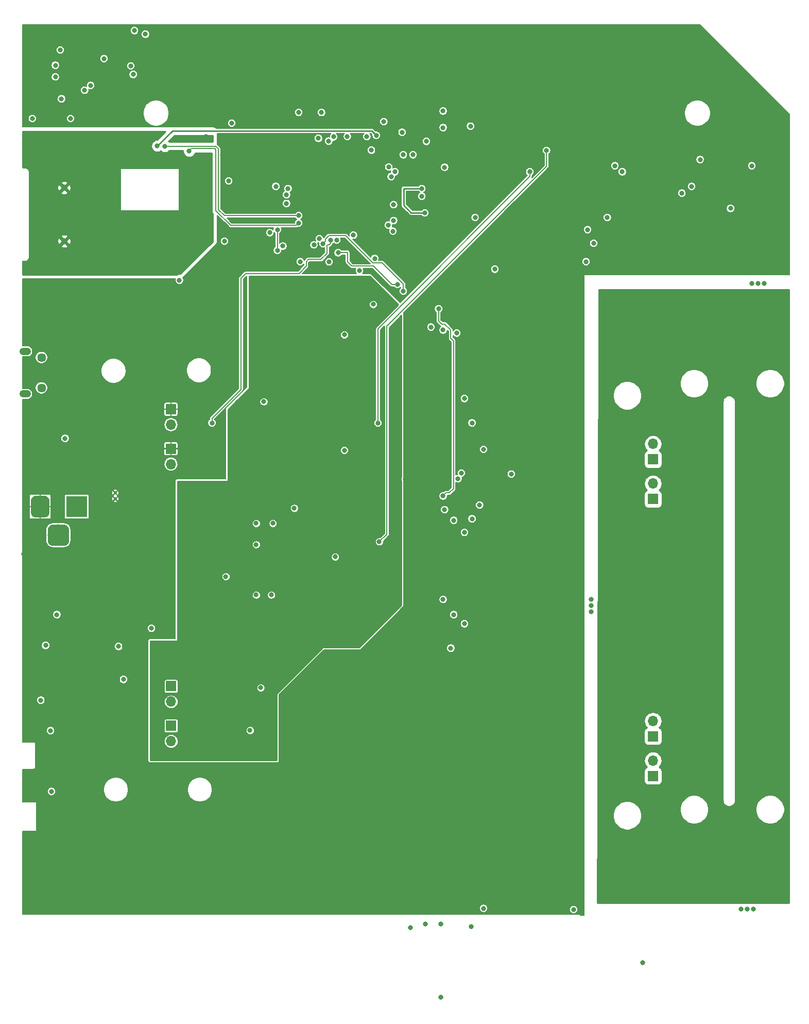
<source format=gbr>
G04 #@! TF.GenerationSoftware,KiCad,Pcbnew,(5.1.0)-1*
G04 #@! TF.CreationDate,2019-10-08T13:20:10+02:00*
G04 #@! TF.ProjectId,cosmicpi_1.7,636f736d-6963-4706-995f-312e372e6b69,rev?*
G04 #@! TF.SameCoordinates,Original*
G04 #@! TF.FileFunction,Copper,L2,Inr*
G04 #@! TF.FilePolarity,Positive*
%FSLAX46Y46*%
G04 Gerber Fmt 4.6, Leading zero omitted, Abs format (unit mm)*
G04 Created by KiCad (PCBNEW (5.1.0)-1) date 2019-10-08 13:20:10*
%MOMM*%
%LPD*%
G04 APERTURE LIST*
%ADD10O,1.700000X1.700000*%
%ADD11R,1.700000X1.700000*%
%ADD12C,0.970000*%
%ADD13C,0.100000*%
%ADD14C,3.500000*%
%ADD15C,3.000000*%
%ADD16R,3.500000X3.500000*%
%ADD17O,1.900000X1.200000*%
%ADD18C,1.450000*%
%ADD19C,0.600000*%
%ADD20C,0.800000*%
%ADD21C,0.250000*%
%ADD22C,0.200000*%
%ADD23C,0.254000*%
G04 APERTURE END LIST*
D10*
X121250000Y-94210000D03*
D11*
X121250000Y-96750000D03*
D10*
X121250000Y-139710000D03*
D11*
X121250000Y-142250000D03*
D10*
X121250000Y-133210000D03*
D11*
X121250000Y-135750000D03*
D10*
X121250000Y-87710000D03*
D11*
X121250000Y-90250000D03*
D10*
X42000000Y-84540000D03*
D11*
X42000000Y-82000000D03*
D10*
X42000000Y-91040000D03*
D11*
X42000000Y-88500000D03*
D10*
X42000000Y-136540000D03*
D11*
X42000000Y-134000000D03*
D10*
X42000000Y-130040000D03*
D11*
X42000000Y-127500000D03*
D12*
X24440000Y-54380000D03*
X24440000Y-45620000D03*
D13*
G36*
X24460765Y-100954213D02*
G01*
X24545704Y-100966813D01*
X24628999Y-100987677D01*
X24709848Y-101016605D01*
X24787472Y-101053319D01*
X24861124Y-101097464D01*
X24930094Y-101148616D01*
X24993718Y-101206282D01*
X25051384Y-101269906D01*
X25102536Y-101338876D01*
X25146681Y-101412528D01*
X25183395Y-101490152D01*
X25212323Y-101571001D01*
X25233187Y-101654296D01*
X25245787Y-101739235D01*
X25250000Y-101825000D01*
X25250000Y-103575000D01*
X25245787Y-103660765D01*
X25233187Y-103745704D01*
X25212323Y-103828999D01*
X25183395Y-103909848D01*
X25146681Y-103987472D01*
X25102536Y-104061124D01*
X25051384Y-104130094D01*
X24993718Y-104193718D01*
X24930094Y-104251384D01*
X24861124Y-104302536D01*
X24787472Y-104346681D01*
X24709848Y-104383395D01*
X24628999Y-104412323D01*
X24545704Y-104433187D01*
X24460765Y-104445787D01*
X24375000Y-104450000D01*
X22625000Y-104450000D01*
X22539235Y-104445787D01*
X22454296Y-104433187D01*
X22371001Y-104412323D01*
X22290152Y-104383395D01*
X22212528Y-104346681D01*
X22138876Y-104302536D01*
X22069906Y-104251384D01*
X22006282Y-104193718D01*
X21948616Y-104130094D01*
X21897464Y-104061124D01*
X21853319Y-103987472D01*
X21816605Y-103909848D01*
X21787677Y-103828999D01*
X21766813Y-103745704D01*
X21754213Y-103660765D01*
X21750000Y-103575000D01*
X21750000Y-101825000D01*
X21754213Y-101739235D01*
X21766813Y-101654296D01*
X21787677Y-101571001D01*
X21816605Y-101490152D01*
X21853319Y-101412528D01*
X21897464Y-101338876D01*
X21948616Y-101269906D01*
X22006282Y-101206282D01*
X22069906Y-101148616D01*
X22138876Y-101097464D01*
X22212528Y-101053319D01*
X22290152Y-101016605D01*
X22371001Y-100987677D01*
X22454296Y-100966813D01*
X22539235Y-100954213D01*
X22625000Y-100950000D01*
X24375000Y-100950000D01*
X24460765Y-100954213D01*
X24460765Y-100954213D01*
G37*
D14*
X23500000Y-102700000D03*
D13*
G36*
X21323513Y-96253611D02*
G01*
X21396318Y-96264411D01*
X21467714Y-96282295D01*
X21537013Y-96307090D01*
X21603548Y-96338559D01*
X21666678Y-96376398D01*
X21725795Y-96420242D01*
X21780330Y-96469670D01*
X21829758Y-96524205D01*
X21873602Y-96583322D01*
X21911441Y-96646452D01*
X21942910Y-96712987D01*
X21967705Y-96782286D01*
X21985589Y-96853682D01*
X21996389Y-96926487D01*
X22000000Y-97000000D01*
X22000000Y-99000000D01*
X21996389Y-99073513D01*
X21985589Y-99146318D01*
X21967705Y-99217714D01*
X21942910Y-99287013D01*
X21911441Y-99353548D01*
X21873602Y-99416678D01*
X21829758Y-99475795D01*
X21780330Y-99530330D01*
X21725795Y-99579758D01*
X21666678Y-99623602D01*
X21603548Y-99661441D01*
X21537013Y-99692910D01*
X21467714Y-99717705D01*
X21396318Y-99735589D01*
X21323513Y-99746389D01*
X21250000Y-99750000D01*
X19750000Y-99750000D01*
X19676487Y-99746389D01*
X19603682Y-99735589D01*
X19532286Y-99717705D01*
X19462987Y-99692910D01*
X19396452Y-99661441D01*
X19333322Y-99623602D01*
X19274205Y-99579758D01*
X19219670Y-99530330D01*
X19170242Y-99475795D01*
X19126398Y-99416678D01*
X19088559Y-99353548D01*
X19057090Y-99287013D01*
X19032295Y-99217714D01*
X19014411Y-99146318D01*
X19003611Y-99073513D01*
X19000000Y-99000000D01*
X19000000Y-97000000D01*
X19003611Y-96926487D01*
X19014411Y-96853682D01*
X19032295Y-96782286D01*
X19057090Y-96712987D01*
X19088559Y-96646452D01*
X19126398Y-96583322D01*
X19170242Y-96524205D01*
X19219670Y-96469670D01*
X19274205Y-96420242D01*
X19333322Y-96376398D01*
X19396452Y-96338559D01*
X19462987Y-96307090D01*
X19532286Y-96282295D01*
X19603682Y-96264411D01*
X19676487Y-96253611D01*
X19750000Y-96250000D01*
X21250000Y-96250000D01*
X21323513Y-96253611D01*
X21323513Y-96253611D01*
G37*
D15*
X20500000Y-98000000D03*
D16*
X26500000Y-98000000D03*
D17*
X18012500Y-79500000D03*
X18012500Y-72500000D03*
D18*
X20712500Y-78500000D03*
X20712500Y-73500000D03*
D19*
X32850000Y-96750000D03*
X32850000Y-95750000D03*
D20*
X111100000Y-115250000D03*
X111100000Y-114250000D03*
X111100000Y-113250000D03*
X139500000Y-61350000D03*
X138500000Y-61350000D03*
X137500000Y-61350000D03*
X137750000Y-164150000D03*
X136750000Y-164150000D03*
X135750000Y-164150000D03*
X137500000Y-42000000D03*
X134000000Y-49000000D03*
X110250000Y-57750000D03*
X110500000Y-52500000D03*
X63000000Y-33250000D03*
X66750000Y-33250000D03*
X19212500Y-34250000D03*
X92000000Y-50500000D03*
X83250000Y-47000000D03*
X51500000Y-44500000D03*
X25500000Y-34250000D03*
X80000000Y-36500000D03*
X86750000Y-33000000D03*
X113750000Y-50500000D03*
X23250000Y-115750000D03*
X78500000Y-52750000D03*
X58250000Y-53000000D03*
X87000000Y-42250000D03*
X84000000Y-38000000D03*
X73000000Y-59250000D03*
X95250000Y-59000000D03*
X65500000Y-55000000D03*
X31000000Y-24400000D03*
X35400000Y-25600000D03*
X24000000Y-31000000D03*
X23800000Y-23000000D03*
X24600000Y-86800000D03*
X119600000Y-172890000D03*
X108200000Y-164200000D03*
X60399996Y-55200000D03*
X68000000Y-57800000D03*
X68750000Y-37250000D03*
X86750000Y-35750000D03*
X27800000Y-29600000D03*
X23000000Y-27400000D03*
X36000000Y-19800000D03*
X77000000Y-34750000D03*
X111500000Y-54750000D03*
X91250000Y-35500000D03*
X66250000Y-37500000D03*
X23000000Y-25499999D03*
X28800000Y-28800000D03*
X37800000Y-20400000D03*
X52000000Y-35000000D03*
X35800000Y-27000000D03*
X116200000Y-43000000D03*
X129000000Y-41000000D03*
X83250000Y-45750000D03*
X83750000Y-49750000D03*
X74205018Y-37205018D03*
X116500000Y-58500000D03*
X130750000Y-59500000D03*
X142750000Y-59250000D03*
X143000000Y-52500000D03*
X142750000Y-35250000D03*
X129000000Y-20500000D03*
X133500000Y-33250000D03*
X112250000Y-19750000D03*
X58250000Y-19750000D03*
X20750000Y-19500000D03*
X18250000Y-117000000D03*
X22750000Y-158500000D03*
X37500000Y-158750000D03*
X58400000Y-164400000D03*
X73250000Y-158500000D03*
X93000000Y-64750000D03*
X122000000Y-49250000D03*
X66500000Y-47250000D03*
X67000000Y-41500000D03*
X74250000Y-42250000D03*
X73500000Y-49500000D03*
X92250000Y-63500000D03*
X87000000Y-72250000D03*
X92250000Y-83500000D03*
X51500000Y-45500000D03*
X46250000Y-33250000D03*
X29250000Y-26500000D03*
X28000000Y-21000000D03*
X22250000Y-29750000D03*
X23000000Y-34250000D03*
X20250000Y-22250000D03*
X92250000Y-56000000D03*
X97250000Y-52750000D03*
X81500000Y-51250000D03*
X104600000Y-50000000D03*
X129500000Y-56000000D03*
X129500000Y-52000000D03*
X139500000Y-52000000D03*
X141000000Y-41500000D03*
X126500000Y-43000000D03*
X120750000Y-36500000D03*
X21250000Y-123750000D03*
X29000000Y-123750000D03*
X21250000Y-119500000D03*
X20400000Y-151600000D03*
X20200000Y-141400000D03*
X40000000Y-114500000D03*
X40000000Y-116750000D03*
X68750000Y-49500000D03*
X58500000Y-51000000D03*
X78000000Y-56750000D03*
X66000000Y-58250000D03*
X91000000Y-64750000D03*
X95250000Y-69000000D03*
X98750000Y-65000000D03*
X64250000Y-32500000D03*
X75500000Y-32250000D03*
X68250000Y-33250000D03*
X59500000Y-37750000D03*
X59000000Y-35000000D03*
X64000000Y-38250000D03*
X81000000Y-41500000D03*
X83750000Y-41000000D03*
X77000000Y-36750000D03*
X80750000Y-44000000D03*
X93000000Y-103000000D03*
X86500000Y-102750000D03*
X93750000Y-110500000D03*
X94250000Y-115000000D03*
X98750000Y-112000000D03*
X97750000Y-118750000D03*
X84250000Y-117500000D03*
X87750000Y-117250000D03*
X88500000Y-114000000D03*
X90750000Y-121250000D03*
X94250000Y-121250000D03*
X101000000Y-108500000D03*
X100750000Y-100250000D03*
X100750000Y-94250000D03*
X94000000Y-94500000D03*
X91750000Y-95250000D03*
X96000000Y-92500000D03*
X72250000Y-56750000D03*
X89500000Y-84750000D03*
X84250000Y-88250000D03*
X86500000Y-83000000D03*
X80500000Y-115750000D03*
X81000000Y-111500000D03*
X81000000Y-104250000D03*
X80500000Y-93500000D03*
X80250000Y-57500000D03*
X83000000Y-57250000D03*
X97250000Y-85750000D03*
X100250000Y-69000000D03*
X18500000Y-91750000D03*
X18500000Y-85500000D03*
X17750000Y-105750000D03*
X75000000Y-59250000D03*
X87750000Y-45000000D03*
X86500000Y-40750000D03*
X82250000Y-70000000D03*
X83750000Y-69500000D03*
X92250000Y-99000000D03*
X23500000Y-94750000D03*
X113250000Y-46250000D03*
X50500000Y-40250000D03*
X61750000Y-40000000D03*
X99400000Y-162000000D03*
X79000000Y-163800000D03*
X89200000Y-164400000D03*
X81900010Y-120000000D03*
X60000000Y-57000000D03*
X63800000Y-56287500D03*
X61000000Y-54000000D03*
X53400000Y-46400000D03*
X59000000Y-42000000D03*
X103400000Y-36000000D03*
X98200000Y-36800000D03*
X102600000Y-38800000D03*
X101800000Y-41400000D03*
X104600000Y-42600000D03*
X19200000Y-61600000D03*
X19000000Y-70400000D03*
X27200000Y-61400000D03*
X26200000Y-67600000D03*
X19400000Y-24400000D03*
X114400000Y-43200000D03*
X83600000Y-83600000D03*
X59800000Y-47800000D03*
X71000000Y-37200000D03*
X127600000Y-45400000D03*
X89000000Y-69500000D03*
X91500000Y-84250000D03*
X55000000Y-134750000D03*
X89750000Y-92500000D03*
X56750000Y-127750000D03*
X88000000Y-121250000D03*
X90250000Y-102250000D03*
X90250000Y-117250000D03*
X77800000Y-42200000D03*
X34200000Y-126400000D03*
X74955025Y-39444976D03*
X33382850Y-120982850D03*
X20600000Y-129800000D03*
X86400000Y-178600000D03*
X21400000Y-120800000D03*
X59249999Y-45395815D03*
X68250000Y-54250000D03*
X48750000Y-84250000D03*
X78600000Y-51000000D03*
X89200000Y-93400000D03*
X67000000Y-54800000D03*
X80200000Y-62600000D03*
X59500000Y-52500000D03*
X59492889Y-55907120D03*
X61000000Y-48200000D03*
X86750000Y-69000000D03*
X90250000Y-80250000D03*
X88500000Y-100250000D03*
X91500000Y-100000000D03*
X86750000Y-113250000D03*
X88500000Y-115750000D03*
X92750000Y-97750000D03*
X66400000Y-54000000D03*
X93400000Y-88600000D03*
X62250000Y-98250000D03*
X57250000Y-80750000D03*
X76000000Y-84250000D03*
X101000000Y-43000000D03*
X76250000Y-103750000D03*
X103750000Y-39500000D03*
X72250000Y-108500000D03*
X56750000Y-129500000D03*
X56750000Y-133000000D03*
X55250000Y-136250000D03*
X45500000Y-135250000D03*
X60500000Y-104250000D03*
X64000000Y-106250000D03*
X49750000Y-102750000D03*
X54000000Y-102250000D03*
X49750000Y-109500000D03*
X44500000Y-110000000D03*
X44500000Y-118000000D03*
X50500000Y-130000000D03*
X50750000Y-121500000D03*
X45000000Y-138500000D03*
X54500000Y-138500000D03*
X58250000Y-135500000D03*
X58500000Y-128500000D03*
X59750000Y-120500000D03*
X73500000Y-116500000D03*
X79000000Y-93000000D03*
X76750000Y-89500000D03*
X73250000Y-90750000D03*
X69250000Y-86250000D03*
X79000000Y-98750000D03*
X78750000Y-78500000D03*
X78750000Y-69000000D03*
X70000000Y-61500000D03*
X65500000Y-61500000D03*
X59500000Y-61000000D03*
X55750000Y-61000000D03*
X55500000Y-66000000D03*
X55500000Y-73500000D03*
X58750000Y-73750000D03*
X55250000Y-80250000D03*
X52000000Y-84750000D03*
X52000000Y-88750000D03*
X52000000Y-94500000D03*
X44000000Y-94750000D03*
X43750000Y-100000000D03*
X44000000Y-102750000D03*
X39500000Y-120750000D03*
X39250000Y-124750000D03*
X39250000Y-133000000D03*
X39500000Y-139000000D03*
X63750000Y-117250000D03*
X64000000Y-87000000D03*
X62500000Y-94250000D03*
X58750000Y-91750000D03*
X56750000Y-87250000D03*
X68500000Y-65250000D03*
X62250000Y-68000000D03*
X56750000Y-125000000D03*
X51750000Y-117250000D03*
X48000000Y-116000000D03*
X73250000Y-103750000D03*
X61750000Y-101000000D03*
X55500000Y-94500000D03*
X75250000Y-95750000D03*
X73750000Y-81750000D03*
X67750000Y-80250000D03*
X71250000Y-67250000D03*
X73000000Y-74000000D03*
X78299990Y-104700010D03*
X74000000Y-111000000D03*
X56000000Y-112500000D03*
X58500000Y-112500000D03*
X56000000Y-100750000D03*
X58750000Y-100750000D03*
X56000000Y-104250000D03*
X75250000Y-64750000D03*
X69000000Y-106250000D03*
X70500000Y-88750000D03*
X70500000Y-69750000D03*
X51000000Y-109500000D03*
X115000000Y-42000000D03*
X126000000Y-46500000D03*
X38800000Y-118000000D03*
X91400000Y-167000000D03*
X97950001Y-92649999D03*
X61250000Y-45750000D03*
X75500000Y-57250000D03*
X84750000Y-68500000D03*
X63250000Y-57750000D03*
X61000000Y-46750000D03*
X87000000Y-98500000D03*
X79250000Y-61500000D03*
X69500000Y-56287490D03*
X81800000Y-40200000D03*
X83800000Y-166600000D03*
X80200000Y-40200000D03*
X86400000Y-166600000D03*
X72000000Y-53400000D03*
X93400000Y-164000000D03*
X77750000Y-51750000D03*
X86000000Y-65500000D03*
X86750000Y-96250000D03*
X63000000Y-51400000D03*
X45000000Y-39600000D03*
X78200000Y-43800000D03*
X43400000Y-60800000D03*
X78800000Y-43000000D03*
X50800000Y-54400001D03*
X75750000Y-37000000D03*
X39750000Y-38750000D03*
X63000000Y-50200000D03*
X41000000Y-38800000D03*
X67939859Y-37949584D03*
X81400000Y-167200000D03*
X21750000Y-43000000D03*
X18000000Y-37250000D03*
X25000000Y-37250000D03*
X32000000Y-37250000D03*
X47750000Y-37250000D03*
X47000000Y-42250000D03*
X48000000Y-50000000D03*
X45250000Y-55250000D03*
X40500000Y-58750000D03*
X32750000Y-59000000D03*
X20000000Y-58750000D03*
X32750000Y-54500000D03*
X28750000Y-46250000D03*
X41500000Y-54250000D03*
X45500000Y-48000000D03*
X69248620Y-54197442D03*
X22200000Y-134800000D03*
X78600000Y-48400000D03*
X22365698Y-144800000D03*
D21*
X83250000Y-45750000D02*
X81250000Y-45750000D01*
X81250000Y-45750000D02*
X80500000Y-45750000D01*
X80500000Y-45750000D02*
X80250000Y-45750000D01*
X80250000Y-45750000D02*
X80250000Y-47750000D01*
X80250000Y-47750000D02*
X80250000Y-48500000D01*
X80250000Y-48500000D02*
X81500000Y-49750000D01*
X81500000Y-49750000D02*
X83750000Y-49750000D01*
D22*
X68250000Y-54750000D02*
X68250000Y-54250000D01*
X67750000Y-55000000D02*
X68000000Y-55000000D01*
X67650008Y-55099992D02*
X67750000Y-55000000D01*
X64599990Y-57400010D02*
X66665689Y-57400010D01*
X64250000Y-57750000D02*
X64599990Y-57400010D01*
X67650008Y-56415690D02*
X67650008Y-55099992D01*
X64250000Y-58500000D02*
X64250000Y-57750000D01*
X48750000Y-84250000D02*
X48750000Y-83500000D01*
X48750000Y-83500000D02*
X53500000Y-78750000D01*
X53500000Y-78750000D02*
X53500000Y-60500000D01*
X68000000Y-55000000D02*
X68250000Y-54750000D01*
X66665689Y-57400010D02*
X67650008Y-56415690D01*
X53500000Y-60500000D02*
X54299999Y-59700001D01*
X54299999Y-59700001D02*
X63049999Y-59700001D01*
X63049999Y-59700001D02*
X64250000Y-58500000D01*
X80200000Y-61413998D02*
X80200000Y-62600000D01*
X76736003Y-57950001D02*
X80200000Y-61413998D01*
X67399999Y-54400001D02*
X67399999Y-54063999D01*
X67000000Y-54800000D02*
X67399999Y-54400001D01*
X67399999Y-54063999D02*
X67966557Y-53497441D01*
X67966557Y-53497441D02*
X70711439Y-53497441D01*
X70711439Y-53497441D02*
X75163999Y-57950001D01*
X75163999Y-57950001D02*
X76736003Y-57950001D01*
X59500000Y-52500000D02*
X59500000Y-53065685D01*
X59500000Y-53065685D02*
X59492889Y-53072796D01*
X59492889Y-53072796D02*
X59492889Y-55907120D01*
X76000000Y-84250000D02*
X76000000Y-68750000D01*
X101000000Y-43750000D02*
X76000000Y-68750000D01*
X101000000Y-43000000D02*
X101000000Y-43750000D01*
X77450001Y-102549999D02*
X77450001Y-68299999D01*
X76250000Y-103750000D02*
X77450001Y-102549999D01*
X77565682Y-68299999D02*
X103750000Y-42115681D01*
X77450001Y-68299999D02*
X77565682Y-68299999D01*
X103750000Y-42115681D02*
X103750000Y-39500000D01*
X78300000Y-61500000D02*
X79250000Y-61500000D01*
X69537490Y-56250000D02*
X71036002Y-56250000D01*
X69500000Y-56287490D02*
X69537490Y-56250000D01*
X71036002Y-56250000D02*
X71036002Y-57786002D01*
X71036002Y-57786002D02*
X71750000Y-58500000D01*
X71750000Y-58500000D02*
X75300000Y-58500000D01*
X75300000Y-58500000D02*
X78300000Y-61500000D01*
X87250000Y-95750000D02*
X86750000Y-96250000D01*
X87750000Y-95750000D02*
X87250000Y-95750000D01*
X86000000Y-67500000D02*
X86500000Y-68000000D01*
X86000000Y-65500000D02*
X86000000Y-67500000D01*
X88450001Y-95049999D02*
X87750000Y-95750000D01*
X88450001Y-70799999D02*
X88450001Y-95049999D01*
X86500000Y-68000000D02*
X87000000Y-68000000D01*
X87000000Y-68000000D02*
X88000000Y-69000000D01*
X88000000Y-69000000D02*
X88000000Y-70349998D01*
X88000000Y-70349998D02*
X88450001Y-70799999D01*
X51834301Y-51799999D02*
X49399989Y-49365688D01*
X63000000Y-51400000D02*
X62600001Y-51799999D01*
X62600001Y-51799999D02*
X51834301Y-51799999D01*
X49399989Y-49365688D02*
X49399989Y-39399989D01*
X49399989Y-39399989D02*
X49200010Y-39200010D01*
X45599981Y-39200001D02*
X45599990Y-39200010D01*
X45399999Y-39200001D02*
X45599981Y-39200001D01*
X45000000Y-39600000D02*
X45399999Y-39200001D01*
X49200010Y-39200010D02*
X45599990Y-39200010D01*
D21*
X39750000Y-38750000D02*
X42250000Y-36250000D01*
X75000000Y-36250000D02*
X75750000Y-37000000D01*
X42250000Y-36250000D02*
X75000000Y-36250000D01*
D22*
X63000000Y-50200000D02*
X58236002Y-50200000D01*
X58236002Y-50200000D02*
X50800000Y-50200000D01*
X49799999Y-49199999D02*
X49799999Y-39199999D01*
X50800000Y-50200000D02*
X49799999Y-49199999D01*
X49799999Y-39199999D02*
X49400000Y-38800000D01*
X49400000Y-38800000D02*
X41000000Y-38800000D01*
D23*
G36*
X39710199Y-37715000D02*
G01*
X39648061Y-37715000D01*
X39448102Y-37754774D01*
X39259744Y-37832795D01*
X39090226Y-37946063D01*
X38946063Y-38090226D01*
X38832795Y-38259744D01*
X38754774Y-38448102D01*
X38715000Y-38648061D01*
X38715000Y-38851939D01*
X38754774Y-39051898D01*
X38832795Y-39240256D01*
X38946063Y-39409774D01*
X39090226Y-39553937D01*
X39259744Y-39667205D01*
X39448102Y-39745226D01*
X39648061Y-39785000D01*
X39851939Y-39785000D01*
X40051898Y-39745226D01*
X40240256Y-39667205D01*
X40338110Y-39601821D01*
X40340226Y-39603937D01*
X40509744Y-39717205D01*
X40698102Y-39795226D01*
X40898061Y-39835000D01*
X41101939Y-39835000D01*
X41301898Y-39795226D01*
X41490256Y-39717205D01*
X41659774Y-39603937D01*
X41728711Y-39535000D01*
X43965000Y-39535000D01*
X43965000Y-39701939D01*
X44004774Y-39901898D01*
X44082795Y-40090256D01*
X44196063Y-40259774D01*
X44340226Y-40403937D01*
X44509744Y-40517205D01*
X44698102Y-40595226D01*
X44898061Y-40635000D01*
X45101939Y-40635000D01*
X45301898Y-40595226D01*
X45490256Y-40517205D01*
X45659774Y-40403937D01*
X45803937Y-40259774D01*
X45917205Y-40090256D01*
X45981510Y-39935010D01*
X48664990Y-39935010D01*
X48664989Y-49329583D01*
X48661433Y-49365688D01*
X48664989Y-49401792D01*
X48675624Y-49509772D01*
X48717652Y-49648320D01*
X48785902Y-49776007D01*
X48873000Y-49882136D01*
X48873000Y-54447394D01*
X43546525Y-59773869D01*
X43501939Y-59765000D01*
X43298061Y-59765000D01*
X43098102Y-59804774D01*
X42933391Y-59873000D01*
X17627000Y-59873000D01*
X17627000Y-57710000D01*
X17965123Y-57710000D01*
X18000000Y-57713435D01*
X18034877Y-57710000D01*
X18139184Y-57699727D01*
X18273020Y-57659128D01*
X18396363Y-57593200D01*
X18504475Y-57504475D01*
X18593200Y-57396363D01*
X18659128Y-57273020D01*
X18699727Y-57139184D01*
X18713435Y-57000000D01*
X18710000Y-56965123D01*
X18710000Y-55147416D01*
X23852189Y-55147416D01*
X23885466Y-55359316D01*
X24087176Y-55448683D01*
X24302445Y-55496981D01*
X24523001Y-55502355D01*
X24740367Y-55464596D01*
X24946189Y-55385158D01*
X24994534Y-55359316D01*
X25027811Y-55147416D01*
X24440000Y-54559605D01*
X23852189Y-55147416D01*
X18710000Y-55147416D01*
X18710000Y-54463001D01*
X23317645Y-54463001D01*
X23355404Y-54680367D01*
X23434842Y-54886189D01*
X23460684Y-54934534D01*
X23672584Y-54967811D01*
X24260395Y-54380000D01*
X24619605Y-54380000D01*
X25207416Y-54967811D01*
X25419316Y-54934534D01*
X25508683Y-54732824D01*
X25556981Y-54517555D01*
X25562355Y-54296999D01*
X25524596Y-54079633D01*
X25445158Y-53873811D01*
X25419316Y-53825466D01*
X25207416Y-53792189D01*
X24619605Y-54380000D01*
X24260395Y-54380000D01*
X23672584Y-53792189D01*
X23460684Y-53825466D01*
X23371317Y-54027176D01*
X23323019Y-54242445D01*
X23317645Y-54463001D01*
X18710000Y-54463001D01*
X18710000Y-53612584D01*
X23852189Y-53612584D01*
X24440000Y-54200395D01*
X25027811Y-53612584D01*
X24994534Y-53400684D01*
X24792824Y-53311317D01*
X24577555Y-53263019D01*
X24356999Y-53257645D01*
X24139633Y-53295404D01*
X23933811Y-53374842D01*
X23885466Y-53400684D01*
X23852189Y-53612584D01*
X18710000Y-53612584D01*
X18710000Y-46387416D01*
X23852189Y-46387416D01*
X23885466Y-46599316D01*
X24087176Y-46688683D01*
X24302445Y-46736981D01*
X24523001Y-46742355D01*
X24740367Y-46704596D01*
X24946189Y-46625158D01*
X24994534Y-46599316D01*
X25027811Y-46387416D01*
X24440000Y-45799605D01*
X23852189Y-46387416D01*
X18710000Y-46387416D01*
X18710000Y-45703001D01*
X23317645Y-45703001D01*
X23355404Y-45920367D01*
X23434842Y-46126189D01*
X23460684Y-46174534D01*
X23672584Y-46207811D01*
X24260395Y-45620000D01*
X24619605Y-45620000D01*
X25207416Y-46207811D01*
X25419316Y-46174534D01*
X25508683Y-45972824D01*
X25556981Y-45757555D01*
X25562355Y-45536999D01*
X25524596Y-45319633D01*
X25445158Y-45113811D01*
X25419316Y-45065466D01*
X25207416Y-45032189D01*
X24619605Y-45620000D01*
X24260395Y-45620000D01*
X23672584Y-45032189D01*
X23460684Y-45065466D01*
X23371317Y-45267176D01*
X23323019Y-45482445D01*
X23317645Y-45703001D01*
X18710000Y-45703001D01*
X18710000Y-44852584D01*
X23852189Y-44852584D01*
X24440000Y-45440395D01*
X25027811Y-44852584D01*
X24994534Y-44640684D01*
X24792824Y-44551317D01*
X24577555Y-44503019D01*
X24356999Y-44497645D01*
X24139633Y-44535404D01*
X23933811Y-44614842D01*
X23885466Y-44640684D01*
X23852189Y-44852584D01*
X18710000Y-44852584D01*
X18710000Y-43034877D01*
X18713435Y-43000000D01*
X18699727Y-42860816D01*
X18659128Y-42726980D01*
X18593200Y-42603637D01*
X18508148Y-42500000D01*
X33623000Y-42500000D01*
X33623000Y-49250000D01*
X33625440Y-49274776D01*
X33632667Y-49298601D01*
X33644403Y-49320557D01*
X33660197Y-49339803D01*
X33679443Y-49355597D01*
X33701399Y-49367333D01*
X33725224Y-49374560D01*
X33750000Y-49377000D01*
X43250000Y-49377000D01*
X43274776Y-49374560D01*
X43298601Y-49367333D01*
X43320557Y-49355597D01*
X43339803Y-49339803D01*
X43355597Y-49320557D01*
X43367333Y-49298601D01*
X43374560Y-49274776D01*
X43377000Y-49250000D01*
X43377000Y-42500000D01*
X43374560Y-42475224D01*
X43367333Y-42451399D01*
X43355597Y-42429443D01*
X43339803Y-42410197D01*
X43320557Y-42394403D01*
X43298601Y-42382667D01*
X43274776Y-42375440D01*
X43250000Y-42373000D01*
X33750000Y-42373000D01*
X33725224Y-42375440D01*
X33701399Y-42382667D01*
X33679443Y-42394403D01*
X33660197Y-42410197D01*
X33644403Y-42429443D01*
X33632667Y-42451399D01*
X33625440Y-42475224D01*
X33623000Y-42500000D01*
X18508148Y-42500000D01*
X18504475Y-42495525D01*
X18396363Y-42406800D01*
X18273020Y-42340872D01*
X18139184Y-42300273D01*
X18034877Y-42290000D01*
X18000000Y-42286565D01*
X17965123Y-42290000D01*
X17627000Y-42290000D01*
X17627000Y-36377000D01*
X41048198Y-36377000D01*
X39710199Y-37715000D01*
X39710199Y-37715000D01*
G37*
X39710199Y-37715000D02*
X39648061Y-37715000D01*
X39448102Y-37754774D01*
X39259744Y-37832795D01*
X39090226Y-37946063D01*
X38946063Y-38090226D01*
X38832795Y-38259744D01*
X38754774Y-38448102D01*
X38715000Y-38648061D01*
X38715000Y-38851939D01*
X38754774Y-39051898D01*
X38832795Y-39240256D01*
X38946063Y-39409774D01*
X39090226Y-39553937D01*
X39259744Y-39667205D01*
X39448102Y-39745226D01*
X39648061Y-39785000D01*
X39851939Y-39785000D01*
X40051898Y-39745226D01*
X40240256Y-39667205D01*
X40338110Y-39601821D01*
X40340226Y-39603937D01*
X40509744Y-39717205D01*
X40698102Y-39795226D01*
X40898061Y-39835000D01*
X41101939Y-39835000D01*
X41301898Y-39795226D01*
X41490256Y-39717205D01*
X41659774Y-39603937D01*
X41728711Y-39535000D01*
X43965000Y-39535000D01*
X43965000Y-39701939D01*
X44004774Y-39901898D01*
X44082795Y-40090256D01*
X44196063Y-40259774D01*
X44340226Y-40403937D01*
X44509744Y-40517205D01*
X44698102Y-40595226D01*
X44898061Y-40635000D01*
X45101939Y-40635000D01*
X45301898Y-40595226D01*
X45490256Y-40517205D01*
X45659774Y-40403937D01*
X45803937Y-40259774D01*
X45917205Y-40090256D01*
X45981510Y-39935010D01*
X48664990Y-39935010D01*
X48664989Y-49329583D01*
X48661433Y-49365688D01*
X48664989Y-49401792D01*
X48675624Y-49509772D01*
X48717652Y-49648320D01*
X48785902Y-49776007D01*
X48873000Y-49882136D01*
X48873000Y-54447394D01*
X43546525Y-59773869D01*
X43501939Y-59765000D01*
X43298061Y-59765000D01*
X43098102Y-59804774D01*
X42933391Y-59873000D01*
X17627000Y-59873000D01*
X17627000Y-57710000D01*
X17965123Y-57710000D01*
X18000000Y-57713435D01*
X18034877Y-57710000D01*
X18139184Y-57699727D01*
X18273020Y-57659128D01*
X18396363Y-57593200D01*
X18504475Y-57504475D01*
X18593200Y-57396363D01*
X18659128Y-57273020D01*
X18699727Y-57139184D01*
X18713435Y-57000000D01*
X18710000Y-56965123D01*
X18710000Y-55147416D01*
X23852189Y-55147416D01*
X23885466Y-55359316D01*
X24087176Y-55448683D01*
X24302445Y-55496981D01*
X24523001Y-55502355D01*
X24740367Y-55464596D01*
X24946189Y-55385158D01*
X24994534Y-55359316D01*
X25027811Y-55147416D01*
X24440000Y-54559605D01*
X23852189Y-55147416D01*
X18710000Y-55147416D01*
X18710000Y-54463001D01*
X23317645Y-54463001D01*
X23355404Y-54680367D01*
X23434842Y-54886189D01*
X23460684Y-54934534D01*
X23672584Y-54967811D01*
X24260395Y-54380000D01*
X24619605Y-54380000D01*
X25207416Y-54967811D01*
X25419316Y-54934534D01*
X25508683Y-54732824D01*
X25556981Y-54517555D01*
X25562355Y-54296999D01*
X25524596Y-54079633D01*
X25445158Y-53873811D01*
X25419316Y-53825466D01*
X25207416Y-53792189D01*
X24619605Y-54380000D01*
X24260395Y-54380000D01*
X23672584Y-53792189D01*
X23460684Y-53825466D01*
X23371317Y-54027176D01*
X23323019Y-54242445D01*
X23317645Y-54463001D01*
X18710000Y-54463001D01*
X18710000Y-53612584D01*
X23852189Y-53612584D01*
X24440000Y-54200395D01*
X25027811Y-53612584D01*
X24994534Y-53400684D01*
X24792824Y-53311317D01*
X24577555Y-53263019D01*
X24356999Y-53257645D01*
X24139633Y-53295404D01*
X23933811Y-53374842D01*
X23885466Y-53400684D01*
X23852189Y-53612584D01*
X18710000Y-53612584D01*
X18710000Y-46387416D01*
X23852189Y-46387416D01*
X23885466Y-46599316D01*
X24087176Y-46688683D01*
X24302445Y-46736981D01*
X24523001Y-46742355D01*
X24740367Y-46704596D01*
X24946189Y-46625158D01*
X24994534Y-46599316D01*
X25027811Y-46387416D01*
X24440000Y-45799605D01*
X23852189Y-46387416D01*
X18710000Y-46387416D01*
X18710000Y-45703001D01*
X23317645Y-45703001D01*
X23355404Y-45920367D01*
X23434842Y-46126189D01*
X23460684Y-46174534D01*
X23672584Y-46207811D01*
X24260395Y-45620000D01*
X24619605Y-45620000D01*
X25207416Y-46207811D01*
X25419316Y-46174534D01*
X25508683Y-45972824D01*
X25556981Y-45757555D01*
X25562355Y-45536999D01*
X25524596Y-45319633D01*
X25445158Y-45113811D01*
X25419316Y-45065466D01*
X25207416Y-45032189D01*
X24619605Y-45620000D01*
X24260395Y-45620000D01*
X23672584Y-45032189D01*
X23460684Y-45065466D01*
X23371317Y-45267176D01*
X23323019Y-45482445D01*
X23317645Y-45703001D01*
X18710000Y-45703001D01*
X18710000Y-44852584D01*
X23852189Y-44852584D01*
X24440000Y-45440395D01*
X25027811Y-44852584D01*
X24994534Y-44640684D01*
X24792824Y-44551317D01*
X24577555Y-44503019D01*
X24356999Y-44497645D01*
X24139633Y-44535404D01*
X23933811Y-44614842D01*
X23885466Y-44640684D01*
X23852189Y-44852584D01*
X18710000Y-44852584D01*
X18710000Y-43034877D01*
X18713435Y-43000000D01*
X18699727Y-42860816D01*
X18659128Y-42726980D01*
X18593200Y-42603637D01*
X18508148Y-42500000D01*
X33623000Y-42500000D01*
X33623000Y-49250000D01*
X33625440Y-49274776D01*
X33632667Y-49298601D01*
X33644403Y-49320557D01*
X33660197Y-49339803D01*
X33679443Y-49355597D01*
X33701399Y-49367333D01*
X33725224Y-49374560D01*
X33750000Y-49377000D01*
X43250000Y-49377000D01*
X43274776Y-49374560D01*
X43298601Y-49367333D01*
X43320557Y-49355597D01*
X43339803Y-49339803D01*
X43355597Y-49320557D01*
X43367333Y-49298601D01*
X43374560Y-49274776D01*
X43377000Y-49250000D01*
X43377000Y-42500000D01*
X43374560Y-42475224D01*
X43367333Y-42451399D01*
X43355597Y-42429443D01*
X43339803Y-42410197D01*
X43320557Y-42394403D01*
X43298601Y-42382667D01*
X43274776Y-42375440D01*
X43250000Y-42373000D01*
X33750000Y-42373000D01*
X33725224Y-42375440D01*
X33701399Y-42382667D01*
X33679443Y-42394403D01*
X33660197Y-42410197D01*
X33644403Y-42429443D01*
X33632667Y-42451399D01*
X33625440Y-42475224D01*
X33623000Y-42500000D01*
X18508148Y-42500000D01*
X18504475Y-42495525D01*
X18396363Y-42406800D01*
X18273020Y-42340872D01*
X18139184Y-42300273D01*
X18034877Y-42290000D01*
X18000000Y-42286565D01*
X17965123Y-42290000D01*
X17627000Y-42290000D01*
X17627000Y-36377000D01*
X41048198Y-36377000D01*
X39710199Y-37715000D01*
G36*
X48873000Y-38065000D02*
G01*
X41728711Y-38065000D01*
X41659774Y-37996063D01*
X41611197Y-37963605D01*
X42564802Y-37010000D01*
X48873000Y-37010000D01*
X48873000Y-38065000D01*
X48873000Y-38065000D01*
G37*
X48873000Y-38065000D02*
X41728711Y-38065000D01*
X41659774Y-37996063D01*
X41611197Y-37963605D01*
X42564802Y-37010000D01*
X48873000Y-37010000D01*
X48873000Y-38065000D01*
G36*
X137398061Y-62385000D02*
G01*
X137601939Y-62385000D01*
X137642158Y-62377000D01*
X138357842Y-62377000D01*
X138398061Y-62385000D01*
X138601939Y-62385000D01*
X138642158Y-62377000D01*
X139357842Y-62377000D01*
X139398061Y-62385000D01*
X139601939Y-62385000D01*
X139642158Y-62377000D01*
X143623000Y-62377000D01*
X143623000Y-163123000D01*
X137892158Y-163123000D01*
X137851939Y-163115000D01*
X137648061Y-163115000D01*
X137607842Y-163123000D01*
X136892158Y-163123000D01*
X136851939Y-163115000D01*
X136648061Y-163115000D01*
X136607842Y-163123000D01*
X135892158Y-163123000D01*
X135851939Y-163115000D01*
X135648061Y-163115000D01*
X135607842Y-163123000D01*
X112127315Y-163123000D01*
X112163473Y-148515098D01*
X114615000Y-148515098D01*
X114615000Y-148984902D01*
X114706654Y-149445679D01*
X114886440Y-149879721D01*
X115147450Y-150270349D01*
X115479651Y-150602550D01*
X115870279Y-150863560D01*
X116304321Y-151043346D01*
X116765098Y-151135000D01*
X117234902Y-151135000D01*
X117695679Y-151043346D01*
X118129721Y-150863560D01*
X118520349Y-150602550D01*
X118852550Y-150270349D01*
X119113560Y-149879721D01*
X119293346Y-149445679D01*
X119385000Y-148984902D01*
X119385000Y-148515098D01*
X119293346Y-148054321D01*
X119113560Y-147620279D01*
X119043281Y-147515098D01*
X125615000Y-147515098D01*
X125615000Y-147984902D01*
X125706654Y-148445679D01*
X125886440Y-148879721D01*
X126147450Y-149270349D01*
X126479651Y-149602550D01*
X126870279Y-149863560D01*
X127304321Y-150043346D01*
X127765098Y-150135000D01*
X128234902Y-150135000D01*
X128695679Y-150043346D01*
X129129721Y-149863560D01*
X129520349Y-149602550D01*
X129852550Y-149270349D01*
X130113560Y-148879721D01*
X130293346Y-148445679D01*
X130385000Y-147984902D01*
X130385000Y-147515098D01*
X138115000Y-147515098D01*
X138115000Y-147984902D01*
X138206654Y-148445679D01*
X138386440Y-148879721D01*
X138647450Y-149270349D01*
X138979651Y-149602550D01*
X139370279Y-149863560D01*
X139804321Y-150043346D01*
X140265098Y-150135000D01*
X140734902Y-150135000D01*
X141195679Y-150043346D01*
X141629721Y-149863560D01*
X142020349Y-149602550D01*
X142352550Y-149270349D01*
X142613560Y-148879721D01*
X142793346Y-148445679D01*
X142885000Y-147984902D01*
X142885000Y-147515098D01*
X142793346Y-147054321D01*
X142613560Y-146620279D01*
X142352550Y-146229651D01*
X142020349Y-145897450D01*
X141629721Y-145636440D01*
X141195679Y-145456654D01*
X140734902Y-145365000D01*
X140265098Y-145365000D01*
X139804321Y-145456654D01*
X139370279Y-145636440D01*
X138979651Y-145897450D01*
X138647450Y-146229651D01*
X138386440Y-146620279D01*
X138206654Y-147054321D01*
X138115000Y-147515098D01*
X130385000Y-147515098D01*
X130293346Y-147054321D01*
X130113560Y-146620279D01*
X129900116Y-146300837D01*
X132715000Y-146300837D01*
X132729976Y-146452894D01*
X132789159Y-146647992D01*
X132885266Y-146827797D01*
X133014604Y-146985396D01*
X133172203Y-147114734D01*
X133352007Y-147210841D01*
X133547105Y-147270024D01*
X133750000Y-147290007D01*
X133952894Y-147270024D01*
X134147992Y-147210841D01*
X134327797Y-147114734D01*
X134485396Y-146985396D01*
X134614734Y-146827797D01*
X134710841Y-146647993D01*
X134770024Y-146452895D01*
X134785000Y-146300838D01*
X134785000Y-80699162D01*
X134770024Y-80547105D01*
X134710841Y-80352007D01*
X134614734Y-80172203D01*
X134485396Y-80014604D01*
X134327797Y-79885266D01*
X134147993Y-79789159D01*
X133952895Y-79729976D01*
X133750000Y-79709993D01*
X133547106Y-79729976D01*
X133352008Y-79789159D01*
X133172204Y-79885266D01*
X133014605Y-80014604D01*
X132885267Y-80172203D01*
X132789160Y-80352007D01*
X132729977Y-80547105D01*
X132715001Y-80699162D01*
X132715000Y-146300837D01*
X129900116Y-146300837D01*
X129852550Y-146229651D01*
X129520349Y-145897450D01*
X129129721Y-145636440D01*
X128695679Y-145456654D01*
X128234902Y-145365000D01*
X127765098Y-145365000D01*
X127304321Y-145456654D01*
X126870279Y-145636440D01*
X126479651Y-145897450D01*
X126147450Y-146229651D01*
X125886440Y-146620279D01*
X125706654Y-147054321D01*
X125615000Y-147515098D01*
X119043281Y-147515098D01*
X118852550Y-147229651D01*
X118520349Y-146897450D01*
X118129721Y-146636440D01*
X117695679Y-146456654D01*
X117234902Y-146365000D01*
X116765098Y-146365000D01*
X116304321Y-146456654D01*
X115870279Y-146636440D01*
X115479651Y-146897450D01*
X115147450Y-147229651D01*
X114886440Y-147620279D01*
X114706654Y-148054321D01*
X114615000Y-148515098D01*
X112163473Y-148515098D01*
X112185267Y-139710000D01*
X119757815Y-139710000D01*
X119786487Y-140001111D01*
X119871401Y-140281034D01*
X120009294Y-140539014D01*
X120194866Y-140765134D01*
X120224687Y-140789607D01*
X120155820Y-140810498D01*
X120045506Y-140869463D01*
X119948815Y-140948815D01*
X119869463Y-141045506D01*
X119810498Y-141155820D01*
X119774188Y-141275518D01*
X119761928Y-141400000D01*
X119761928Y-143100000D01*
X119774188Y-143224482D01*
X119810498Y-143344180D01*
X119869463Y-143454494D01*
X119948815Y-143551185D01*
X120045506Y-143630537D01*
X120155820Y-143689502D01*
X120275518Y-143725812D01*
X120400000Y-143738072D01*
X122100000Y-143738072D01*
X122224482Y-143725812D01*
X122344180Y-143689502D01*
X122454494Y-143630537D01*
X122551185Y-143551185D01*
X122630537Y-143454494D01*
X122689502Y-143344180D01*
X122725812Y-143224482D01*
X122738072Y-143100000D01*
X122738072Y-141400000D01*
X122725812Y-141275518D01*
X122689502Y-141155820D01*
X122630537Y-141045506D01*
X122551185Y-140948815D01*
X122454494Y-140869463D01*
X122344180Y-140810498D01*
X122275313Y-140789607D01*
X122305134Y-140765134D01*
X122490706Y-140539014D01*
X122628599Y-140281034D01*
X122713513Y-140001111D01*
X122742185Y-139710000D01*
X122713513Y-139418889D01*
X122628599Y-139138966D01*
X122490706Y-138880986D01*
X122305134Y-138654866D01*
X122079014Y-138469294D01*
X121821034Y-138331401D01*
X121541111Y-138246487D01*
X121322950Y-138225000D01*
X121177050Y-138225000D01*
X120958889Y-138246487D01*
X120678966Y-138331401D01*
X120420986Y-138469294D01*
X120194866Y-138654866D01*
X120009294Y-138880986D01*
X119871401Y-139138966D01*
X119786487Y-139418889D01*
X119757815Y-139710000D01*
X112185267Y-139710000D01*
X112201356Y-133210000D01*
X119757815Y-133210000D01*
X119786487Y-133501111D01*
X119871401Y-133781034D01*
X120009294Y-134039014D01*
X120194866Y-134265134D01*
X120224687Y-134289607D01*
X120155820Y-134310498D01*
X120045506Y-134369463D01*
X119948815Y-134448815D01*
X119869463Y-134545506D01*
X119810498Y-134655820D01*
X119774188Y-134775518D01*
X119761928Y-134900000D01*
X119761928Y-136600000D01*
X119774188Y-136724482D01*
X119810498Y-136844180D01*
X119869463Y-136954494D01*
X119948815Y-137051185D01*
X120045506Y-137130537D01*
X120155820Y-137189502D01*
X120275518Y-137225812D01*
X120400000Y-137238072D01*
X122100000Y-137238072D01*
X122224482Y-137225812D01*
X122344180Y-137189502D01*
X122454494Y-137130537D01*
X122551185Y-137051185D01*
X122630537Y-136954494D01*
X122689502Y-136844180D01*
X122725812Y-136724482D01*
X122738072Y-136600000D01*
X122738072Y-134900000D01*
X122725812Y-134775518D01*
X122689502Y-134655820D01*
X122630537Y-134545506D01*
X122551185Y-134448815D01*
X122454494Y-134369463D01*
X122344180Y-134310498D01*
X122275313Y-134289607D01*
X122305134Y-134265134D01*
X122490706Y-134039014D01*
X122628599Y-133781034D01*
X122713513Y-133501111D01*
X122742185Y-133210000D01*
X122713513Y-132918889D01*
X122628599Y-132638966D01*
X122490706Y-132380986D01*
X122305134Y-132154866D01*
X122079014Y-131969294D01*
X121821034Y-131831401D01*
X121541111Y-131746487D01*
X121322950Y-131725000D01*
X121177050Y-131725000D01*
X120958889Y-131746487D01*
X120678966Y-131831401D01*
X120420986Y-131969294D01*
X120194866Y-132154866D01*
X120009294Y-132380986D01*
X119871401Y-132638966D01*
X119786487Y-132918889D01*
X119757815Y-133210000D01*
X112201356Y-133210000D01*
X112297890Y-94210000D01*
X119757815Y-94210000D01*
X119786487Y-94501111D01*
X119871401Y-94781034D01*
X120009294Y-95039014D01*
X120194866Y-95265134D01*
X120224687Y-95289607D01*
X120155820Y-95310498D01*
X120045506Y-95369463D01*
X119948815Y-95448815D01*
X119869463Y-95545506D01*
X119810498Y-95655820D01*
X119774188Y-95775518D01*
X119761928Y-95900000D01*
X119761928Y-97600000D01*
X119774188Y-97724482D01*
X119810498Y-97844180D01*
X119869463Y-97954494D01*
X119948815Y-98051185D01*
X120045506Y-98130537D01*
X120155820Y-98189502D01*
X120275518Y-98225812D01*
X120400000Y-98238072D01*
X122100000Y-98238072D01*
X122224482Y-98225812D01*
X122344180Y-98189502D01*
X122454494Y-98130537D01*
X122551185Y-98051185D01*
X122630537Y-97954494D01*
X122689502Y-97844180D01*
X122725812Y-97724482D01*
X122738072Y-97600000D01*
X122738072Y-95900000D01*
X122725812Y-95775518D01*
X122689502Y-95655820D01*
X122630537Y-95545506D01*
X122551185Y-95448815D01*
X122454494Y-95369463D01*
X122344180Y-95310498D01*
X122275313Y-95289607D01*
X122305134Y-95265134D01*
X122490706Y-95039014D01*
X122628599Y-94781034D01*
X122713513Y-94501111D01*
X122742185Y-94210000D01*
X122713513Y-93918889D01*
X122628599Y-93638966D01*
X122490706Y-93380986D01*
X122305134Y-93154866D01*
X122079014Y-92969294D01*
X121821034Y-92831401D01*
X121541111Y-92746487D01*
X121322950Y-92725000D01*
X121177050Y-92725000D01*
X120958889Y-92746487D01*
X120678966Y-92831401D01*
X120420986Y-92969294D01*
X120194866Y-93154866D01*
X120009294Y-93380986D01*
X119871401Y-93638966D01*
X119786487Y-93918889D01*
X119757815Y-94210000D01*
X112297890Y-94210000D01*
X112313979Y-87710000D01*
X119757815Y-87710000D01*
X119786487Y-88001111D01*
X119871401Y-88281034D01*
X120009294Y-88539014D01*
X120194866Y-88765134D01*
X120224687Y-88789607D01*
X120155820Y-88810498D01*
X120045506Y-88869463D01*
X119948815Y-88948815D01*
X119869463Y-89045506D01*
X119810498Y-89155820D01*
X119774188Y-89275518D01*
X119761928Y-89400000D01*
X119761928Y-91100000D01*
X119774188Y-91224482D01*
X119810498Y-91344180D01*
X119869463Y-91454494D01*
X119948815Y-91551185D01*
X120045506Y-91630537D01*
X120155820Y-91689502D01*
X120275518Y-91725812D01*
X120400000Y-91738072D01*
X122100000Y-91738072D01*
X122224482Y-91725812D01*
X122344180Y-91689502D01*
X122454494Y-91630537D01*
X122551185Y-91551185D01*
X122630537Y-91454494D01*
X122689502Y-91344180D01*
X122725812Y-91224482D01*
X122738072Y-91100000D01*
X122738072Y-89400000D01*
X122725812Y-89275518D01*
X122689502Y-89155820D01*
X122630537Y-89045506D01*
X122551185Y-88948815D01*
X122454494Y-88869463D01*
X122344180Y-88810498D01*
X122275313Y-88789607D01*
X122305134Y-88765134D01*
X122490706Y-88539014D01*
X122628599Y-88281034D01*
X122713513Y-88001111D01*
X122742185Y-87710000D01*
X122713513Y-87418889D01*
X122628599Y-87138966D01*
X122490706Y-86880986D01*
X122305134Y-86654866D01*
X122079014Y-86469294D01*
X121821034Y-86331401D01*
X121541111Y-86246487D01*
X121322950Y-86225000D01*
X121177050Y-86225000D01*
X120958889Y-86246487D01*
X120678966Y-86331401D01*
X120420986Y-86469294D01*
X120194866Y-86654866D01*
X120009294Y-86880986D01*
X119871401Y-87138966D01*
X119786487Y-87418889D01*
X119757815Y-87710000D01*
X112313979Y-87710000D01*
X112334264Y-79515098D01*
X114615000Y-79515098D01*
X114615000Y-79984902D01*
X114706654Y-80445679D01*
X114886440Y-80879721D01*
X115147450Y-81270349D01*
X115479651Y-81602550D01*
X115870279Y-81863560D01*
X116304321Y-82043346D01*
X116765098Y-82135000D01*
X117234902Y-82135000D01*
X117695679Y-82043346D01*
X118129721Y-81863560D01*
X118520349Y-81602550D01*
X118852550Y-81270349D01*
X119113560Y-80879721D01*
X119293346Y-80445679D01*
X119385000Y-79984902D01*
X119385000Y-79515098D01*
X119293346Y-79054321D01*
X119113560Y-78620279D01*
X118852550Y-78229651D01*
X118520349Y-77897450D01*
X118129721Y-77636440D01*
X117836776Y-77515098D01*
X125615000Y-77515098D01*
X125615000Y-77984902D01*
X125706654Y-78445679D01*
X125886440Y-78879721D01*
X126147450Y-79270349D01*
X126479651Y-79602550D01*
X126870279Y-79863560D01*
X127304321Y-80043346D01*
X127765098Y-80135000D01*
X128234902Y-80135000D01*
X128695679Y-80043346D01*
X129129721Y-79863560D01*
X129520349Y-79602550D01*
X129852550Y-79270349D01*
X130113560Y-78879721D01*
X130293346Y-78445679D01*
X130385000Y-77984902D01*
X130385000Y-77515098D01*
X138115000Y-77515098D01*
X138115000Y-77984902D01*
X138206654Y-78445679D01*
X138386440Y-78879721D01*
X138647450Y-79270349D01*
X138979651Y-79602550D01*
X139370279Y-79863560D01*
X139804321Y-80043346D01*
X140265098Y-80135000D01*
X140734902Y-80135000D01*
X141195679Y-80043346D01*
X141629721Y-79863560D01*
X142020349Y-79602550D01*
X142352550Y-79270349D01*
X142613560Y-78879721D01*
X142793346Y-78445679D01*
X142885000Y-77984902D01*
X142885000Y-77515098D01*
X142793346Y-77054321D01*
X142613560Y-76620279D01*
X142352550Y-76229651D01*
X142020349Y-75897450D01*
X141629721Y-75636440D01*
X141195679Y-75456654D01*
X140734902Y-75365000D01*
X140265098Y-75365000D01*
X139804321Y-75456654D01*
X139370279Y-75636440D01*
X138979651Y-75897450D01*
X138647450Y-76229651D01*
X138386440Y-76620279D01*
X138206654Y-77054321D01*
X138115000Y-77515098D01*
X130385000Y-77515098D01*
X130293346Y-77054321D01*
X130113560Y-76620279D01*
X129852550Y-76229651D01*
X129520349Y-75897450D01*
X129129721Y-75636440D01*
X128695679Y-75456654D01*
X128234902Y-75365000D01*
X127765098Y-75365000D01*
X127304321Y-75456654D01*
X126870279Y-75636440D01*
X126479651Y-75897450D01*
X126147450Y-76229651D01*
X125886440Y-76620279D01*
X125706654Y-77054321D01*
X125615000Y-77515098D01*
X117836776Y-77515098D01*
X117695679Y-77456654D01*
X117234902Y-77365000D01*
X116765098Y-77365000D01*
X116304321Y-77456654D01*
X115870279Y-77636440D01*
X115479651Y-77897450D01*
X115147450Y-78229651D01*
X114886440Y-78620279D01*
X114706654Y-79054321D01*
X114615000Y-79515098D01*
X112334264Y-79515098D01*
X112376686Y-62377000D01*
X137357842Y-62377000D01*
X137398061Y-62385000D01*
X137398061Y-62385000D01*
G37*
X137398061Y-62385000D02*
X137601939Y-62385000D01*
X137642158Y-62377000D01*
X138357842Y-62377000D01*
X138398061Y-62385000D01*
X138601939Y-62385000D01*
X138642158Y-62377000D01*
X139357842Y-62377000D01*
X139398061Y-62385000D01*
X139601939Y-62385000D01*
X139642158Y-62377000D01*
X143623000Y-62377000D01*
X143623000Y-163123000D01*
X137892158Y-163123000D01*
X137851939Y-163115000D01*
X137648061Y-163115000D01*
X137607842Y-163123000D01*
X136892158Y-163123000D01*
X136851939Y-163115000D01*
X136648061Y-163115000D01*
X136607842Y-163123000D01*
X135892158Y-163123000D01*
X135851939Y-163115000D01*
X135648061Y-163115000D01*
X135607842Y-163123000D01*
X112127315Y-163123000D01*
X112163473Y-148515098D01*
X114615000Y-148515098D01*
X114615000Y-148984902D01*
X114706654Y-149445679D01*
X114886440Y-149879721D01*
X115147450Y-150270349D01*
X115479651Y-150602550D01*
X115870279Y-150863560D01*
X116304321Y-151043346D01*
X116765098Y-151135000D01*
X117234902Y-151135000D01*
X117695679Y-151043346D01*
X118129721Y-150863560D01*
X118520349Y-150602550D01*
X118852550Y-150270349D01*
X119113560Y-149879721D01*
X119293346Y-149445679D01*
X119385000Y-148984902D01*
X119385000Y-148515098D01*
X119293346Y-148054321D01*
X119113560Y-147620279D01*
X119043281Y-147515098D01*
X125615000Y-147515098D01*
X125615000Y-147984902D01*
X125706654Y-148445679D01*
X125886440Y-148879721D01*
X126147450Y-149270349D01*
X126479651Y-149602550D01*
X126870279Y-149863560D01*
X127304321Y-150043346D01*
X127765098Y-150135000D01*
X128234902Y-150135000D01*
X128695679Y-150043346D01*
X129129721Y-149863560D01*
X129520349Y-149602550D01*
X129852550Y-149270349D01*
X130113560Y-148879721D01*
X130293346Y-148445679D01*
X130385000Y-147984902D01*
X130385000Y-147515098D01*
X138115000Y-147515098D01*
X138115000Y-147984902D01*
X138206654Y-148445679D01*
X138386440Y-148879721D01*
X138647450Y-149270349D01*
X138979651Y-149602550D01*
X139370279Y-149863560D01*
X139804321Y-150043346D01*
X140265098Y-150135000D01*
X140734902Y-150135000D01*
X141195679Y-150043346D01*
X141629721Y-149863560D01*
X142020349Y-149602550D01*
X142352550Y-149270349D01*
X142613560Y-148879721D01*
X142793346Y-148445679D01*
X142885000Y-147984902D01*
X142885000Y-147515098D01*
X142793346Y-147054321D01*
X142613560Y-146620279D01*
X142352550Y-146229651D01*
X142020349Y-145897450D01*
X141629721Y-145636440D01*
X141195679Y-145456654D01*
X140734902Y-145365000D01*
X140265098Y-145365000D01*
X139804321Y-145456654D01*
X139370279Y-145636440D01*
X138979651Y-145897450D01*
X138647450Y-146229651D01*
X138386440Y-146620279D01*
X138206654Y-147054321D01*
X138115000Y-147515098D01*
X130385000Y-147515098D01*
X130293346Y-147054321D01*
X130113560Y-146620279D01*
X129900116Y-146300837D01*
X132715000Y-146300837D01*
X132729976Y-146452894D01*
X132789159Y-146647992D01*
X132885266Y-146827797D01*
X133014604Y-146985396D01*
X133172203Y-147114734D01*
X133352007Y-147210841D01*
X133547105Y-147270024D01*
X133750000Y-147290007D01*
X133952894Y-147270024D01*
X134147992Y-147210841D01*
X134327797Y-147114734D01*
X134485396Y-146985396D01*
X134614734Y-146827797D01*
X134710841Y-146647993D01*
X134770024Y-146452895D01*
X134785000Y-146300838D01*
X134785000Y-80699162D01*
X134770024Y-80547105D01*
X134710841Y-80352007D01*
X134614734Y-80172203D01*
X134485396Y-80014604D01*
X134327797Y-79885266D01*
X134147993Y-79789159D01*
X133952895Y-79729976D01*
X133750000Y-79709993D01*
X133547106Y-79729976D01*
X133352008Y-79789159D01*
X133172204Y-79885266D01*
X133014605Y-80014604D01*
X132885267Y-80172203D01*
X132789160Y-80352007D01*
X132729977Y-80547105D01*
X132715001Y-80699162D01*
X132715000Y-146300837D01*
X129900116Y-146300837D01*
X129852550Y-146229651D01*
X129520349Y-145897450D01*
X129129721Y-145636440D01*
X128695679Y-145456654D01*
X128234902Y-145365000D01*
X127765098Y-145365000D01*
X127304321Y-145456654D01*
X126870279Y-145636440D01*
X126479651Y-145897450D01*
X126147450Y-146229651D01*
X125886440Y-146620279D01*
X125706654Y-147054321D01*
X125615000Y-147515098D01*
X119043281Y-147515098D01*
X118852550Y-147229651D01*
X118520349Y-146897450D01*
X118129721Y-146636440D01*
X117695679Y-146456654D01*
X117234902Y-146365000D01*
X116765098Y-146365000D01*
X116304321Y-146456654D01*
X115870279Y-146636440D01*
X115479651Y-146897450D01*
X115147450Y-147229651D01*
X114886440Y-147620279D01*
X114706654Y-148054321D01*
X114615000Y-148515098D01*
X112163473Y-148515098D01*
X112185267Y-139710000D01*
X119757815Y-139710000D01*
X119786487Y-140001111D01*
X119871401Y-140281034D01*
X120009294Y-140539014D01*
X120194866Y-140765134D01*
X120224687Y-140789607D01*
X120155820Y-140810498D01*
X120045506Y-140869463D01*
X119948815Y-140948815D01*
X119869463Y-141045506D01*
X119810498Y-141155820D01*
X119774188Y-141275518D01*
X119761928Y-141400000D01*
X119761928Y-143100000D01*
X119774188Y-143224482D01*
X119810498Y-143344180D01*
X119869463Y-143454494D01*
X119948815Y-143551185D01*
X120045506Y-143630537D01*
X120155820Y-143689502D01*
X120275518Y-143725812D01*
X120400000Y-143738072D01*
X122100000Y-143738072D01*
X122224482Y-143725812D01*
X122344180Y-143689502D01*
X122454494Y-143630537D01*
X122551185Y-143551185D01*
X122630537Y-143454494D01*
X122689502Y-143344180D01*
X122725812Y-143224482D01*
X122738072Y-143100000D01*
X122738072Y-141400000D01*
X122725812Y-141275518D01*
X122689502Y-141155820D01*
X122630537Y-141045506D01*
X122551185Y-140948815D01*
X122454494Y-140869463D01*
X122344180Y-140810498D01*
X122275313Y-140789607D01*
X122305134Y-140765134D01*
X122490706Y-140539014D01*
X122628599Y-140281034D01*
X122713513Y-140001111D01*
X122742185Y-139710000D01*
X122713513Y-139418889D01*
X122628599Y-139138966D01*
X122490706Y-138880986D01*
X122305134Y-138654866D01*
X122079014Y-138469294D01*
X121821034Y-138331401D01*
X121541111Y-138246487D01*
X121322950Y-138225000D01*
X121177050Y-138225000D01*
X120958889Y-138246487D01*
X120678966Y-138331401D01*
X120420986Y-138469294D01*
X120194866Y-138654866D01*
X120009294Y-138880986D01*
X119871401Y-139138966D01*
X119786487Y-139418889D01*
X119757815Y-139710000D01*
X112185267Y-139710000D01*
X112201356Y-133210000D01*
X119757815Y-133210000D01*
X119786487Y-133501111D01*
X119871401Y-133781034D01*
X120009294Y-134039014D01*
X120194866Y-134265134D01*
X120224687Y-134289607D01*
X120155820Y-134310498D01*
X120045506Y-134369463D01*
X119948815Y-134448815D01*
X119869463Y-134545506D01*
X119810498Y-134655820D01*
X119774188Y-134775518D01*
X119761928Y-134900000D01*
X119761928Y-136600000D01*
X119774188Y-136724482D01*
X119810498Y-136844180D01*
X119869463Y-136954494D01*
X119948815Y-137051185D01*
X120045506Y-137130537D01*
X120155820Y-137189502D01*
X120275518Y-137225812D01*
X120400000Y-137238072D01*
X122100000Y-137238072D01*
X122224482Y-137225812D01*
X122344180Y-137189502D01*
X122454494Y-137130537D01*
X122551185Y-137051185D01*
X122630537Y-136954494D01*
X122689502Y-136844180D01*
X122725812Y-136724482D01*
X122738072Y-136600000D01*
X122738072Y-134900000D01*
X122725812Y-134775518D01*
X122689502Y-134655820D01*
X122630537Y-134545506D01*
X122551185Y-134448815D01*
X122454494Y-134369463D01*
X122344180Y-134310498D01*
X122275313Y-134289607D01*
X122305134Y-134265134D01*
X122490706Y-134039014D01*
X122628599Y-133781034D01*
X122713513Y-133501111D01*
X122742185Y-133210000D01*
X122713513Y-132918889D01*
X122628599Y-132638966D01*
X122490706Y-132380986D01*
X122305134Y-132154866D01*
X122079014Y-131969294D01*
X121821034Y-131831401D01*
X121541111Y-131746487D01*
X121322950Y-131725000D01*
X121177050Y-131725000D01*
X120958889Y-131746487D01*
X120678966Y-131831401D01*
X120420986Y-131969294D01*
X120194866Y-132154866D01*
X120009294Y-132380986D01*
X119871401Y-132638966D01*
X119786487Y-132918889D01*
X119757815Y-133210000D01*
X112201356Y-133210000D01*
X112297890Y-94210000D01*
X119757815Y-94210000D01*
X119786487Y-94501111D01*
X119871401Y-94781034D01*
X120009294Y-95039014D01*
X120194866Y-95265134D01*
X120224687Y-95289607D01*
X120155820Y-95310498D01*
X120045506Y-95369463D01*
X119948815Y-95448815D01*
X119869463Y-95545506D01*
X119810498Y-95655820D01*
X119774188Y-95775518D01*
X119761928Y-95900000D01*
X119761928Y-97600000D01*
X119774188Y-97724482D01*
X119810498Y-97844180D01*
X119869463Y-97954494D01*
X119948815Y-98051185D01*
X120045506Y-98130537D01*
X120155820Y-98189502D01*
X120275518Y-98225812D01*
X120400000Y-98238072D01*
X122100000Y-98238072D01*
X122224482Y-98225812D01*
X122344180Y-98189502D01*
X122454494Y-98130537D01*
X122551185Y-98051185D01*
X122630537Y-97954494D01*
X122689502Y-97844180D01*
X122725812Y-97724482D01*
X122738072Y-97600000D01*
X122738072Y-95900000D01*
X122725812Y-95775518D01*
X122689502Y-95655820D01*
X122630537Y-95545506D01*
X122551185Y-95448815D01*
X122454494Y-95369463D01*
X122344180Y-95310498D01*
X122275313Y-95289607D01*
X122305134Y-95265134D01*
X122490706Y-95039014D01*
X122628599Y-94781034D01*
X122713513Y-94501111D01*
X122742185Y-94210000D01*
X122713513Y-93918889D01*
X122628599Y-93638966D01*
X122490706Y-93380986D01*
X122305134Y-93154866D01*
X122079014Y-92969294D01*
X121821034Y-92831401D01*
X121541111Y-92746487D01*
X121322950Y-92725000D01*
X121177050Y-92725000D01*
X120958889Y-92746487D01*
X120678966Y-92831401D01*
X120420986Y-92969294D01*
X120194866Y-93154866D01*
X120009294Y-93380986D01*
X119871401Y-93638966D01*
X119786487Y-93918889D01*
X119757815Y-94210000D01*
X112297890Y-94210000D01*
X112313979Y-87710000D01*
X119757815Y-87710000D01*
X119786487Y-88001111D01*
X119871401Y-88281034D01*
X120009294Y-88539014D01*
X120194866Y-88765134D01*
X120224687Y-88789607D01*
X120155820Y-88810498D01*
X120045506Y-88869463D01*
X119948815Y-88948815D01*
X119869463Y-89045506D01*
X119810498Y-89155820D01*
X119774188Y-89275518D01*
X119761928Y-89400000D01*
X119761928Y-91100000D01*
X119774188Y-91224482D01*
X119810498Y-91344180D01*
X119869463Y-91454494D01*
X119948815Y-91551185D01*
X120045506Y-91630537D01*
X120155820Y-91689502D01*
X120275518Y-91725812D01*
X120400000Y-91738072D01*
X122100000Y-91738072D01*
X122224482Y-91725812D01*
X122344180Y-91689502D01*
X122454494Y-91630537D01*
X122551185Y-91551185D01*
X122630537Y-91454494D01*
X122689502Y-91344180D01*
X122725812Y-91224482D01*
X122738072Y-91100000D01*
X122738072Y-89400000D01*
X122725812Y-89275518D01*
X122689502Y-89155820D01*
X122630537Y-89045506D01*
X122551185Y-88948815D01*
X122454494Y-88869463D01*
X122344180Y-88810498D01*
X122275313Y-88789607D01*
X122305134Y-88765134D01*
X122490706Y-88539014D01*
X122628599Y-88281034D01*
X122713513Y-88001111D01*
X122742185Y-87710000D01*
X122713513Y-87418889D01*
X122628599Y-87138966D01*
X122490706Y-86880986D01*
X122305134Y-86654866D01*
X122079014Y-86469294D01*
X121821034Y-86331401D01*
X121541111Y-86246487D01*
X121322950Y-86225000D01*
X121177050Y-86225000D01*
X120958889Y-86246487D01*
X120678966Y-86331401D01*
X120420986Y-86469294D01*
X120194866Y-86654866D01*
X120009294Y-86880986D01*
X119871401Y-87138966D01*
X119786487Y-87418889D01*
X119757815Y-87710000D01*
X112313979Y-87710000D01*
X112334264Y-79515098D01*
X114615000Y-79515098D01*
X114615000Y-79984902D01*
X114706654Y-80445679D01*
X114886440Y-80879721D01*
X115147450Y-81270349D01*
X115479651Y-81602550D01*
X115870279Y-81863560D01*
X116304321Y-82043346D01*
X116765098Y-82135000D01*
X117234902Y-82135000D01*
X117695679Y-82043346D01*
X118129721Y-81863560D01*
X118520349Y-81602550D01*
X118852550Y-81270349D01*
X119113560Y-80879721D01*
X119293346Y-80445679D01*
X119385000Y-79984902D01*
X119385000Y-79515098D01*
X119293346Y-79054321D01*
X119113560Y-78620279D01*
X118852550Y-78229651D01*
X118520349Y-77897450D01*
X118129721Y-77636440D01*
X117836776Y-77515098D01*
X125615000Y-77515098D01*
X125615000Y-77984902D01*
X125706654Y-78445679D01*
X125886440Y-78879721D01*
X126147450Y-79270349D01*
X126479651Y-79602550D01*
X126870279Y-79863560D01*
X127304321Y-80043346D01*
X127765098Y-80135000D01*
X128234902Y-80135000D01*
X128695679Y-80043346D01*
X129129721Y-79863560D01*
X129520349Y-79602550D01*
X129852550Y-79270349D01*
X130113560Y-78879721D01*
X130293346Y-78445679D01*
X130385000Y-77984902D01*
X130385000Y-77515098D01*
X138115000Y-77515098D01*
X138115000Y-77984902D01*
X138206654Y-78445679D01*
X138386440Y-78879721D01*
X138647450Y-79270349D01*
X138979651Y-79602550D01*
X139370279Y-79863560D01*
X139804321Y-80043346D01*
X140265098Y-80135000D01*
X140734902Y-80135000D01*
X141195679Y-80043346D01*
X141629721Y-79863560D01*
X142020349Y-79602550D01*
X142352550Y-79270349D01*
X142613560Y-78879721D01*
X142793346Y-78445679D01*
X142885000Y-77984902D01*
X142885000Y-77515098D01*
X142793346Y-77054321D01*
X142613560Y-76620279D01*
X142352550Y-76229651D01*
X142020349Y-75897450D01*
X141629721Y-75636440D01*
X141195679Y-75456654D01*
X140734902Y-75365000D01*
X140265098Y-75365000D01*
X139804321Y-75456654D01*
X139370279Y-75636440D01*
X138979651Y-75897450D01*
X138647450Y-76229651D01*
X138386440Y-76620279D01*
X138206654Y-77054321D01*
X138115000Y-77515098D01*
X130385000Y-77515098D01*
X130293346Y-77054321D01*
X130113560Y-76620279D01*
X129852550Y-76229651D01*
X129520349Y-75897450D01*
X129129721Y-75636440D01*
X128695679Y-75456654D01*
X128234902Y-75365000D01*
X127765098Y-75365000D01*
X127304321Y-75456654D01*
X126870279Y-75636440D01*
X126479651Y-75897450D01*
X126147450Y-76229651D01*
X125886440Y-76620279D01*
X125706654Y-77054321D01*
X125615000Y-77515098D01*
X117836776Y-77515098D01*
X117695679Y-77456654D01*
X117234902Y-77365000D01*
X116765098Y-77365000D01*
X116304321Y-77456654D01*
X115870279Y-77636440D01*
X115479651Y-77897450D01*
X115147450Y-78229651D01*
X114886440Y-78620279D01*
X114706654Y-79054321D01*
X114615000Y-79515098D01*
X112334264Y-79515098D01*
X112376686Y-62377000D01*
X137357842Y-62377000D01*
X137398061Y-62385000D01*
G36*
X79358263Y-64787869D02*
G01*
X75712896Y-68433236D01*
X75696606Y-68446605D01*
X75683237Y-68462895D01*
X75683232Y-68462900D01*
X75643245Y-68511624D01*
X75628947Y-68538375D01*
X75603596Y-68585804D01*
X75579179Y-68666293D01*
X75573809Y-68720820D01*
X75570935Y-68750000D01*
X75573001Y-68770977D01*
X75573000Y-83660956D01*
X75536564Y-83685302D01*
X75435302Y-83786564D01*
X75355741Y-83905636D01*
X75300938Y-84037942D01*
X75273000Y-84178397D01*
X75273000Y-84321603D01*
X75300938Y-84462058D01*
X75355741Y-84594364D01*
X75435302Y-84713436D01*
X75536564Y-84814698D01*
X75655636Y-84894259D01*
X75787942Y-84949062D01*
X75928397Y-84977000D01*
X76071603Y-84977000D01*
X76212058Y-84949062D01*
X76344364Y-84894259D01*
X76463436Y-84814698D01*
X76564698Y-84713436D01*
X76644259Y-84594364D01*
X76699062Y-84462058D01*
X76727000Y-84321603D01*
X76727000Y-84178397D01*
X76699062Y-84037942D01*
X76644259Y-83905636D01*
X76564698Y-83786564D01*
X76463436Y-83685302D01*
X76427000Y-83660956D01*
X76427000Y-68926868D01*
X77023002Y-68330866D01*
X77023001Y-102373130D01*
X76364583Y-103031549D01*
X76321603Y-103023000D01*
X76178397Y-103023000D01*
X76037942Y-103050938D01*
X75905636Y-103105741D01*
X75786564Y-103185302D01*
X75685302Y-103286564D01*
X75605741Y-103405636D01*
X75550938Y-103537942D01*
X75523000Y-103678397D01*
X75523000Y-103821603D01*
X75550938Y-103962058D01*
X75605741Y-104094364D01*
X75685302Y-104213436D01*
X75786564Y-104314698D01*
X75905636Y-104394259D01*
X76037942Y-104449062D01*
X76178397Y-104477000D01*
X76321603Y-104477000D01*
X76462058Y-104449062D01*
X76594364Y-104394259D01*
X76713436Y-104314698D01*
X76814698Y-104213436D01*
X76894259Y-104094364D01*
X76949062Y-103962058D01*
X76977000Y-103821603D01*
X76977000Y-103678397D01*
X76968451Y-103635417D01*
X77737107Y-102866762D01*
X77753396Y-102853394D01*
X77766765Y-102837104D01*
X77766769Y-102837100D01*
X77806757Y-102788376D01*
X77846405Y-102714196D01*
X77846406Y-102714195D01*
X77870823Y-102633706D01*
X77877001Y-102570977D01*
X77877001Y-102570966D01*
X77879066Y-102549999D01*
X77877001Y-102529032D01*
X77877001Y-68593739D01*
X77882450Y-68587099D01*
X79873000Y-66596549D01*
X79873000Y-93129806D01*
X79855741Y-93155636D01*
X79800938Y-93287942D01*
X79773000Y-93428397D01*
X79773000Y-93571603D01*
X79800938Y-93712058D01*
X79855741Y-93844364D01*
X79873000Y-93870194D01*
X79873000Y-114197394D01*
X72947394Y-121123000D01*
X67000000Y-121123000D01*
X66975224Y-121125440D01*
X66951399Y-121132667D01*
X66929443Y-121144403D01*
X66910197Y-121160197D01*
X59410197Y-128660197D01*
X59394403Y-128679443D01*
X59382667Y-128701399D01*
X59375440Y-128725224D01*
X59373000Y-128750000D01*
X59373000Y-139623000D01*
X38627000Y-139623000D01*
X38627000Y-136540000D01*
X40817306Y-136540000D01*
X40840031Y-136770732D01*
X40907333Y-136992597D01*
X41016626Y-137197070D01*
X41163709Y-137376291D01*
X41342930Y-137523374D01*
X41547403Y-137632667D01*
X41769268Y-137699969D01*
X41942188Y-137717000D01*
X42057812Y-137717000D01*
X42230732Y-137699969D01*
X42452597Y-137632667D01*
X42657070Y-137523374D01*
X42836291Y-137376291D01*
X42983374Y-137197070D01*
X43092667Y-136992597D01*
X43159969Y-136770732D01*
X43182694Y-136540000D01*
X43159969Y-136309268D01*
X43092667Y-136087403D01*
X42983374Y-135882930D01*
X42836291Y-135703709D01*
X42657070Y-135556626D01*
X42452597Y-135447333D01*
X42230732Y-135380031D01*
X42057812Y-135363000D01*
X41942188Y-135363000D01*
X41769268Y-135380031D01*
X41547403Y-135447333D01*
X41342930Y-135556626D01*
X41163709Y-135703709D01*
X41016626Y-135882930D01*
X40907333Y-136087403D01*
X40840031Y-136309268D01*
X40817306Y-136540000D01*
X38627000Y-136540000D01*
X38627000Y-133150000D01*
X40821418Y-133150000D01*
X40821418Y-134850000D01*
X40827732Y-134914103D01*
X40846430Y-134975743D01*
X40876794Y-135032550D01*
X40917657Y-135082343D01*
X40967450Y-135123206D01*
X41024257Y-135153570D01*
X41085897Y-135172268D01*
X41150000Y-135178582D01*
X42850000Y-135178582D01*
X42914103Y-135172268D01*
X42975743Y-135153570D01*
X43032550Y-135123206D01*
X43082343Y-135082343D01*
X43123206Y-135032550D01*
X43153570Y-134975743D01*
X43172268Y-134914103D01*
X43178582Y-134850000D01*
X43178582Y-134678397D01*
X54273000Y-134678397D01*
X54273000Y-134821603D01*
X54300938Y-134962058D01*
X54355741Y-135094364D01*
X54435302Y-135213436D01*
X54536564Y-135314698D01*
X54655636Y-135394259D01*
X54787942Y-135449062D01*
X54928397Y-135477000D01*
X55071603Y-135477000D01*
X55212058Y-135449062D01*
X55344364Y-135394259D01*
X55463436Y-135314698D01*
X55564698Y-135213436D01*
X55644259Y-135094364D01*
X55699062Y-134962058D01*
X55727000Y-134821603D01*
X55727000Y-134678397D01*
X55699062Y-134537942D01*
X55644259Y-134405636D01*
X55564698Y-134286564D01*
X55463436Y-134185302D01*
X55344364Y-134105741D01*
X55212058Y-134050938D01*
X55071603Y-134023000D01*
X54928397Y-134023000D01*
X54787942Y-134050938D01*
X54655636Y-134105741D01*
X54536564Y-134185302D01*
X54435302Y-134286564D01*
X54355741Y-134405636D01*
X54300938Y-134537942D01*
X54273000Y-134678397D01*
X43178582Y-134678397D01*
X43178582Y-133150000D01*
X43172268Y-133085897D01*
X43153570Y-133024257D01*
X43123206Y-132967450D01*
X43082343Y-132917657D01*
X43032550Y-132876794D01*
X42975743Y-132846430D01*
X42914103Y-132827732D01*
X42850000Y-132821418D01*
X41150000Y-132821418D01*
X41085897Y-132827732D01*
X41024257Y-132846430D01*
X40967450Y-132876794D01*
X40917657Y-132917657D01*
X40876794Y-132967450D01*
X40846430Y-133024257D01*
X40827732Y-133085897D01*
X40821418Y-133150000D01*
X38627000Y-133150000D01*
X38627000Y-130040000D01*
X40817306Y-130040000D01*
X40840031Y-130270732D01*
X40907333Y-130492597D01*
X41016626Y-130697070D01*
X41163709Y-130876291D01*
X41342930Y-131023374D01*
X41547403Y-131132667D01*
X41769268Y-131199969D01*
X41942188Y-131217000D01*
X42057812Y-131217000D01*
X42230732Y-131199969D01*
X42452597Y-131132667D01*
X42657070Y-131023374D01*
X42836291Y-130876291D01*
X42983374Y-130697070D01*
X43092667Y-130492597D01*
X43159969Y-130270732D01*
X43182694Y-130040000D01*
X43159969Y-129809268D01*
X43092667Y-129587403D01*
X42983374Y-129382930D01*
X42836291Y-129203709D01*
X42657070Y-129056626D01*
X42452597Y-128947333D01*
X42230732Y-128880031D01*
X42057812Y-128863000D01*
X41942188Y-128863000D01*
X41769268Y-128880031D01*
X41547403Y-128947333D01*
X41342930Y-129056626D01*
X41163709Y-129203709D01*
X41016626Y-129382930D01*
X40907333Y-129587403D01*
X40840031Y-129809268D01*
X40817306Y-130040000D01*
X38627000Y-130040000D01*
X38627000Y-126650000D01*
X40821418Y-126650000D01*
X40821418Y-128350000D01*
X40827732Y-128414103D01*
X40846430Y-128475743D01*
X40876794Y-128532550D01*
X40917657Y-128582343D01*
X40967450Y-128623206D01*
X41024257Y-128653570D01*
X41085897Y-128672268D01*
X41150000Y-128678582D01*
X42850000Y-128678582D01*
X42914103Y-128672268D01*
X42975743Y-128653570D01*
X43032550Y-128623206D01*
X43082343Y-128582343D01*
X43123206Y-128532550D01*
X43153570Y-128475743D01*
X43172268Y-128414103D01*
X43178582Y-128350000D01*
X43178582Y-127678397D01*
X56023000Y-127678397D01*
X56023000Y-127821603D01*
X56050938Y-127962058D01*
X56105741Y-128094364D01*
X56185302Y-128213436D01*
X56286564Y-128314698D01*
X56405636Y-128394259D01*
X56537942Y-128449062D01*
X56678397Y-128477000D01*
X56821603Y-128477000D01*
X56962058Y-128449062D01*
X57094364Y-128394259D01*
X57213436Y-128314698D01*
X57314698Y-128213436D01*
X57394259Y-128094364D01*
X57449062Y-127962058D01*
X57477000Y-127821603D01*
X57477000Y-127678397D01*
X57449062Y-127537942D01*
X57394259Y-127405636D01*
X57314698Y-127286564D01*
X57213436Y-127185302D01*
X57094364Y-127105741D01*
X56962058Y-127050938D01*
X56821603Y-127023000D01*
X56678397Y-127023000D01*
X56537942Y-127050938D01*
X56405636Y-127105741D01*
X56286564Y-127185302D01*
X56185302Y-127286564D01*
X56105741Y-127405636D01*
X56050938Y-127537942D01*
X56023000Y-127678397D01*
X43178582Y-127678397D01*
X43178582Y-126650000D01*
X43172268Y-126585897D01*
X43153570Y-126524257D01*
X43123206Y-126467450D01*
X43082343Y-126417657D01*
X43032550Y-126376794D01*
X42975743Y-126346430D01*
X42914103Y-126327732D01*
X42850000Y-126321418D01*
X41150000Y-126321418D01*
X41085897Y-126327732D01*
X41024257Y-126346430D01*
X40967450Y-126376794D01*
X40917657Y-126417657D01*
X40876794Y-126467450D01*
X40846430Y-126524257D01*
X40827732Y-126585897D01*
X40821418Y-126650000D01*
X38627000Y-126650000D01*
X38627000Y-120127000D01*
X43000000Y-120127000D01*
X43024776Y-120124560D01*
X43048601Y-120117333D01*
X43070557Y-120105597D01*
X43089803Y-120089803D01*
X43105597Y-120070557D01*
X43117333Y-120048601D01*
X43124560Y-120024776D01*
X43127000Y-120000000D01*
X43127000Y-112428397D01*
X55273000Y-112428397D01*
X55273000Y-112571603D01*
X55300938Y-112712058D01*
X55355741Y-112844364D01*
X55435302Y-112963436D01*
X55536564Y-113064698D01*
X55655636Y-113144259D01*
X55787942Y-113199062D01*
X55928397Y-113227000D01*
X56071603Y-113227000D01*
X56212058Y-113199062D01*
X56344364Y-113144259D01*
X56463436Y-113064698D01*
X56564698Y-112963436D01*
X56644259Y-112844364D01*
X56699062Y-112712058D01*
X56727000Y-112571603D01*
X56727000Y-112428397D01*
X57773000Y-112428397D01*
X57773000Y-112571603D01*
X57800938Y-112712058D01*
X57855741Y-112844364D01*
X57935302Y-112963436D01*
X58036564Y-113064698D01*
X58155636Y-113144259D01*
X58287942Y-113199062D01*
X58428397Y-113227000D01*
X58571603Y-113227000D01*
X58712058Y-113199062D01*
X58844364Y-113144259D01*
X58963436Y-113064698D01*
X59064698Y-112963436D01*
X59144259Y-112844364D01*
X59199062Y-112712058D01*
X59227000Y-112571603D01*
X59227000Y-112428397D01*
X59199062Y-112287942D01*
X59144259Y-112155636D01*
X59064698Y-112036564D01*
X58963436Y-111935302D01*
X58844364Y-111855741D01*
X58712058Y-111800938D01*
X58571603Y-111773000D01*
X58428397Y-111773000D01*
X58287942Y-111800938D01*
X58155636Y-111855741D01*
X58036564Y-111935302D01*
X57935302Y-112036564D01*
X57855741Y-112155636D01*
X57800938Y-112287942D01*
X57773000Y-112428397D01*
X56727000Y-112428397D01*
X56699062Y-112287942D01*
X56644259Y-112155636D01*
X56564698Y-112036564D01*
X56463436Y-111935302D01*
X56344364Y-111855741D01*
X56212058Y-111800938D01*
X56071603Y-111773000D01*
X55928397Y-111773000D01*
X55787942Y-111800938D01*
X55655636Y-111855741D01*
X55536564Y-111935302D01*
X55435302Y-112036564D01*
X55355741Y-112155636D01*
X55300938Y-112287942D01*
X55273000Y-112428397D01*
X43127000Y-112428397D01*
X43127000Y-109428397D01*
X50273000Y-109428397D01*
X50273000Y-109571603D01*
X50300938Y-109712058D01*
X50355741Y-109844364D01*
X50435302Y-109963436D01*
X50536564Y-110064698D01*
X50655636Y-110144259D01*
X50787942Y-110199062D01*
X50928397Y-110227000D01*
X51071603Y-110227000D01*
X51212058Y-110199062D01*
X51344364Y-110144259D01*
X51463436Y-110064698D01*
X51564698Y-109963436D01*
X51644259Y-109844364D01*
X51699062Y-109712058D01*
X51727000Y-109571603D01*
X51727000Y-109428397D01*
X51699062Y-109287942D01*
X51644259Y-109155636D01*
X51564698Y-109036564D01*
X51463436Y-108935302D01*
X51344364Y-108855741D01*
X51212058Y-108800938D01*
X51071603Y-108773000D01*
X50928397Y-108773000D01*
X50787942Y-108800938D01*
X50655636Y-108855741D01*
X50536564Y-108935302D01*
X50435302Y-109036564D01*
X50355741Y-109155636D01*
X50300938Y-109287942D01*
X50273000Y-109428397D01*
X43127000Y-109428397D01*
X43127000Y-106178397D01*
X68273000Y-106178397D01*
X68273000Y-106321603D01*
X68300938Y-106462058D01*
X68355741Y-106594364D01*
X68435302Y-106713436D01*
X68536564Y-106814698D01*
X68655636Y-106894259D01*
X68787942Y-106949062D01*
X68928397Y-106977000D01*
X69071603Y-106977000D01*
X69212058Y-106949062D01*
X69344364Y-106894259D01*
X69463436Y-106814698D01*
X69564698Y-106713436D01*
X69644259Y-106594364D01*
X69699062Y-106462058D01*
X69727000Y-106321603D01*
X69727000Y-106178397D01*
X69699062Y-106037942D01*
X69644259Y-105905636D01*
X69564698Y-105786564D01*
X69463436Y-105685302D01*
X69344364Y-105605741D01*
X69212058Y-105550938D01*
X69071603Y-105523000D01*
X68928397Y-105523000D01*
X68787942Y-105550938D01*
X68655636Y-105605741D01*
X68536564Y-105685302D01*
X68435302Y-105786564D01*
X68355741Y-105905636D01*
X68300938Y-106037942D01*
X68273000Y-106178397D01*
X43127000Y-106178397D01*
X43127000Y-104178397D01*
X55273000Y-104178397D01*
X55273000Y-104321603D01*
X55300938Y-104462058D01*
X55355741Y-104594364D01*
X55435302Y-104713436D01*
X55536564Y-104814698D01*
X55655636Y-104894259D01*
X55787942Y-104949062D01*
X55928397Y-104977000D01*
X56071603Y-104977000D01*
X56212058Y-104949062D01*
X56344364Y-104894259D01*
X56463436Y-104814698D01*
X56564698Y-104713436D01*
X56644259Y-104594364D01*
X56699062Y-104462058D01*
X56727000Y-104321603D01*
X56727000Y-104178397D01*
X56699062Y-104037942D01*
X56644259Y-103905636D01*
X56564698Y-103786564D01*
X56463436Y-103685302D01*
X56344364Y-103605741D01*
X56212058Y-103550938D01*
X56071603Y-103523000D01*
X55928397Y-103523000D01*
X55787942Y-103550938D01*
X55655636Y-103605741D01*
X55536564Y-103685302D01*
X55435302Y-103786564D01*
X55355741Y-103905636D01*
X55300938Y-104037942D01*
X55273000Y-104178397D01*
X43127000Y-104178397D01*
X43127000Y-100678397D01*
X55273000Y-100678397D01*
X55273000Y-100821603D01*
X55300938Y-100962058D01*
X55355741Y-101094364D01*
X55435302Y-101213436D01*
X55536564Y-101314698D01*
X55655636Y-101394259D01*
X55787942Y-101449062D01*
X55928397Y-101477000D01*
X56071603Y-101477000D01*
X56212058Y-101449062D01*
X56344364Y-101394259D01*
X56463436Y-101314698D01*
X56564698Y-101213436D01*
X56644259Y-101094364D01*
X56699062Y-100962058D01*
X56727000Y-100821603D01*
X56727000Y-100678397D01*
X58023000Y-100678397D01*
X58023000Y-100821603D01*
X58050938Y-100962058D01*
X58105741Y-101094364D01*
X58185302Y-101213436D01*
X58286564Y-101314698D01*
X58405636Y-101394259D01*
X58537942Y-101449062D01*
X58678397Y-101477000D01*
X58821603Y-101477000D01*
X58962058Y-101449062D01*
X59094364Y-101394259D01*
X59213436Y-101314698D01*
X59314698Y-101213436D01*
X59394259Y-101094364D01*
X59449062Y-100962058D01*
X59477000Y-100821603D01*
X59477000Y-100678397D01*
X59449062Y-100537942D01*
X59394259Y-100405636D01*
X59314698Y-100286564D01*
X59213436Y-100185302D01*
X59094364Y-100105741D01*
X58962058Y-100050938D01*
X58821603Y-100023000D01*
X58678397Y-100023000D01*
X58537942Y-100050938D01*
X58405636Y-100105741D01*
X58286564Y-100185302D01*
X58185302Y-100286564D01*
X58105741Y-100405636D01*
X58050938Y-100537942D01*
X58023000Y-100678397D01*
X56727000Y-100678397D01*
X56699062Y-100537942D01*
X56644259Y-100405636D01*
X56564698Y-100286564D01*
X56463436Y-100185302D01*
X56344364Y-100105741D01*
X56212058Y-100050938D01*
X56071603Y-100023000D01*
X55928397Y-100023000D01*
X55787942Y-100050938D01*
X55655636Y-100105741D01*
X55536564Y-100185302D01*
X55435302Y-100286564D01*
X55355741Y-100405636D01*
X55300938Y-100537942D01*
X55273000Y-100678397D01*
X43127000Y-100678397D01*
X43127000Y-98178397D01*
X61523000Y-98178397D01*
X61523000Y-98321603D01*
X61550938Y-98462058D01*
X61605741Y-98594364D01*
X61685302Y-98713436D01*
X61786564Y-98814698D01*
X61905636Y-98894259D01*
X62037942Y-98949062D01*
X62178397Y-98977000D01*
X62321603Y-98977000D01*
X62462058Y-98949062D01*
X62594364Y-98894259D01*
X62713436Y-98814698D01*
X62814698Y-98713436D01*
X62894259Y-98594364D01*
X62949062Y-98462058D01*
X62977000Y-98321603D01*
X62977000Y-98178397D01*
X62949062Y-98037942D01*
X62894259Y-97905636D01*
X62814698Y-97786564D01*
X62713436Y-97685302D01*
X62594364Y-97605741D01*
X62462058Y-97550938D01*
X62321603Y-97523000D01*
X62178397Y-97523000D01*
X62037942Y-97550938D01*
X61905636Y-97605741D01*
X61786564Y-97685302D01*
X61685302Y-97786564D01*
X61605741Y-97905636D01*
X61550938Y-98037942D01*
X61523000Y-98178397D01*
X43127000Y-98178397D01*
X43127000Y-93877000D01*
X51250000Y-93877000D01*
X51274776Y-93874560D01*
X51298601Y-93867333D01*
X51320557Y-93855597D01*
X51339803Y-93839803D01*
X51355597Y-93820557D01*
X51367333Y-93798601D01*
X51374560Y-93774776D01*
X51377000Y-93750000D01*
X51377000Y-88678397D01*
X69773000Y-88678397D01*
X69773000Y-88821603D01*
X69800938Y-88962058D01*
X69855741Y-89094364D01*
X69935302Y-89213436D01*
X70036564Y-89314698D01*
X70155636Y-89394259D01*
X70287942Y-89449062D01*
X70428397Y-89477000D01*
X70571603Y-89477000D01*
X70712058Y-89449062D01*
X70844364Y-89394259D01*
X70963436Y-89314698D01*
X71064698Y-89213436D01*
X71144259Y-89094364D01*
X71199062Y-88962058D01*
X71227000Y-88821603D01*
X71227000Y-88678397D01*
X71199062Y-88537942D01*
X71144259Y-88405636D01*
X71064698Y-88286564D01*
X70963436Y-88185302D01*
X70844364Y-88105741D01*
X70712058Y-88050938D01*
X70571603Y-88023000D01*
X70428397Y-88023000D01*
X70287942Y-88050938D01*
X70155636Y-88105741D01*
X70036564Y-88185302D01*
X69935302Y-88286564D01*
X69855741Y-88405636D01*
X69800938Y-88537942D01*
X69773000Y-88678397D01*
X51377000Y-88678397D01*
X51377000Y-82052606D01*
X52751209Y-80678397D01*
X56523000Y-80678397D01*
X56523000Y-80821603D01*
X56550938Y-80962058D01*
X56605741Y-81094364D01*
X56685302Y-81213436D01*
X56786564Y-81314698D01*
X56905636Y-81394259D01*
X57037942Y-81449062D01*
X57178397Y-81477000D01*
X57321603Y-81477000D01*
X57462058Y-81449062D01*
X57594364Y-81394259D01*
X57713436Y-81314698D01*
X57814698Y-81213436D01*
X57894259Y-81094364D01*
X57949062Y-80962058D01*
X57977000Y-80821603D01*
X57977000Y-80678397D01*
X57949062Y-80537942D01*
X57894259Y-80405636D01*
X57814698Y-80286564D01*
X57713436Y-80185302D01*
X57594364Y-80105741D01*
X57462058Y-80050938D01*
X57321603Y-80023000D01*
X57178397Y-80023000D01*
X57037942Y-80050938D01*
X56905636Y-80105741D01*
X56786564Y-80185302D01*
X56685302Y-80286564D01*
X56605741Y-80405636D01*
X56550938Y-80537942D01*
X56523000Y-80678397D01*
X52751209Y-80678397D01*
X54839803Y-78589803D01*
X54855597Y-78570557D01*
X54867333Y-78548601D01*
X54874560Y-78524776D01*
X54877000Y-78500000D01*
X54877000Y-69678397D01*
X69773000Y-69678397D01*
X69773000Y-69821603D01*
X69800938Y-69962058D01*
X69855741Y-70094364D01*
X69935302Y-70213436D01*
X70036564Y-70314698D01*
X70155636Y-70394259D01*
X70287942Y-70449062D01*
X70428397Y-70477000D01*
X70571603Y-70477000D01*
X70712058Y-70449062D01*
X70844364Y-70394259D01*
X70963436Y-70314698D01*
X71064698Y-70213436D01*
X71144259Y-70094364D01*
X71199062Y-69962058D01*
X71227000Y-69821603D01*
X71227000Y-69678397D01*
X71199062Y-69537942D01*
X71144259Y-69405636D01*
X71064698Y-69286564D01*
X70963436Y-69185302D01*
X70844364Y-69105741D01*
X70712058Y-69050938D01*
X70571603Y-69023000D01*
X70428397Y-69023000D01*
X70287942Y-69050938D01*
X70155636Y-69105741D01*
X70036564Y-69185302D01*
X69935302Y-69286564D01*
X69855741Y-69405636D01*
X69800938Y-69537942D01*
X69773000Y-69678397D01*
X54877000Y-69678397D01*
X54877000Y-64678397D01*
X74523000Y-64678397D01*
X74523000Y-64821603D01*
X74550938Y-64962058D01*
X74605741Y-65094364D01*
X74685302Y-65213436D01*
X74786564Y-65314698D01*
X74905636Y-65394259D01*
X75037942Y-65449062D01*
X75178397Y-65477000D01*
X75321603Y-65477000D01*
X75462058Y-65449062D01*
X75594364Y-65394259D01*
X75713436Y-65314698D01*
X75814698Y-65213436D01*
X75894259Y-65094364D01*
X75949062Y-64962058D01*
X75977000Y-64821603D01*
X75977000Y-64678397D01*
X75949062Y-64537942D01*
X75894259Y-64405636D01*
X75814698Y-64286564D01*
X75713436Y-64185302D01*
X75594364Y-64105741D01*
X75462058Y-64050938D01*
X75321603Y-64023000D01*
X75178397Y-64023000D01*
X75037942Y-64050938D01*
X74905636Y-64105741D01*
X74786564Y-64185302D01*
X74685302Y-64286564D01*
X74605741Y-64405636D01*
X74550938Y-64537942D01*
X74523000Y-64678397D01*
X54877000Y-64678397D01*
X54877000Y-60127001D01*
X63029032Y-60127001D01*
X63049999Y-60129066D01*
X63070966Y-60127001D01*
X63070977Y-60127001D01*
X63070987Y-60127000D01*
X74697394Y-60127000D01*
X79358263Y-64787869D01*
X79358263Y-64787869D01*
G37*
X79358263Y-64787869D02*
X75712896Y-68433236D01*
X75696606Y-68446605D01*
X75683237Y-68462895D01*
X75683232Y-68462900D01*
X75643245Y-68511624D01*
X75628947Y-68538375D01*
X75603596Y-68585804D01*
X75579179Y-68666293D01*
X75573809Y-68720820D01*
X75570935Y-68750000D01*
X75573001Y-68770977D01*
X75573000Y-83660956D01*
X75536564Y-83685302D01*
X75435302Y-83786564D01*
X75355741Y-83905636D01*
X75300938Y-84037942D01*
X75273000Y-84178397D01*
X75273000Y-84321603D01*
X75300938Y-84462058D01*
X75355741Y-84594364D01*
X75435302Y-84713436D01*
X75536564Y-84814698D01*
X75655636Y-84894259D01*
X75787942Y-84949062D01*
X75928397Y-84977000D01*
X76071603Y-84977000D01*
X76212058Y-84949062D01*
X76344364Y-84894259D01*
X76463436Y-84814698D01*
X76564698Y-84713436D01*
X76644259Y-84594364D01*
X76699062Y-84462058D01*
X76727000Y-84321603D01*
X76727000Y-84178397D01*
X76699062Y-84037942D01*
X76644259Y-83905636D01*
X76564698Y-83786564D01*
X76463436Y-83685302D01*
X76427000Y-83660956D01*
X76427000Y-68926868D01*
X77023002Y-68330866D01*
X77023001Y-102373130D01*
X76364583Y-103031549D01*
X76321603Y-103023000D01*
X76178397Y-103023000D01*
X76037942Y-103050938D01*
X75905636Y-103105741D01*
X75786564Y-103185302D01*
X75685302Y-103286564D01*
X75605741Y-103405636D01*
X75550938Y-103537942D01*
X75523000Y-103678397D01*
X75523000Y-103821603D01*
X75550938Y-103962058D01*
X75605741Y-104094364D01*
X75685302Y-104213436D01*
X75786564Y-104314698D01*
X75905636Y-104394259D01*
X76037942Y-104449062D01*
X76178397Y-104477000D01*
X76321603Y-104477000D01*
X76462058Y-104449062D01*
X76594364Y-104394259D01*
X76713436Y-104314698D01*
X76814698Y-104213436D01*
X76894259Y-104094364D01*
X76949062Y-103962058D01*
X76977000Y-103821603D01*
X76977000Y-103678397D01*
X76968451Y-103635417D01*
X77737107Y-102866762D01*
X77753396Y-102853394D01*
X77766765Y-102837104D01*
X77766769Y-102837100D01*
X77806757Y-102788376D01*
X77846405Y-102714196D01*
X77846406Y-102714195D01*
X77870823Y-102633706D01*
X77877001Y-102570977D01*
X77877001Y-102570966D01*
X77879066Y-102549999D01*
X77877001Y-102529032D01*
X77877001Y-68593739D01*
X77882450Y-68587099D01*
X79873000Y-66596549D01*
X79873000Y-93129806D01*
X79855741Y-93155636D01*
X79800938Y-93287942D01*
X79773000Y-93428397D01*
X79773000Y-93571603D01*
X79800938Y-93712058D01*
X79855741Y-93844364D01*
X79873000Y-93870194D01*
X79873000Y-114197394D01*
X72947394Y-121123000D01*
X67000000Y-121123000D01*
X66975224Y-121125440D01*
X66951399Y-121132667D01*
X66929443Y-121144403D01*
X66910197Y-121160197D01*
X59410197Y-128660197D01*
X59394403Y-128679443D01*
X59382667Y-128701399D01*
X59375440Y-128725224D01*
X59373000Y-128750000D01*
X59373000Y-139623000D01*
X38627000Y-139623000D01*
X38627000Y-136540000D01*
X40817306Y-136540000D01*
X40840031Y-136770732D01*
X40907333Y-136992597D01*
X41016626Y-137197070D01*
X41163709Y-137376291D01*
X41342930Y-137523374D01*
X41547403Y-137632667D01*
X41769268Y-137699969D01*
X41942188Y-137717000D01*
X42057812Y-137717000D01*
X42230732Y-137699969D01*
X42452597Y-137632667D01*
X42657070Y-137523374D01*
X42836291Y-137376291D01*
X42983374Y-137197070D01*
X43092667Y-136992597D01*
X43159969Y-136770732D01*
X43182694Y-136540000D01*
X43159969Y-136309268D01*
X43092667Y-136087403D01*
X42983374Y-135882930D01*
X42836291Y-135703709D01*
X42657070Y-135556626D01*
X42452597Y-135447333D01*
X42230732Y-135380031D01*
X42057812Y-135363000D01*
X41942188Y-135363000D01*
X41769268Y-135380031D01*
X41547403Y-135447333D01*
X41342930Y-135556626D01*
X41163709Y-135703709D01*
X41016626Y-135882930D01*
X40907333Y-136087403D01*
X40840031Y-136309268D01*
X40817306Y-136540000D01*
X38627000Y-136540000D01*
X38627000Y-133150000D01*
X40821418Y-133150000D01*
X40821418Y-134850000D01*
X40827732Y-134914103D01*
X40846430Y-134975743D01*
X40876794Y-135032550D01*
X40917657Y-135082343D01*
X40967450Y-135123206D01*
X41024257Y-135153570D01*
X41085897Y-135172268D01*
X41150000Y-135178582D01*
X42850000Y-135178582D01*
X42914103Y-135172268D01*
X42975743Y-135153570D01*
X43032550Y-135123206D01*
X43082343Y-135082343D01*
X43123206Y-135032550D01*
X43153570Y-134975743D01*
X43172268Y-134914103D01*
X43178582Y-134850000D01*
X43178582Y-134678397D01*
X54273000Y-134678397D01*
X54273000Y-134821603D01*
X54300938Y-134962058D01*
X54355741Y-135094364D01*
X54435302Y-135213436D01*
X54536564Y-135314698D01*
X54655636Y-135394259D01*
X54787942Y-135449062D01*
X54928397Y-135477000D01*
X55071603Y-135477000D01*
X55212058Y-135449062D01*
X55344364Y-135394259D01*
X55463436Y-135314698D01*
X55564698Y-135213436D01*
X55644259Y-135094364D01*
X55699062Y-134962058D01*
X55727000Y-134821603D01*
X55727000Y-134678397D01*
X55699062Y-134537942D01*
X55644259Y-134405636D01*
X55564698Y-134286564D01*
X55463436Y-134185302D01*
X55344364Y-134105741D01*
X55212058Y-134050938D01*
X55071603Y-134023000D01*
X54928397Y-134023000D01*
X54787942Y-134050938D01*
X54655636Y-134105741D01*
X54536564Y-134185302D01*
X54435302Y-134286564D01*
X54355741Y-134405636D01*
X54300938Y-134537942D01*
X54273000Y-134678397D01*
X43178582Y-134678397D01*
X43178582Y-133150000D01*
X43172268Y-133085897D01*
X43153570Y-133024257D01*
X43123206Y-132967450D01*
X43082343Y-132917657D01*
X43032550Y-132876794D01*
X42975743Y-132846430D01*
X42914103Y-132827732D01*
X42850000Y-132821418D01*
X41150000Y-132821418D01*
X41085897Y-132827732D01*
X41024257Y-132846430D01*
X40967450Y-132876794D01*
X40917657Y-132917657D01*
X40876794Y-132967450D01*
X40846430Y-133024257D01*
X40827732Y-133085897D01*
X40821418Y-133150000D01*
X38627000Y-133150000D01*
X38627000Y-130040000D01*
X40817306Y-130040000D01*
X40840031Y-130270732D01*
X40907333Y-130492597D01*
X41016626Y-130697070D01*
X41163709Y-130876291D01*
X41342930Y-131023374D01*
X41547403Y-131132667D01*
X41769268Y-131199969D01*
X41942188Y-131217000D01*
X42057812Y-131217000D01*
X42230732Y-131199969D01*
X42452597Y-131132667D01*
X42657070Y-131023374D01*
X42836291Y-130876291D01*
X42983374Y-130697070D01*
X43092667Y-130492597D01*
X43159969Y-130270732D01*
X43182694Y-130040000D01*
X43159969Y-129809268D01*
X43092667Y-129587403D01*
X42983374Y-129382930D01*
X42836291Y-129203709D01*
X42657070Y-129056626D01*
X42452597Y-128947333D01*
X42230732Y-128880031D01*
X42057812Y-128863000D01*
X41942188Y-128863000D01*
X41769268Y-128880031D01*
X41547403Y-128947333D01*
X41342930Y-129056626D01*
X41163709Y-129203709D01*
X41016626Y-129382930D01*
X40907333Y-129587403D01*
X40840031Y-129809268D01*
X40817306Y-130040000D01*
X38627000Y-130040000D01*
X38627000Y-126650000D01*
X40821418Y-126650000D01*
X40821418Y-128350000D01*
X40827732Y-128414103D01*
X40846430Y-128475743D01*
X40876794Y-128532550D01*
X40917657Y-128582343D01*
X40967450Y-128623206D01*
X41024257Y-128653570D01*
X41085897Y-128672268D01*
X41150000Y-128678582D01*
X42850000Y-128678582D01*
X42914103Y-128672268D01*
X42975743Y-128653570D01*
X43032550Y-128623206D01*
X43082343Y-128582343D01*
X43123206Y-128532550D01*
X43153570Y-128475743D01*
X43172268Y-128414103D01*
X43178582Y-128350000D01*
X43178582Y-127678397D01*
X56023000Y-127678397D01*
X56023000Y-127821603D01*
X56050938Y-127962058D01*
X56105741Y-128094364D01*
X56185302Y-128213436D01*
X56286564Y-128314698D01*
X56405636Y-128394259D01*
X56537942Y-128449062D01*
X56678397Y-128477000D01*
X56821603Y-128477000D01*
X56962058Y-128449062D01*
X57094364Y-128394259D01*
X57213436Y-128314698D01*
X57314698Y-128213436D01*
X57394259Y-128094364D01*
X57449062Y-127962058D01*
X57477000Y-127821603D01*
X57477000Y-127678397D01*
X57449062Y-127537942D01*
X57394259Y-127405636D01*
X57314698Y-127286564D01*
X57213436Y-127185302D01*
X57094364Y-127105741D01*
X56962058Y-127050938D01*
X56821603Y-127023000D01*
X56678397Y-127023000D01*
X56537942Y-127050938D01*
X56405636Y-127105741D01*
X56286564Y-127185302D01*
X56185302Y-127286564D01*
X56105741Y-127405636D01*
X56050938Y-127537942D01*
X56023000Y-127678397D01*
X43178582Y-127678397D01*
X43178582Y-126650000D01*
X43172268Y-126585897D01*
X43153570Y-126524257D01*
X43123206Y-126467450D01*
X43082343Y-126417657D01*
X43032550Y-126376794D01*
X42975743Y-126346430D01*
X42914103Y-126327732D01*
X42850000Y-126321418D01*
X41150000Y-126321418D01*
X41085897Y-126327732D01*
X41024257Y-126346430D01*
X40967450Y-126376794D01*
X40917657Y-126417657D01*
X40876794Y-126467450D01*
X40846430Y-126524257D01*
X40827732Y-126585897D01*
X40821418Y-126650000D01*
X38627000Y-126650000D01*
X38627000Y-120127000D01*
X43000000Y-120127000D01*
X43024776Y-120124560D01*
X43048601Y-120117333D01*
X43070557Y-120105597D01*
X43089803Y-120089803D01*
X43105597Y-120070557D01*
X43117333Y-120048601D01*
X43124560Y-120024776D01*
X43127000Y-120000000D01*
X43127000Y-112428397D01*
X55273000Y-112428397D01*
X55273000Y-112571603D01*
X55300938Y-112712058D01*
X55355741Y-112844364D01*
X55435302Y-112963436D01*
X55536564Y-113064698D01*
X55655636Y-113144259D01*
X55787942Y-113199062D01*
X55928397Y-113227000D01*
X56071603Y-113227000D01*
X56212058Y-113199062D01*
X56344364Y-113144259D01*
X56463436Y-113064698D01*
X56564698Y-112963436D01*
X56644259Y-112844364D01*
X56699062Y-112712058D01*
X56727000Y-112571603D01*
X56727000Y-112428397D01*
X57773000Y-112428397D01*
X57773000Y-112571603D01*
X57800938Y-112712058D01*
X57855741Y-112844364D01*
X57935302Y-112963436D01*
X58036564Y-113064698D01*
X58155636Y-113144259D01*
X58287942Y-113199062D01*
X58428397Y-113227000D01*
X58571603Y-113227000D01*
X58712058Y-113199062D01*
X58844364Y-113144259D01*
X58963436Y-113064698D01*
X59064698Y-112963436D01*
X59144259Y-112844364D01*
X59199062Y-112712058D01*
X59227000Y-112571603D01*
X59227000Y-112428397D01*
X59199062Y-112287942D01*
X59144259Y-112155636D01*
X59064698Y-112036564D01*
X58963436Y-111935302D01*
X58844364Y-111855741D01*
X58712058Y-111800938D01*
X58571603Y-111773000D01*
X58428397Y-111773000D01*
X58287942Y-111800938D01*
X58155636Y-111855741D01*
X58036564Y-111935302D01*
X57935302Y-112036564D01*
X57855741Y-112155636D01*
X57800938Y-112287942D01*
X57773000Y-112428397D01*
X56727000Y-112428397D01*
X56699062Y-112287942D01*
X56644259Y-112155636D01*
X56564698Y-112036564D01*
X56463436Y-111935302D01*
X56344364Y-111855741D01*
X56212058Y-111800938D01*
X56071603Y-111773000D01*
X55928397Y-111773000D01*
X55787942Y-111800938D01*
X55655636Y-111855741D01*
X55536564Y-111935302D01*
X55435302Y-112036564D01*
X55355741Y-112155636D01*
X55300938Y-112287942D01*
X55273000Y-112428397D01*
X43127000Y-112428397D01*
X43127000Y-109428397D01*
X50273000Y-109428397D01*
X50273000Y-109571603D01*
X50300938Y-109712058D01*
X50355741Y-109844364D01*
X50435302Y-109963436D01*
X50536564Y-110064698D01*
X50655636Y-110144259D01*
X50787942Y-110199062D01*
X50928397Y-110227000D01*
X51071603Y-110227000D01*
X51212058Y-110199062D01*
X51344364Y-110144259D01*
X51463436Y-110064698D01*
X51564698Y-109963436D01*
X51644259Y-109844364D01*
X51699062Y-109712058D01*
X51727000Y-109571603D01*
X51727000Y-109428397D01*
X51699062Y-109287942D01*
X51644259Y-109155636D01*
X51564698Y-109036564D01*
X51463436Y-108935302D01*
X51344364Y-108855741D01*
X51212058Y-108800938D01*
X51071603Y-108773000D01*
X50928397Y-108773000D01*
X50787942Y-108800938D01*
X50655636Y-108855741D01*
X50536564Y-108935302D01*
X50435302Y-109036564D01*
X50355741Y-109155636D01*
X50300938Y-109287942D01*
X50273000Y-109428397D01*
X43127000Y-109428397D01*
X43127000Y-106178397D01*
X68273000Y-106178397D01*
X68273000Y-106321603D01*
X68300938Y-106462058D01*
X68355741Y-106594364D01*
X68435302Y-106713436D01*
X68536564Y-106814698D01*
X68655636Y-106894259D01*
X68787942Y-106949062D01*
X68928397Y-106977000D01*
X69071603Y-106977000D01*
X69212058Y-106949062D01*
X69344364Y-106894259D01*
X69463436Y-106814698D01*
X69564698Y-106713436D01*
X69644259Y-106594364D01*
X69699062Y-106462058D01*
X69727000Y-106321603D01*
X69727000Y-106178397D01*
X69699062Y-106037942D01*
X69644259Y-105905636D01*
X69564698Y-105786564D01*
X69463436Y-105685302D01*
X69344364Y-105605741D01*
X69212058Y-105550938D01*
X69071603Y-105523000D01*
X68928397Y-105523000D01*
X68787942Y-105550938D01*
X68655636Y-105605741D01*
X68536564Y-105685302D01*
X68435302Y-105786564D01*
X68355741Y-105905636D01*
X68300938Y-106037942D01*
X68273000Y-106178397D01*
X43127000Y-106178397D01*
X43127000Y-104178397D01*
X55273000Y-104178397D01*
X55273000Y-104321603D01*
X55300938Y-104462058D01*
X55355741Y-104594364D01*
X55435302Y-104713436D01*
X55536564Y-104814698D01*
X55655636Y-104894259D01*
X55787942Y-104949062D01*
X55928397Y-104977000D01*
X56071603Y-104977000D01*
X56212058Y-104949062D01*
X56344364Y-104894259D01*
X56463436Y-104814698D01*
X56564698Y-104713436D01*
X56644259Y-104594364D01*
X56699062Y-104462058D01*
X56727000Y-104321603D01*
X56727000Y-104178397D01*
X56699062Y-104037942D01*
X56644259Y-103905636D01*
X56564698Y-103786564D01*
X56463436Y-103685302D01*
X56344364Y-103605741D01*
X56212058Y-103550938D01*
X56071603Y-103523000D01*
X55928397Y-103523000D01*
X55787942Y-103550938D01*
X55655636Y-103605741D01*
X55536564Y-103685302D01*
X55435302Y-103786564D01*
X55355741Y-103905636D01*
X55300938Y-104037942D01*
X55273000Y-104178397D01*
X43127000Y-104178397D01*
X43127000Y-100678397D01*
X55273000Y-100678397D01*
X55273000Y-100821603D01*
X55300938Y-100962058D01*
X55355741Y-101094364D01*
X55435302Y-101213436D01*
X55536564Y-101314698D01*
X55655636Y-101394259D01*
X55787942Y-101449062D01*
X55928397Y-101477000D01*
X56071603Y-101477000D01*
X56212058Y-101449062D01*
X56344364Y-101394259D01*
X56463436Y-101314698D01*
X56564698Y-101213436D01*
X56644259Y-101094364D01*
X56699062Y-100962058D01*
X56727000Y-100821603D01*
X56727000Y-100678397D01*
X58023000Y-100678397D01*
X58023000Y-100821603D01*
X58050938Y-100962058D01*
X58105741Y-101094364D01*
X58185302Y-101213436D01*
X58286564Y-101314698D01*
X58405636Y-101394259D01*
X58537942Y-101449062D01*
X58678397Y-101477000D01*
X58821603Y-101477000D01*
X58962058Y-101449062D01*
X59094364Y-101394259D01*
X59213436Y-101314698D01*
X59314698Y-101213436D01*
X59394259Y-101094364D01*
X59449062Y-100962058D01*
X59477000Y-100821603D01*
X59477000Y-100678397D01*
X59449062Y-100537942D01*
X59394259Y-100405636D01*
X59314698Y-100286564D01*
X59213436Y-100185302D01*
X59094364Y-100105741D01*
X58962058Y-100050938D01*
X58821603Y-100023000D01*
X58678397Y-100023000D01*
X58537942Y-100050938D01*
X58405636Y-100105741D01*
X58286564Y-100185302D01*
X58185302Y-100286564D01*
X58105741Y-100405636D01*
X58050938Y-100537942D01*
X58023000Y-100678397D01*
X56727000Y-100678397D01*
X56699062Y-100537942D01*
X56644259Y-100405636D01*
X56564698Y-100286564D01*
X56463436Y-100185302D01*
X56344364Y-100105741D01*
X56212058Y-100050938D01*
X56071603Y-100023000D01*
X55928397Y-100023000D01*
X55787942Y-100050938D01*
X55655636Y-100105741D01*
X55536564Y-100185302D01*
X55435302Y-100286564D01*
X55355741Y-100405636D01*
X55300938Y-100537942D01*
X55273000Y-100678397D01*
X43127000Y-100678397D01*
X43127000Y-98178397D01*
X61523000Y-98178397D01*
X61523000Y-98321603D01*
X61550938Y-98462058D01*
X61605741Y-98594364D01*
X61685302Y-98713436D01*
X61786564Y-98814698D01*
X61905636Y-98894259D01*
X62037942Y-98949062D01*
X62178397Y-98977000D01*
X62321603Y-98977000D01*
X62462058Y-98949062D01*
X62594364Y-98894259D01*
X62713436Y-98814698D01*
X62814698Y-98713436D01*
X62894259Y-98594364D01*
X62949062Y-98462058D01*
X62977000Y-98321603D01*
X62977000Y-98178397D01*
X62949062Y-98037942D01*
X62894259Y-97905636D01*
X62814698Y-97786564D01*
X62713436Y-97685302D01*
X62594364Y-97605741D01*
X62462058Y-97550938D01*
X62321603Y-97523000D01*
X62178397Y-97523000D01*
X62037942Y-97550938D01*
X61905636Y-97605741D01*
X61786564Y-97685302D01*
X61685302Y-97786564D01*
X61605741Y-97905636D01*
X61550938Y-98037942D01*
X61523000Y-98178397D01*
X43127000Y-98178397D01*
X43127000Y-93877000D01*
X51250000Y-93877000D01*
X51274776Y-93874560D01*
X51298601Y-93867333D01*
X51320557Y-93855597D01*
X51339803Y-93839803D01*
X51355597Y-93820557D01*
X51367333Y-93798601D01*
X51374560Y-93774776D01*
X51377000Y-93750000D01*
X51377000Y-88678397D01*
X69773000Y-88678397D01*
X69773000Y-88821603D01*
X69800938Y-88962058D01*
X69855741Y-89094364D01*
X69935302Y-89213436D01*
X70036564Y-89314698D01*
X70155636Y-89394259D01*
X70287942Y-89449062D01*
X70428397Y-89477000D01*
X70571603Y-89477000D01*
X70712058Y-89449062D01*
X70844364Y-89394259D01*
X70963436Y-89314698D01*
X71064698Y-89213436D01*
X71144259Y-89094364D01*
X71199062Y-88962058D01*
X71227000Y-88821603D01*
X71227000Y-88678397D01*
X71199062Y-88537942D01*
X71144259Y-88405636D01*
X71064698Y-88286564D01*
X70963436Y-88185302D01*
X70844364Y-88105741D01*
X70712058Y-88050938D01*
X70571603Y-88023000D01*
X70428397Y-88023000D01*
X70287942Y-88050938D01*
X70155636Y-88105741D01*
X70036564Y-88185302D01*
X69935302Y-88286564D01*
X69855741Y-88405636D01*
X69800938Y-88537942D01*
X69773000Y-88678397D01*
X51377000Y-88678397D01*
X51377000Y-82052606D01*
X52751209Y-80678397D01*
X56523000Y-80678397D01*
X56523000Y-80821603D01*
X56550938Y-80962058D01*
X56605741Y-81094364D01*
X56685302Y-81213436D01*
X56786564Y-81314698D01*
X56905636Y-81394259D01*
X57037942Y-81449062D01*
X57178397Y-81477000D01*
X57321603Y-81477000D01*
X57462058Y-81449062D01*
X57594364Y-81394259D01*
X57713436Y-81314698D01*
X57814698Y-81213436D01*
X57894259Y-81094364D01*
X57949062Y-80962058D01*
X57977000Y-80821603D01*
X57977000Y-80678397D01*
X57949062Y-80537942D01*
X57894259Y-80405636D01*
X57814698Y-80286564D01*
X57713436Y-80185302D01*
X57594364Y-80105741D01*
X57462058Y-80050938D01*
X57321603Y-80023000D01*
X57178397Y-80023000D01*
X57037942Y-80050938D01*
X56905636Y-80105741D01*
X56786564Y-80185302D01*
X56685302Y-80286564D01*
X56605741Y-80405636D01*
X56550938Y-80537942D01*
X56523000Y-80678397D01*
X52751209Y-80678397D01*
X54839803Y-78589803D01*
X54855597Y-78570557D01*
X54867333Y-78548601D01*
X54874560Y-78524776D01*
X54877000Y-78500000D01*
X54877000Y-69678397D01*
X69773000Y-69678397D01*
X69773000Y-69821603D01*
X69800938Y-69962058D01*
X69855741Y-70094364D01*
X69935302Y-70213436D01*
X70036564Y-70314698D01*
X70155636Y-70394259D01*
X70287942Y-70449062D01*
X70428397Y-70477000D01*
X70571603Y-70477000D01*
X70712058Y-70449062D01*
X70844364Y-70394259D01*
X70963436Y-70314698D01*
X71064698Y-70213436D01*
X71144259Y-70094364D01*
X71199062Y-69962058D01*
X71227000Y-69821603D01*
X71227000Y-69678397D01*
X71199062Y-69537942D01*
X71144259Y-69405636D01*
X71064698Y-69286564D01*
X70963436Y-69185302D01*
X70844364Y-69105741D01*
X70712058Y-69050938D01*
X70571603Y-69023000D01*
X70428397Y-69023000D01*
X70287942Y-69050938D01*
X70155636Y-69105741D01*
X70036564Y-69185302D01*
X69935302Y-69286564D01*
X69855741Y-69405636D01*
X69800938Y-69537942D01*
X69773000Y-69678397D01*
X54877000Y-69678397D01*
X54877000Y-64678397D01*
X74523000Y-64678397D01*
X74523000Y-64821603D01*
X74550938Y-64962058D01*
X74605741Y-65094364D01*
X74685302Y-65213436D01*
X74786564Y-65314698D01*
X74905636Y-65394259D01*
X75037942Y-65449062D01*
X75178397Y-65477000D01*
X75321603Y-65477000D01*
X75462058Y-65449062D01*
X75594364Y-65394259D01*
X75713436Y-65314698D01*
X75814698Y-65213436D01*
X75894259Y-65094364D01*
X75949062Y-64962058D01*
X75977000Y-64821603D01*
X75977000Y-64678397D01*
X75949062Y-64537942D01*
X75894259Y-64405636D01*
X75814698Y-64286564D01*
X75713436Y-64185302D01*
X75594364Y-64105741D01*
X75462058Y-64050938D01*
X75321603Y-64023000D01*
X75178397Y-64023000D01*
X75037942Y-64050938D01*
X74905636Y-64105741D01*
X74786564Y-64185302D01*
X74685302Y-64286564D01*
X74605741Y-64405636D01*
X74550938Y-64537942D01*
X74523000Y-64678397D01*
X54877000Y-64678397D01*
X54877000Y-60127001D01*
X63029032Y-60127001D01*
X63049999Y-60129066D01*
X63070966Y-60127001D01*
X63070977Y-60127001D01*
X63070987Y-60127000D01*
X74697394Y-60127000D01*
X79358263Y-64787869D01*
D22*
G36*
X143650000Y-33541422D02*
G01*
X143650000Y-59900000D01*
X110000000Y-59900000D01*
X109980491Y-59901921D01*
X109961732Y-59907612D01*
X109944443Y-59916853D01*
X109929289Y-59929289D01*
X109916853Y-59944443D01*
X109907612Y-59961732D01*
X109901921Y-59980491D01*
X109900000Y-60000000D01*
X109900000Y-165150000D01*
X109320000Y-165150000D01*
X109320000Y-165100000D01*
X109318079Y-165080491D01*
X109312388Y-165061732D01*
X109303147Y-165044443D01*
X109290711Y-165029289D01*
X109275557Y-165016853D01*
X109258268Y-165007612D01*
X109239509Y-165001921D01*
X109220000Y-165000000D01*
X17600000Y-165000000D01*
X17600000Y-163931056D01*
X92700000Y-163931056D01*
X92700000Y-164068944D01*
X92726901Y-164204182D01*
X92779668Y-164331574D01*
X92856274Y-164446224D01*
X92953776Y-164543726D01*
X93068426Y-164620332D01*
X93195818Y-164673099D01*
X93331056Y-164700000D01*
X93468944Y-164700000D01*
X93604182Y-164673099D01*
X93731574Y-164620332D01*
X93846224Y-164543726D01*
X93943726Y-164446224D01*
X94020332Y-164331574D01*
X94073099Y-164204182D01*
X94087644Y-164131056D01*
X107500000Y-164131056D01*
X107500000Y-164268944D01*
X107526901Y-164404182D01*
X107579668Y-164531574D01*
X107656274Y-164646224D01*
X107753776Y-164743726D01*
X107868426Y-164820332D01*
X107995818Y-164873099D01*
X108131056Y-164900000D01*
X108268944Y-164900000D01*
X108404182Y-164873099D01*
X108531574Y-164820332D01*
X108646224Y-164743726D01*
X108743726Y-164646224D01*
X108820332Y-164531574D01*
X108873099Y-164404182D01*
X108900000Y-164268944D01*
X108900000Y-164131056D01*
X108873099Y-163995818D01*
X108820332Y-163868426D01*
X108743726Y-163753776D01*
X108646224Y-163656274D01*
X108531574Y-163579668D01*
X108404182Y-163526901D01*
X108268944Y-163500000D01*
X108131056Y-163500000D01*
X107995818Y-163526901D01*
X107868426Y-163579668D01*
X107753776Y-163656274D01*
X107656274Y-163753776D01*
X107579668Y-163868426D01*
X107526901Y-163995818D01*
X107500000Y-164131056D01*
X94087644Y-164131056D01*
X94100000Y-164068944D01*
X94100000Y-163931056D01*
X94073099Y-163795818D01*
X94020332Y-163668426D01*
X93943726Y-163553776D01*
X93846224Y-163456274D01*
X93731574Y-163379668D01*
X93604182Y-163326901D01*
X93468944Y-163300000D01*
X93331056Y-163300000D01*
X93195818Y-163326901D01*
X93068426Y-163379668D01*
X92953776Y-163456274D01*
X92856274Y-163553776D01*
X92779668Y-163668426D01*
X92726901Y-163795818D01*
X92700000Y-163931056D01*
X17600000Y-163931056D01*
X17600000Y-151300000D01*
X19800000Y-151300000D01*
X19819509Y-151298079D01*
X19838268Y-151292388D01*
X19855557Y-151283147D01*
X19870711Y-151270711D01*
X19883147Y-151255557D01*
X19892388Y-151238268D01*
X19898079Y-151219509D01*
X19900000Y-151200000D01*
X19900000Y-146600000D01*
X19898079Y-146580491D01*
X19892388Y-146561732D01*
X19883147Y-146544443D01*
X19870711Y-146529289D01*
X19855557Y-146516853D01*
X19838268Y-146507612D01*
X19819509Y-146501921D01*
X19800000Y-146500000D01*
X17600000Y-146500000D01*
X17600000Y-144731056D01*
X21665698Y-144731056D01*
X21665698Y-144868944D01*
X21692599Y-145004182D01*
X21745366Y-145131574D01*
X21821972Y-145246224D01*
X21919474Y-145343726D01*
X22034124Y-145420332D01*
X22161516Y-145473099D01*
X22296754Y-145500000D01*
X22434642Y-145500000D01*
X22569880Y-145473099D01*
X22697272Y-145420332D01*
X22811922Y-145343726D01*
X22909424Y-145246224D01*
X22986030Y-145131574D01*
X23038797Y-145004182D01*
X23065698Y-144868944D01*
X23065698Y-144731056D01*
X23038797Y-144595818D01*
X22986030Y-144468426D01*
X22909424Y-144353776D01*
X22853741Y-144298093D01*
X30900000Y-144298093D01*
X30900000Y-144701907D01*
X30978780Y-145097963D01*
X31133314Y-145471039D01*
X31357661Y-145806799D01*
X31643201Y-146092339D01*
X31978961Y-146316686D01*
X32352037Y-146471220D01*
X32748093Y-146550000D01*
X33151907Y-146550000D01*
X33547963Y-146471220D01*
X33921039Y-146316686D01*
X34256799Y-146092339D01*
X34542339Y-145806799D01*
X34766686Y-145471039D01*
X34921220Y-145097963D01*
X35000000Y-144701907D01*
X35000000Y-144298093D01*
X44700000Y-144298093D01*
X44700000Y-144701907D01*
X44778780Y-145097963D01*
X44933314Y-145471039D01*
X45157661Y-145806799D01*
X45443201Y-146092339D01*
X45778961Y-146316686D01*
X46152037Y-146471220D01*
X46548093Y-146550000D01*
X46951907Y-146550000D01*
X47347963Y-146471220D01*
X47721039Y-146316686D01*
X48056799Y-146092339D01*
X48342339Y-145806799D01*
X48566686Y-145471039D01*
X48721220Y-145097963D01*
X48800000Y-144701907D01*
X48800000Y-144298093D01*
X48721220Y-143902037D01*
X48566686Y-143528961D01*
X48342339Y-143193201D01*
X48056799Y-142907661D01*
X47721039Y-142683314D01*
X47347963Y-142528780D01*
X46951907Y-142450000D01*
X46548093Y-142450000D01*
X46152037Y-142528780D01*
X45778961Y-142683314D01*
X45443201Y-142907661D01*
X45157661Y-143193201D01*
X44933314Y-143528961D01*
X44778780Y-143902037D01*
X44700000Y-144298093D01*
X35000000Y-144298093D01*
X34921220Y-143902037D01*
X34766686Y-143528961D01*
X34542339Y-143193201D01*
X34256799Y-142907661D01*
X33921039Y-142683314D01*
X33547963Y-142528780D01*
X33151907Y-142450000D01*
X32748093Y-142450000D01*
X32352037Y-142528780D01*
X31978961Y-142683314D01*
X31643201Y-142907661D01*
X31357661Y-143193201D01*
X31133314Y-143528961D01*
X30978780Y-143902037D01*
X30900000Y-144298093D01*
X22853741Y-144298093D01*
X22811922Y-144256274D01*
X22697272Y-144179668D01*
X22569880Y-144126901D01*
X22434642Y-144100000D01*
X22296754Y-144100000D01*
X22161516Y-144126901D01*
X22034124Y-144179668D01*
X21919474Y-144256274D01*
X21821972Y-144353776D01*
X21745366Y-144468426D01*
X21692599Y-144595818D01*
X21665698Y-144731056D01*
X17600000Y-144731056D01*
X17600000Y-141175000D01*
X19181581Y-141175000D01*
X19200000Y-141176814D01*
X19273513Y-141169574D01*
X19344200Y-141148131D01*
X19409347Y-141113309D01*
X19425564Y-141100000D01*
X19600000Y-141100000D01*
X19619509Y-141098079D01*
X19638268Y-141092388D01*
X19655557Y-141083147D01*
X19670711Y-141070711D01*
X19683147Y-141055557D01*
X19692388Y-141038268D01*
X19698079Y-141019509D01*
X19700000Y-141000000D01*
X19700000Y-136800000D01*
X19698079Y-136780491D01*
X19692388Y-136761732D01*
X19683147Y-136744443D01*
X19670711Y-136729289D01*
X19655557Y-136716853D01*
X19638268Y-136707612D01*
X19619509Y-136701921D01*
X19600000Y-136700000D01*
X17600000Y-136700000D01*
X17600000Y-134731056D01*
X21500000Y-134731056D01*
X21500000Y-134868944D01*
X21526901Y-135004182D01*
X21579668Y-135131574D01*
X21656274Y-135246224D01*
X21753776Y-135343726D01*
X21868426Y-135420332D01*
X21995818Y-135473099D01*
X22131056Y-135500000D01*
X22268944Y-135500000D01*
X22404182Y-135473099D01*
X22531574Y-135420332D01*
X22646224Y-135343726D01*
X22743726Y-135246224D01*
X22820332Y-135131574D01*
X22873099Y-135004182D01*
X22900000Y-134868944D01*
X22900000Y-134731056D01*
X22873099Y-134595818D01*
X22820332Y-134468426D01*
X22743726Y-134353776D01*
X22646224Y-134256274D01*
X22531574Y-134179668D01*
X22404182Y-134126901D01*
X22268944Y-134100000D01*
X22131056Y-134100000D01*
X21995818Y-134126901D01*
X21868426Y-134179668D01*
X21753776Y-134256274D01*
X21656274Y-134353776D01*
X21579668Y-134468426D01*
X21526901Y-134595818D01*
X21500000Y-134731056D01*
X17600000Y-134731056D01*
X17600000Y-129731056D01*
X19900000Y-129731056D01*
X19900000Y-129868944D01*
X19926901Y-130004182D01*
X19979668Y-130131574D01*
X20056274Y-130246224D01*
X20153776Y-130343726D01*
X20268426Y-130420332D01*
X20395818Y-130473099D01*
X20531056Y-130500000D01*
X20668944Y-130500000D01*
X20804182Y-130473099D01*
X20931574Y-130420332D01*
X21046224Y-130343726D01*
X21143726Y-130246224D01*
X21220332Y-130131574D01*
X21273099Y-130004182D01*
X21300000Y-129868944D01*
X21300000Y-129731056D01*
X21273099Y-129595818D01*
X21220332Y-129468426D01*
X21143726Y-129353776D01*
X21046224Y-129256274D01*
X20931574Y-129179668D01*
X20804182Y-129126901D01*
X20668944Y-129100000D01*
X20531056Y-129100000D01*
X20395818Y-129126901D01*
X20268426Y-129179668D01*
X20153776Y-129256274D01*
X20056274Y-129353776D01*
X19979668Y-129468426D01*
X19926901Y-129595818D01*
X19900000Y-129731056D01*
X17600000Y-129731056D01*
X17600000Y-126331056D01*
X33500000Y-126331056D01*
X33500000Y-126468944D01*
X33526901Y-126604182D01*
X33579668Y-126731574D01*
X33656274Y-126846224D01*
X33753776Y-126943726D01*
X33868426Y-127020332D01*
X33995818Y-127073099D01*
X34131056Y-127100000D01*
X34268944Y-127100000D01*
X34404182Y-127073099D01*
X34531574Y-127020332D01*
X34646224Y-126943726D01*
X34743726Y-126846224D01*
X34820332Y-126731574D01*
X34873099Y-126604182D01*
X34900000Y-126468944D01*
X34900000Y-126331056D01*
X34873099Y-126195818D01*
X34820332Y-126068426D01*
X34743726Y-125953776D01*
X34646224Y-125856274D01*
X34531574Y-125779668D01*
X34404182Y-125726901D01*
X34268944Y-125700000D01*
X34131056Y-125700000D01*
X33995818Y-125726901D01*
X33868426Y-125779668D01*
X33753776Y-125856274D01*
X33656274Y-125953776D01*
X33579668Y-126068426D01*
X33526901Y-126195818D01*
X33500000Y-126331056D01*
X17600000Y-126331056D01*
X17600000Y-120731056D01*
X20700000Y-120731056D01*
X20700000Y-120868944D01*
X20726901Y-121004182D01*
X20779668Y-121131574D01*
X20856274Y-121246224D01*
X20953776Y-121343726D01*
X21068426Y-121420332D01*
X21195818Y-121473099D01*
X21331056Y-121500000D01*
X21468944Y-121500000D01*
X21604182Y-121473099D01*
X21731574Y-121420332D01*
X21846224Y-121343726D01*
X21943726Y-121246224D01*
X22020332Y-121131574D01*
X22073099Y-121004182D01*
X22091056Y-120913906D01*
X32682850Y-120913906D01*
X32682850Y-121051794D01*
X32709751Y-121187032D01*
X32762518Y-121314424D01*
X32839124Y-121429074D01*
X32936626Y-121526576D01*
X33051276Y-121603182D01*
X33178668Y-121655949D01*
X33313906Y-121682850D01*
X33451794Y-121682850D01*
X33587032Y-121655949D01*
X33714424Y-121603182D01*
X33829074Y-121526576D01*
X33926576Y-121429074D01*
X34003182Y-121314424D01*
X34055949Y-121187032D01*
X34082850Y-121051794D01*
X34082850Y-120913906D01*
X34055949Y-120778668D01*
X34003182Y-120651276D01*
X33926576Y-120536626D01*
X33829074Y-120439124D01*
X33714424Y-120362518D01*
X33587032Y-120309751D01*
X33451794Y-120282850D01*
X33313906Y-120282850D01*
X33178668Y-120309751D01*
X33051276Y-120362518D01*
X32936626Y-120439124D01*
X32839124Y-120536626D01*
X32762518Y-120651276D01*
X32709751Y-120778668D01*
X32682850Y-120913906D01*
X22091056Y-120913906D01*
X22100000Y-120868944D01*
X22100000Y-120731056D01*
X22073099Y-120595818D01*
X22020332Y-120468426D01*
X21943726Y-120353776D01*
X21846224Y-120256274D01*
X21731574Y-120179668D01*
X21604182Y-120126901D01*
X21468944Y-120100000D01*
X21331056Y-120100000D01*
X21195818Y-120126901D01*
X21068426Y-120179668D01*
X20953776Y-120256274D01*
X20856274Y-120353776D01*
X20779668Y-120468426D01*
X20726901Y-120595818D01*
X20700000Y-120731056D01*
X17600000Y-120731056D01*
X17600000Y-120000000D01*
X38200000Y-120000000D01*
X38200000Y-139750000D01*
X38205764Y-139808527D01*
X38222836Y-139864805D01*
X38250559Y-139916671D01*
X38287868Y-139962132D01*
X38333329Y-139999441D01*
X38385195Y-140027164D01*
X38441473Y-140044236D01*
X38500000Y-140050000D01*
X59500000Y-140050000D01*
X59558527Y-140044236D01*
X59614805Y-140027164D01*
X59666671Y-139999441D01*
X59712132Y-139962132D01*
X59749441Y-139916671D01*
X59777164Y-139864805D01*
X59794236Y-139808527D01*
X59800000Y-139750000D01*
X59800000Y-128874264D01*
X67124264Y-121550000D01*
X73000000Y-121550000D01*
X73058527Y-121544236D01*
X73114805Y-121527164D01*
X73166671Y-121499441D01*
X73212132Y-121462132D01*
X73493208Y-121181056D01*
X87300000Y-121181056D01*
X87300000Y-121318944D01*
X87326901Y-121454182D01*
X87379668Y-121581574D01*
X87456274Y-121696224D01*
X87553776Y-121793726D01*
X87668426Y-121870332D01*
X87795818Y-121923099D01*
X87931056Y-121950000D01*
X88068944Y-121950000D01*
X88204182Y-121923099D01*
X88331574Y-121870332D01*
X88446224Y-121793726D01*
X88543726Y-121696224D01*
X88620332Y-121581574D01*
X88673099Y-121454182D01*
X88700000Y-121318944D01*
X88700000Y-121181056D01*
X88673099Y-121045818D01*
X88620332Y-120918426D01*
X88543726Y-120803776D01*
X88446224Y-120706274D01*
X88331574Y-120629668D01*
X88204182Y-120576901D01*
X88068944Y-120550000D01*
X87931056Y-120550000D01*
X87795818Y-120576901D01*
X87668426Y-120629668D01*
X87553776Y-120706274D01*
X87456274Y-120803776D01*
X87379668Y-120918426D01*
X87326901Y-121045818D01*
X87300000Y-121181056D01*
X73493208Y-121181056D01*
X77493208Y-117181056D01*
X89550000Y-117181056D01*
X89550000Y-117318944D01*
X89576901Y-117454182D01*
X89629668Y-117581574D01*
X89706274Y-117696224D01*
X89803776Y-117793726D01*
X89918426Y-117870332D01*
X90045818Y-117923099D01*
X90181056Y-117950000D01*
X90318944Y-117950000D01*
X90454182Y-117923099D01*
X90581574Y-117870332D01*
X90696224Y-117793726D01*
X90793726Y-117696224D01*
X90870332Y-117581574D01*
X90923099Y-117454182D01*
X90950000Y-117318944D01*
X90950000Y-117181056D01*
X90923099Y-117045818D01*
X90870332Y-116918426D01*
X90793726Y-116803776D01*
X90696224Y-116706274D01*
X90581574Y-116629668D01*
X90454182Y-116576901D01*
X90318944Y-116550000D01*
X90181056Y-116550000D01*
X90045818Y-116576901D01*
X89918426Y-116629668D01*
X89803776Y-116706274D01*
X89706274Y-116803776D01*
X89629668Y-116918426D01*
X89576901Y-117045818D01*
X89550000Y-117181056D01*
X77493208Y-117181056D01*
X78993208Y-115681056D01*
X87800000Y-115681056D01*
X87800000Y-115818944D01*
X87826901Y-115954182D01*
X87879668Y-116081574D01*
X87956274Y-116196224D01*
X88053776Y-116293726D01*
X88168426Y-116370332D01*
X88295818Y-116423099D01*
X88431056Y-116450000D01*
X88568944Y-116450000D01*
X88704182Y-116423099D01*
X88831574Y-116370332D01*
X88946224Y-116293726D01*
X89043726Y-116196224D01*
X89120332Y-116081574D01*
X89173099Y-115954182D01*
X89200000Y-115818944D01*
X89200000Y-115681056D01*
X89173099Y-115545818D01*
X89120332Y-115418426D01*
X89043726Y-115303776D01*
X88946224Y-115206274D01*
X88831574Y-115129668D01*
X88704182Y-115076901D01*
X88568944Y-115050000D01*
X88431056Y-115050000D01*
X88295818Y-115076901D01*
X88168426Y-115129668D01*
X88053776Y-115206274D01*
X87956274Y-115303776D01*
X87879668Y-115418426D01*
X87826901Y-115545818D01*
X87800000Y-115681056D01*
X78993208Y-115681056D01*
X80212132Y-114462132D01*
X80249441Y-114416671D01*
X80277164Y-114364805D01*
X80294236Y-114308527D01*
X80300000Y-114250000D01*
X80300000Y-113181056D01*
X86050000Y-113181056D01*
X86050000Y-113318944D01*
X86076901Y-113454182D01*
X86129668Y-113581574D01*
X86206274Y-113696224D01*
X86303776Y-113793726D01*
X86418426Y-113870332D01*
X86545818Y-113923099D01*
X86681056Y-113950000D01*
X86818944Y-113950000D01*
X86954182Y-113923099D01*
X87081574Y-113870332D01*
X87196224Y-113793726D01*
X87293726Y-113696224D01*
X87370332Y-113581574D01*
X87423099Y-113454182D01*
X87450000Y-113318944D01*
X87450000Y-113181056D01*
X87423099Y-113045818D01*
X87370332Y-112918426D01*
X87293726Y-112803776D01*
X87196224Y-112706274D01*
X87081574Y-112629668D01*
X86954182Y-112576901D01*
X86818944Y-112550000D01*
X86681056Y-112550000D01*
X86545818Y-112576901D01*
X86418426Y-112629668D01*
X86303776Y-112706274D01*
X86206274Y-112803776D01*
X86129668Y-112918426D01*
X86076901Y-113045818D01*
X86050000Y-113181056D01*
X80300000Y-113181056D01*
X80300000Y-102181056D01*
X89550000Y-102181056D01*
X89550000Y-102318944D01*
X89576901Y-102454182D01*
X89629668Y-102581574D01*
X89706274Y-102696224D01*
X89803776Y-102793726D01*
X89918426Y-102870332D01*
X90045818Y-102923099D01*
X90181056Y-102950000D01*
X90318944Y-102950000D01*
X90454182Y-102923099D01*
X90581574Y-102870332D01*
X90696224Y-102793726D01*
X90793726Y-102696224D01*
X90870332Y-102581574D01*
X90923099Y-102454182D01*
X90950000Y-102318944D01*
X90950000Y-102181056D01*
X90923099Y-102045818D01*
X90870332Y-101918426D01*
X90793726Y-101803776D01*
X90696224Y-101706274D01*
X90581574Y-101629668D01*
X90454182Y-101576901D01*
X90318944Y-101550000D01*
X90181056Y-101550000D01*
X90045818Y-101576901D01*
X89918426Y-101629668D01*
X89803776Y-101706274D01*
X89706274Y-101803776D01*
X89629668Y-101918426D01*
X89576901Y-102045818D01*
X89550000Y-102181056D01*
X80300000Y-102181056D01*
X80300000Y-100181056D01*
X87800000Y-100181056D01*
X87800000Y-100318944D01*
X87826901Y-100454182D01*
X87879668Y-100581574D01*
X87956274Y-100696224D01*
X88053776Y-100793726D01*
X88168426Y-100870332D01*
X88295818Y-100923099D01*
X88431056Y-100950000D01*
X88568944Y-100950000D01*
X88704182Y-100923099D01*
X88831574Y-100870332D01*
X88946224Y-100793726D01*
X89043726Y-100696224D01*
X89120332Y-100581574D01*
X89173099Y-100454182D01*
X89200000Y-100318944D01*
X89200000Y-100181056D01*
X89173099Y-100045818D01*
X89125564Y-99931056D01*
X90800000Y-99931056D01*
X90800000Y-100068944D01*
X90826901Y-100204182D01*
X90879668Y-100331574D01*
X90956274Y-100446224D01*
X91053776Y-100543726D01*
X91168426Y-100620332D01*
X91295818Y-100673099D01*
X91431056Y-100700000D01*
X91568944Y-100700000D01*
X91704182Y-100673099D01*
X91831574Y-100620332D01*
X91946224Y-100543726D01*
X92043726Y-100446224D01*
X92120332Y-100331574D01*
X92173099Y-100204182D01*
X92200000Y-100068944D01*
X92200000Y-99931056D01*
X92173099Y-99795818D01*
X92120332Y-99668426D01*
X92043726Y-99553776D01*
X91946224Y-99456274D01*
X91831574Y-99379668D01*
X91704182Y-99326901D01*
X91568944Y-99300000D01*
X91431056Y-99300000D01*
X91295818Y-99326901D01*
X91168426Y-99379668D01*
X91053776Y-99456274D01*
X90956274Y-99553776D01*
X90879668Y-99668426D01*
X90826901Y-99795818D01*
X90800000Y-99931056D01*
X89125564Y-99931056D01*
X89120332Y-99918426D01*
X89043726Y-99803776D01*
X88946224Y-99706274D01*
X88831574Y-99629668D01*
X88704182Y-99576901D01*
X88568944Y-99550000D01*
X88431056Y-99550000D01*
X88295818Y-99576901D01*
X88168426Y-99629668D01*
X88053776Y-99706274D01*
X87956274Y-99803776D01*
X87879668Y-99918426D01*
X87826901Y-100045818D01*
X87800000Y-100181056D01*
X80300000Y-100181056D01*
X80300000Y-98431056D01*
X86300000Y-98431056D01*
X86300000Y-98568944D01*
X86326901Y-98704182D01*
X86379668Y-98831574D01*
X86456274Y-98946224D01*
X86553776Y-99043726D01*
X86668426Y-99120332D01*
X86795818Y-99173099D01*
X86931056Y-99200000D01*
X87068944Y-99200000D01*
X87204182Y-99173099D01*
X87331574Y-99120332D01*
X87446224Y-99043726D01*
X87543726Y-98946224D01*
X87620332Y-98831574D01*
X87673099Y-98704182D01*
X87700000Y-98568944D01*
X87700000Y-98431056D01*
X87673099Y-98295818D01*
X87620332Y-98168426D01*
X87543726Y-98053776D01*
X87446224Y-97956274D01*
X87331574Y-97879668D01*
X87204182Y-97826901D01*
X87068944Y-97800000D01*
X86931056Y-97800000D01*
X86795818Y-97826901D01*
X86668426Y-97879668D01*
X86553776Y-97956274D01*
X86456274Y-98053776D01*
X86379668Y-98168426D01*
X86326901Y-98295818D01*
X86300000Y-98431056D01*
X80300000Y-98431056D01*
X80300000Y-97681056D01*
X92050000Y-97681056D01*
X92050000Y-97818944D01*
X92076901Y-97954182D01*
X92129668Y-98081574D01*
X92206274Y-98196224D01*
X92303776Y-98293726D01*
X92418426Y-98370332D01*
X92545818Y-98423099D01*
X92681056Y-98450000D01*
X92818944Y-98450000D01*
X92954182Y-98423099D01*
X93081574Y-98370332D01*
X93196224Y-98293726D01*
X93293726Y-98196224D01*
X93370332Y-98081574D01*
X93423099Y-97954182D01*
X93450000Y-97818944D01*
X93450000Y-97681056D01*
X93423099Y-97545818D01*
X93370332Y-97418426D01*
X93293726Y-97303776D01*
X93196224Y-97206274D01*
X93081574Y-97129668D01*
X92954182Y-97076901D01*
X92818944Y-97050000D01*
X92681056Y-97050000D01*
X92545818Y-97076901D01*
X92418426Y-97129668D01*
X92303776Y-97206274D01*
X92206274Y-97303776D01*
X92129668Y-97418426D01*
X92076901Y-97545818D01*
X92050000Y-97681056D01*
X80300000Y-97681056D01*
X80300000Y-68431056D01*
X84050000Y-68431056D01*
X84050000Y-68568944D01*
X84076901Y-68704182D01*
X84129668Y-68831574D01*
X84206274Y-68946224D01*
X84303776Y-69043726D01*
X84418426Y-69120332D01*
X84545818Y-69173099D01*
X84681056Y-69200000D01*
X84818944Y-69200000D01*
X84954182Y-69173099D01*
X85081574Y-69120332D01*
X85196224Y-69043726D01*
X85293726Y-68946224D01*
X85370332Y-68831574D01*
X85423099Y-68704182D01*
X85450000Y-68568944D01*
X85450000Y-68431056D01*
X85423099Y-68295818D01*
X85370332Y-68168426D01*
X85293726Y-68053776D01*
X85196224Y-67956274D01*
X85081574Y-67879668D01*
X84954182Y-67826901D01*
X84818944Y-67800000D01*
X84681056Y-67800000D01*
X84545818Y-67826901D01*
X84418426Y-67879668D01*
X84303776Y-67956274D01*
X84206274Y-68053776D01*
X84129668Y-68168426D01*
X84076901Y-68295818D01*
X84050000Y-68431056D01*
X80300000Y-68431056D01*
X80300000Y-66131366D01*
X81000310Y-65431056D01*
X85300000Y-65431056D01*
X85300000Y-65568944D01*
X85326901Y-65704182D01*
X85379668Y-65831574D01*
X85456274Y-65946224D01*
X85553776Y-66043726D01*
X85600000Y-66074612D01*
X85600001Y-67480344D01*
X85598065Y-67500000D01*
X85605788Y-67578413D01*
X85628661Y-67653814D01*
X85665803Y-67723302D01*
X85703265Y-67768950D01*
X85703268Y-67768953D01*
X85715790Y-67784211D01*
X85731047Y-67796732D01*
X86203267Y-68268953D01*
X86215789Y-68284211D01*
X86231047Y-68296733D01*
X86231049Y-68296735D01*
X86276697Y-68334197D01*
X86346186Y-68371340D01*
X86404442Y-68389012D01*
X86303776Y-68456274D01*
X86206274Y-68553776D01*
X86129668Y-68668426D01*
X86076901Y-68795818D01*
X86050000Y-68931056D01*
X86050000Y-69068944D01*
X86076901Y-69204182D01*
X86129668Y-69331574D01*
X86206274Y-69446224D01*
X86303776Y-69543726D01*
X86418426Y-69620332D01*
X86545818Y-69673099D01*
X86681056Y-69700000D01*
X86818944Y-69700000D01*
X86954182Y-69673099D01*
X87081574Y-69620332D01*
X87196224Y-69543726D01*
X87293726Y-69446224D01*
X87370332Y-69331574D01*
X87423099Y-69204182D01*
X87450000Y-69068944D01*
X87450000Y-69015685D01*
X87600000Y-69165685D01*
X87600001Y-70330342D01*
X87598065Y-70349998D01*
X87605788Y-70428411D01*
X87628661Y-70503812D01*
X87665803Y-70573300D01*
X87703265Y-70618948D01*
X87703268Y-70618951D01*
X87715790Y-70634209D01*
X87731048Y-70646731D01*
X88050001Y-70965684D01*
X88050002Y-94884312D01*
X87584315Y-95350000D01*
X87269647Y-95350000D01*
X87250000Y-95348065D01*
X87171586Y-95355788D01*
X87096186Y-95378660D01*
X87026697Y-95415803D01*
X86981049Y-95453265D01*
X86981047Y-95453267D01*
X86965789Y-95465789D01*
X86953267Y-95481047D01*
X86873468Y-95560846D01*
X86818944Y-95550000D01*
X86681056Y-95550000D01*
X86545818Y-95576901D01*
X86418426Y-95629668D01*
X86303776Y-95706274D01*
X86206274Y-95803776D01*
X86129668Y-95918426D01*
X86076901Y-96045818D01*
X86050000Y-96181056D01*
X86050000Y-96318944D01*
X86076901Y-96454182D01*
X86129668Y-96581574D01*
X86206274Y-96696224D01*
X86303776Y-96793726D01*
X86418426Y-96870332D01*
X86545818Y-96923099D01*
X86681056Y-96950000D01*
X86818944Y-96950000D01*
X86954182Y-96923099D01*
X87081574Y-96870332D01*
X87196224Y-96793726D01*
X87293726Y-96696224D01*
X87370332Y-96581574D01*
X87423099Y-96454182D01*
X87450000Y-96318944D01*
X87450000Y-96181056D01*
X87443822Y-96150000D01*
X87730354Y-96150000D01*
X87750000Y-96151935D01*
X87769646Y-96150000D01*
X87769647Y-96150000D01*
X87828414Y-96144212D01*
X87903814Y-96121340D01*
X87973303Y-96084197D01*
X88034211Y-96034211D01*
X88046737Y-96018948D01*
X88718954Y-95346732D01*
X88734212Y-95334210D01*
X88767437Y-95293726D01*
X88784198Y-95273302D01*
X88821341Y-95203814D01*
X88844213Y-95128413D01*
X88851936Y-95049999D01*
X88850001Y-95030353D01*
X88850001Y-94008021D01*
X88868426Y-94020332D01*
X88995818Y-94073099D01*
X89131056Y-94100000D01*
X89268944Y-94100000D01*
X89404182Y-94073099D01*
X89531574Y-94020332D01*
X89646224Y-93943726D01*
X89743726Y-93846224D01*
X89820332Y-93731574D01*
X89873099Y-93604182D01*
X89900000Y-93468944D01*
X89900000Y-93331056D01*
X89873099Y-93195818D01*
X89870577Y-93189729D01*
X89954182Y-93173099D01*
X90081574Y-93120332D01*
X90196224Y-93043726D01*
X90293726Y-92946224D01*
X90370332Y-92831574D01*
X90423099Y-92704182D01*
X90447590Y-92581055D01*
X97250001Y-92581055D01*
X97250001Y-92718943D01*
X97276902Y-92854181D01*
X97329669Y-92981573D01*
X97406275Y-93096223D01*
X97503777Y-93193725D01*
X97618427Y-93270331D01*
X97745819Y-93323098D01*
X97881057Y-93349999D01*
X98018945Y-93349999D01*
X98154183Y-93323098D01*
X98281575Y-93270331D01*
X98396225Y-93193725D01*
X98493727Y-93096223D01*
X98570333Y-92981573D01*
X98623100Y-92854181D01*
X98650001Y-92718943D01*
X98650001Y-92581055D01*
X98623100Y-92445817D01*
X98570333Y-92318425D01*
X98493727Y-92203775D01*
X98396225Y-92106273D01*
X98281575Y-92029667D01*
X98154183Y-91976900D01*
X98018945Y-91949999D01*
X97881057Y-91949999D01*
X97745819Y-91976900D01*
X97618427Y-92029667D01*
X97503777Y-92106273D01*
X97406275Y-92203775D01*
X97329669Y-92318425D01*
X97276902Y-92445817D01*
X97250001Y-92581055D01*
X90447590Y-92581055D01*
X90450000Y-92568944D01*
X90450000Y-92431056D01*
X90423099Y-92295818D01*
X90370332Y-92168426D01*
X90293726Y-92053776D01*
X90196224Y-91956274D01*
X90081574Y-91879668D01*
X89954182Y-91826901D01*
X89818944Y-91800000D01*
X89681056Y-91800000D01*
X89545818Y-91826901D01*
X89418426Y-91879668D01*
X89303776Y-91956274D01*
X89206274Y-92053776D01*
X89129668Y-92168426D01*
X89076901Y-92295818D01*
X89050000Y-92431056D01*
X89050000Y-92568944D01*
X89076901Y-92704182D01*
X89079423Y-92710271D01*
X88995818Y-92726901D01*
X88868426Y-92779668D01*
X88850001Y-92791979D01*
X88850001Y-88531056D01*
X92700000Y-88531056D01*
X92700000Y-88668944D01*
X92726901Y-88804182D01*
X92779668Y-88931574D01*
X92856274Y-89046224D01*
X92953776Y-89143726D01*
X93068426Y-89220332D01*
X93195818Y-89273099D01*
X93331056Y-89300000D01*
X93468944Y-89300000D01*
X93604182Y-89273099D01*
X93731574Y-89220332D01*
X93846224Y-89143726D01*
X93943726Y-89046224D01*
X94020332Y-88931574D01*
X94073099Y-88804182D01*
X94100000Y-88668944D01*
X94100000Y-88531056D01*
X94073099Y-88395818D01*
X94020332Y-88268426D01*
X93943726Y-88153776D01*
X93846224Y-88056274D01*
X93731574Y-87979668D01*
X93604182Y-87926901D01*
X93468944Y-87900000D01*
X93331056Y-87900000D01*
X93195818Y-87926901D01*
X93068426Y-87979668D01*
X92953776Y-88056274D01*
X92856274Y-88153776D01*
X92779668Y-88268426D01*
X92726901Y-88395818D01*
X92700000Y-88531056D01*
X88850001Y-88531056D01*
X88850001Y-84181056D01*
X90800000Y-84181056D01*
X90800000Y-84318944D01*
X90826901Y-84454182D01*
X90879668Y-84581574D01*
X90956274Y-84696224D01*
X91053776Y-84793726D01*
X91168426Y-84870332D01*
X91295818Y-84923099D01*
X91431056Y-84950000D01*
X91568944Y-84950000D01*
X91704182Y-84923099D01*
X91831574Y-84870332D01*
X91946224Y-84793726D01*
X92043726Y-84696224D01*
X92120332Y-84581574D01*
X92173099Y-84454182D01*
X92200000Y-84318944D01*
X92200000Y-84181056D01*
X92173099Y-84045818D01*
X92120332Y-83918426D01*
X92043726Y-83803776D01*
X91946224Y-83706274D01*
X91831574Y-83629668D01*
X91704182Y-83576901D01*
X91568944Y-83550000D01*
X91431056Y-83550000D01*
X91295818Y-83576901D01*
X91168426Y-83629668D01*
X91053776Y-83706274D01*
X90956274Y-83803776D01*
X90879668Y-83918426D01*
X90826901Y-84045818D01*
X90800000Y-84181056D01*
X88850001Y-84181056D01*
X88850001Y-80181056D01*
X89550000Y-80181056D01*
X89550000Y-80318944D01*
X89576901Y-80454182D01*
X89629668Y-80581574D01*
X89706274Y-80696224D01*
X89803776Y-80793726D01*
X89918426Y-80870332D01*
X90045818Y-80923099D01*
X90181056Y-80950000D01*
X90318944Y-80950000D01*
X90454182Y-80923099D01*
X90581574Y-80870332D01*
X90696224Y-80793726D01*
X90793726Y-80696224D01*
X90870332Y-80581574D01*
X90923099Y-80454182D01*
X90950000Y-80318944D01*
X90950000Y-80181056D01*
X90923099Y-80045818D01*
X90870332Y-79918426D01*
X90793726Y-79803776D01*
X90696224Y-79706274D01*
X90581574Y-79629668D01*
X90454182Y-79576901D01*
X90318944Y-79550000D01*
X90181056Y-79550000D01*
X90045818Y-79576901D01*
X89918426Y-79629668D01*
X89803776Y-79706274D01*
X89706274Y-79803776D01*
X89629668Y-79918426D01*
X89576901Y-80045818D01*
X89550000Y-80181056D01*
X88850001Y-80181056D01*
X88850001Y-70819646D01*
X88851936Y-70799999D01*
X88844213Y-70721585D01*
X88821341Y-70646185D01*
X88784198Y-70576696D01*
X88746736Y-70531049D01*
X88734212Y-70515788D01*
X88718950Y-70503263D01*
X88400000Y-70184313D01*
X88400000Y-69862003D01*
X88456274Y-69946224D01*
X88553776Y-70043726D01*
X88668426Y-70120332D01*
X88795818Y-70173099D01*
X88931056Y-70200000D01*
X89068944Y-70200000D01*
X89204182Y-70173099D01*
X89331574Y-70120332D01*
X89446224Y-70043726D01*
X89543726Y-69946224D01*
X89620332Y-69831574D01*
X89673099Y-69704182D01*
X89700000Y-69568944D01*
X89700000Y-69431056D01*
X89673099Y-69295818D01*
X89620332Y-69168426D01*
X89543726Y-69053776D01*
X89446224Y-68956274D01*
X89331574Y-68879668D01*
X89204182Y-68826901D01*
X89068944Y-68800000D01*
X88931056Y-68800000D01*
X88795818Y-68826901D01*
X88668426Y-68879668D01*
X88553776Y-68956274D01*
X88456274Y-69053776D01*
X88400000Y-69137997D01*
X88400000Y-69019647D01*
X88401935Y-69000000D01*
X88394212Y-68921586D01*
X88371340Y-68846186D01*
X88334197Y-68776697D01*
X88296735Y-68731050D01*
X88284211Y-68715789D01*
X88268949Y-68703264D01*
X87296737Y-67731052D01*
X87284211Y-67715789D01*
X87223303Y-67665803D01*
X87153814Y-67628660D01*
X87078414Y-67605788D01*
X87019647Y-67600000D01*
X87019646Y-67600000D01*
X87000000Y-67598065D01*
X86980354Y-67600000D01*
X86665686Y-67600000D01*
X86400000Y-67334315D01*
X86400000Y-66074612D01*
X86446224Y-66043726D01*
X86543726Y-65946224D01*
X86620332Y-65831574D01*
X86673099Y-65704182D01*
X86700000Y-65568944D01*
X86700000Y-65431056D01*
X86673099Y-65295818D01*
X86620332Y-65168426D01*
X86543726Y-65053776D01*
X86446224Y-64956274D01*
X86331574Y-64879668D01*
X86204182Y-64826901D01*
X86068944Y-64800000D01*
X85931056Y-64800000D01*
X85795818Y-64826901D01*
X85668426Y-64879668D01*
X85553776Y-64956274D01*
X85456274Y-65053776D01*
X85379668Y-65168426D01*
X85326901Y-65295818D01*
X85300000Y-65431056D01*
X81000310Y-65431056D01*
X87500310Y-58931056D01*
X94550000Y-58931056D01*
X94550000Y-59068944D01*
X94576901Y-59204182D01*
X94629668Y-59331574D01*
X94706274Y-59446224D01*
X94803776Y-59543726D01*
X94918426Y-59620332D01*
X95045818Y-59673099D01*
X95181056Y-59700000D01*
X95318944Y-59700000D01*
X95454182Y-59673099D01*
X95581574Y-59620332D01*
X95696224Y-59543726D01*
X95793726Y-59446224D01*
X95870332Y-59331574D01*
X95923099Y-59204182D01*
X95950000Y-59068944D01*
X95950000Y-58931056D01*
X95923099Y-58795818D01*
X95870332Y-58668426D01*
X95793726Y-58553776D01*
X95696224Y-58456274D01*
X95581574Y-58379668D01*
X95454182Y-58326901D01*
X95318944Y-58300000D01*
X95181056Y-58300000D01*
X95045818Y-58326901D01*
X94918426Y-58379668D01*
X94803776Y-58456274D01*
X94706274Y-58553776D01*
X94629668Y-58668426D01*
X94576901Y-58795818D01*
X94550000Y-58931056D01*
X87500310Y-58931056D01*
X88750310Y-57681056D01*
X109550000Y-57681056D01*
X109550000Y-57818944D01*
X109576901Y-57954182D01*
X109629668Y-58081574D01*
X109706274Y-58196224D01*
X109803776Y-58293726D01*
X109918426Y-58370332D01*
X110045818Y-58423099D01*
X110181056Y-58450000D01*
X110318944Y-58450000D01*
X110454182Y-58423099D01*
X110581574Y-58370332D01*
X110696224Y-58293726D01*
X110793726Y-58196224D01*
X110870332Y-58081574D01*
X110923099Y-57954182D01*
X110950000Y-57818944D01*
X110950000Y-57681056D01*
X110923099Y-57545818D01*
X110870332Y-57418426D01*
X110793726Y-57303776D01*
X110696224Y-57206274D01*
X110581574Y-57129668D01*
X110454182Y-57076901D01*
X110318944Y-57050000D01*
X110181056Y-57050000D01*
X110045818Y-57076901D01*
X109918426Y-57129668D01*
X109803776Y-57206274D01*
X109706274Y-57303776D01*
X109629668Y-57418426D01*
X109576901Y-57545818D01*
X109550000Y-57681056D01*
X88750310Y-57681056D01*
X91750310Y-54681056D01*
X110800000Y-54681056D01*
X110800000Y-54818944D01*
X110826901Y-54954182D01*
X110879668Y-55081574D01*
X110956274Y-55196224D01*
X111053776Y-55293726D01*
X111168426Y-55370332D01*
X111295818Y-55423099D01*
X111431056Y-55450000D01*
X111568944Y-55450000D01*
X111704182Y-55423099D01*
X111831574Y-55370332D01*
X111946224Y-55293726D01*
X112043726Y-55196224D01*
X112120332Y-55081574D01*
X112173099Y-54954182D01*
X112200000Y-54818944D01*
X112200000Y-54681056D01*
X112173099Y-54545818D01*
X112120332Y-54418426D01*
X112043726Y-54303776D01*
X111946224Y-54206274D01*
X111831574Y-54129668D01*
X111704182Y-54076901D01*
X111568944Y-54050000D01*
X111431056Y-54050000D01*
X111295818Y-54076901D01*
X111168426Y-54129668D01*
X111053776Y-54206274D01*
X110956274Y-54303776D01*
X110879668Y-54418426D01*
X110826901Y-54545818D01*
X110800000Y-54681056D01*
X91750310Y-54681056D01*
X94000310Y-52431056D01*
X109800000Y-52431056D01*
X109800000Y-52568944D01*
X109826901Y-52704182D01*
X109879668Y-52831574D01*
X109956274Y-52946224D01*
X110053776Y-53043726D01*
X110168426Y-53120332D01*
X110295818Y-53173099D01*
X110431056Y-53200000D01*
X110568944Y-53200000D01*
X110704182Y-53173099D01*
X110831574Y-53120332D01*
X110946224Y-53043726D01*
X111043726Y-52946224D01*
X111120332Y-52831574D01*
X111173099Y-52704182D01*
X111200000Y-52568944D01*
X111200000Y-52431056D01*
X111173099Y-52295818D01*
X111120332Y-52168426D01*
X111043726Y-52053776D01*
X110946224Y-51956274D01*
X110831574Y-51879668D01*
X110704182Y-51826901D01*
X110568944Y-51800000D01*
X110431056Y-51800000D01*
X110295818Y-51826901D01*
X110168426Y-51879668D01*
X110053776Y-51956274D01*
X109956274Y-52053776D01*
X109879668Y-52168426D01*
X109826901Y-52295818D01*
X109800000Y-52431056D01*
X94000310Y-52431056D01*
X96000310Y-50431056D01*
X113050000Y-50431056D01*
X113050000Y-50568944D01*
X113076901Y-50704182D01*
X113129668Y-50831574D01*
X113206274Y-50946224D01*
X113303776Y-51043726D01*
X113418426Y-51120332D01*
X113545818Y-51173099D01*
X113681056Y-51200000D01*
X113818944Y-51200000D01*
X113954182Y-51173099D01*
X114081574Y-51120332D01*
X114196224Y-51043726D01*
X114293726Y-50946224D01*
X114370332Y-50831574D01*
X114423099Y-50704182D01*
X114450000Y-50568944D01*
X114450000Y-50431056D01*
X114423099Y-50295818D01*
X114370332Y-50168426D01*
X114293726Y-50053776D01*
X114196224Y-49956274D01*
X114081574Y-49879668D01*
X113954182Y-49826901D01*
X113818944Y-49800000D01*
X113681056Y-49800000D01*
X113545818Y-49826901D01*
X113418426Y-49879668D01*
X113303776Y-49956274D01*
X113206274Y-50053776D01*
X113129668Y-50168426D01*
X113076901Y-50295818D01*
X113050000Y-50431056D01*
X96000310Y-50431056D01*
X97500310Y-48931056D01*
X133300000Y-48931056D01*
X133300000Y-49068944D01*
X133326901Y-49204182D01*
X133379668Y-49331574D01*
X133456274Y-49446224D01*
X133553776Y-49543726D01*
X133668426Y-49620332D01*
X133795818Y-49673099D01*
X133931056Y-49700000D01*
X134068944Y-49700000D01*
X134204182Y-49673099D01*
X134331574Y-49620332D01*
X134446224Y-49543726D01*
X134543726Y-49446224D01*
X134620332Y-49331574D01*
X134673099Y-49204182D01*
X134700000Y-49068944D01*
X134700000Y-48931056D01*
X134673099Y-48795818D01*
X134620332Y-48668426D01*
X134543726Y-48553776D01*
X134446224Y-48456274D01*
X134331574Y-48379668D01*
X134204182Y-48326901D01*
X134068944Y-48300000D01*
X133931056Y-48300000D01*
X133795818Y-48326901D01*
X133668426Y-48379668D01*
X133553776Y-48456274D01*
X133456274Y-48553776D01*
X133379668Y-48668426D01*
X133326901Y-48795818D01*
X133300000Y-48931056D01*
X97500310Y-48931056D01*
X100000310Y-46431056D01*
X125300000Y-46431056D01*
X125300000Y-46568944D01*
X125326901Y-46704182D01*
X125379668Y-46831574D01*
X125456274Y-46946224D01*
X125553776Y-47043726D01*
X125668426Y-47120332D01*
X125795818Y-47173099D01*
X125931056Y-47200000D01*
X126068944Y-47200000D01*
X126204182Y-47173099D01*
X126331574Y-47120332D01*
X126446224Y-47043726D01*
X126543726Y-46946224D01*
X126620332Y-46831574D01*
X126673099Y-46704182D01*
X126700000Y-46568944D01*
X126700000Y-46431056D01*
X126673099Y-46295818D01*
X126620332Y-46168426D01*
X126543726Y-46053776D01*
X126446224Y-45956274D01*
X126331574Y-45879668D01*
X126204182Y-45826901D01*
X126068944Y-45800000D01*
X125931056Y-45800000D01*
X125795818Y-45826901D01*
X125668426Y-45879668D01*
X125553776Y-45956274D01*
X125456274Y-46053776D01*
X125379668Y-46168426D01*
X125326901Y-46295818D01*
X125300000Y-46431056D01*
X100000310Y-46431056D01*
X101100310Y-45331056D01*
X126900000Y-45331056D01*
X126900000Y-45468944D01*
X126926901Y-45604182D01*
X126979668Y-45731574D01*
X127056274Y-45846224D01*
X127153776Y-45943726D01*
X127268426Y-46020332D01*
X127395818Y-46073099D01*
X127531056Y-46100000D01*
X127668944Y-46100000D01*
X127804182Y-46073099D01*
X127931574Y-46020332D01*
X128046224Y-45943726D01*
X128143726Y-45846224D01*
X128220332Y-45731574D01*
X128273099Y-45604182D01*
X128300000Y-45468944D01*
X128300000Y-45331056D01*
X128273099Y-45195818D01*
X128220332Y-45068426D01*
X128143726Y-44953776D01*
X128046224Y-44856274D01*
X127931574Y-44779668D01*
X127804182Y-44726901D01*
X127668944Y-44700000D01*
X127531056Y-44700000D01*
X127395818Y-44726901D01*
X127268426Y-44779668D01*
X127153776Y-44856274D01*
X127056274Y-44953776D01*
X126979668Y-45068426D01*
X126926901Y-45195818D01*
X126900000Y-45331056D01*
X101100310Y-45331056D01*
X103500310Y-42931056D01*
X115500000Y-42931056D01*
X115500000Y-43068944D01*
X115526901Y-43204182D01*
X115579668Y-43331574D01*
X115656274Y-43446224D01*
X115753776Y-43543726D01*
X115868426Y-43620332D01*
X115995818Y-43673099D01*
X116131056Y-43700000D01*
X116268944Y-43700000D01*
X116404182Y-43673099D01*
X116531574Y-43620332D01*
X116646224Y-43543726D01*
X116743726Y-43446224D01*
X116820332Y-43331574D01*
X116873099Y-43204182D01*
X116900000Y-43068944D01*
X116900000Y-42931056D01*
X116873099Y-42795818D01*
X116820332Y-42668426D01*
X116743726Y-42553776D01*
X116646224Y-42456274D01*
X116531574Y-42379668D01*
X116404182Y-42326901D01*
X116268944Y-42300000D01*
X116131056Y-42300000D01*
X115995818Y-42326901D01*
X115868426Y-42379668D01*
X115753776Y-42456274D01*
X115656274Y-42553776D01*
X115579668Y-42668426D01*
X115526901Y-42795818D01*
X115500000Y-42931056D01*
X103500310Y-42931056D01*
X104018949Y-42412417D01*
X104034211Y-42399892D01*
X104084197Y-42338984D01*
X104121340Y-42269495D01*
X104144212Y-42194095D01*
X104150000Y-42135328D01*
X104150000Y-42135327D01*
X104151935Y-42115681D01*
X104150000Y-42096034D01*
X104150000Y-41931056D01*
X114300000Y-41931056D01*
X114300000Y-42068944D01*
X114326901Y-42204182D01*
X114379668Y-42331574D01*
X114456274Y-42446224D01*
X114553776Y-42543726D01*
X114668426Y-42620332D01*
X114795818Y-42673099D01*
X114931056Y-42700000D01*
X115068944Y-42700000D01*
X115204182Y-42673099D01*
X115331574Y-42620332D01*
X115446224Y-42543726D01*
X115543726Y-42446224D01*
X115620332Y-42331574D01*
X115673099Y-42204182D01*
X115700000Y-42068944D01*
X115700000Y-41931056D01*
X136800000Y-41931056D01*
X136800000Y-42068944D01*
X136826901Y-42204182D01*
X136879668Y-42331574D01*
X136956274Y-42446224D01*
X137053776Y-42543726D01*
X137168426Y-42620332D01*
X137295818Y-42673099D01*
X137431056Y-42700000D01*
X137568944Y-42700000D01*
X137704182Y-42673099D01*
X137831574Y-42620332D01*
X137946224Y-42543726D01*
X138043726Y-42446224D01*
X138120332Y-42331574D01*
X138173099Y-42204182D01*
X138200000Y-42068944D01*
X138200000Y-41931056D01*
X138173099Y-41795818D01*
X138120332Y-41668426D01*
X138043726Y-41553776D01*
X137946224Y-41456274D01*
X137831574Y-41379668D01*
X137704182Y-41326901D01*
X137568944Y-41300000D01*
X137431056Y-41300000D01*
X137295818Y-41326901D01*
X137168426Y-41379668D01*
X137053776Y-41456274D01*
X136956274Y-41553776D01*
X136879668Y-41668426D01*
X136826901Y-41795818D01*
X136800000Y-41931056D01*
X115700000Y-41931056D01*
X115673099Y-41795818D01*
X115620332Y-41668426D01*
X115543726Y-41553776D01*
X115446224Y-41456274D01*
X115331574Y-41379668D01*
X115204182Y-41326901D01*
X115068944Y-41300000D01*
X114931056Y-41300000D01*
X114795818Y-41326901D01*
X114668426Y-41379668D01*
X114553776Y-41456274D01*
X114456274Y-41553776D01*
X114379668Y-41668426D01*
X114326901Y-41795818D01*
X114300000Y-41931056D01*
X104150000Y-41931056D01*
X104150000Y-40931056D01*
X128300000Y-40931056D01*
X128300000Y-41068944D01*
X128326901Y-41204182D01*
X128379668Y-41331574D01*
X128456274Y-41446224D01*
X128553776Y-41543726D01*
X128668426Y-41620332D01*
X128795818Y-41673099D01*
X128931056Y-41700000D01*
X129068944Y-41700000D01*
X129204182Y-41673099D01*
X129331574Y-41620332D01*
X129446224Y-41543726D01*
X129543726Y-41446224D01*
X129620332Y-41331574D01*
X129673099Y-41204182D01*
X129700000Y-41068944D01*
X129700000Y-40931056D01*
X129673099Y-40795818D01*
X129620332Y-40668426D01*
X129543726Y-40553776D01*
X129446224Y-40456274D01*
X129331574Y-40379668D01*
X129204182Y-40326901D01*
X129068944Y-40300000D01*
X128931056Y-40300000D01*
X128795818Y-40326901D01*
X128668426Y-40379668D01*
X128553776Y-40456274D01*
X128456274Y-40553776D01*
X128379668Y-40668426D01*
X128326901Y-40795818D01*
X128300000Y-40931056D01*
X104150000Y-40931056D01*
X104150000Y-40074612D01*
X104196224Y-40043726D01*
X104293726Y-39946224D01*
X104370332Y-39831574D01*
X104423099Y-39704182D01*
X104450000Y-39568944D01*
X104450000Y-39431056D01*
X104423099Y-39295818D01*
X104370332Y-39168426D01*
X104293726Y-39053776D01*
X104196224Y-38956274D01*
X104081574Y-38879668D01*
X103954182Y-38826901D01*
X103818944Y-38800000D01*
X103681056Y-38800000D01*
X103545818Y-38826901D01*
X103418426Y-38879668D01*
X103303776Y-38956274D01*
X103206274Y-39053776D01*
X103129668Y-39168426D01*
X103076901Y-39295818D01*
X103050000Y-39431056D01*
X103050000Y-39568944D01*
X103076901Y-39704182D01*
X103129668Y-39831574D01*
X103206274Y-39946224D01*
X103303776Y-40043726D01*
X103350001Y-40074612D01*
X103350000Y-41949996D01*
X101342814Y-43957182D01*
X101371340Y-43903814D01*
X101394212Y-43828414D01*
X101400000Y-43769647D01*
X101400000Y-43769645D01*
X101401935Y-43750001D01*
X101400000Y-43730357D01*
X101400000Y-43574612D01*
X101446224Y-43543726D01*
X101543726Y-43446224D01*
X101620332Y-43331574D01*
X101673099Y-43204182D01*
X101700000Y-43068944D01*
X101700000Y-42931056D01*
X101673099Y-42795818D01*
X101620332Y-42668426D01*
X101543726Y-42553776D01*
X101446224Y-42456274D01*
X101331574Y-42379668D01*
X101204182Y-42326901D01*
X101068944Y-42300000D01*
X100931056Y-42300000D01*
X100795818Y-42326901D01*
X100668426Y-42379668D01*
X100553776Y-42456274D01*
X100456274Y-42553776D01*
X100379668Y-42668426D01*
X100326901Y-42795818D01*
X100300000Y-42931056D01*
X100300000Y-43068944D01*
X100326901Y-43204182D01*
X100379668Y-43331574D01*
X100456274Y-43446224D01*
X100553776Y-43543726D01*
X100600001Y-43574612D01*
X100600001Y-43584313D01*
X79679289Y-64505025D01*
X74962132Y-59787868D01*
X74916671Y-59750559D01*
X74864805Y-59722836D01*
X74808527Y-59705764D01*
X74750000Y-59700000D01*
X73539950Y-59700000D01*
X73543726Y-59696224D01*
X73620332Y-59581574D01*
X73673099Y-59454182D01*
X73700000Y-59318944D01*
X73700000Y-59181056D01*
X73673099Y-59045818D01*
X73620332Y-58918426D01*
X73608020Y-58900000D01*
X75134315Y-58900000D01*
X78003263Y-61768948D01*
X78015789Y-61784211D01*
X78076697Y-61834197D01*
X78146186Y-61871340D01*
X78221586Y-61894212D01*
X78278780Y-61899845D01*
X78300000Y-61901935D01*
X78319647Y-61900000D01*
X78675388Y-61900000D01*
X78706274Y-61946224D01*
X78803776Y-62043726D01*
X78918426Y-62120332D01*
X79045818Y-62173099D01*
X79181056Y-62200000D01*
X79318944Y-62200000D01*
X79454182Y-62173099D01*
X79581574Y-62120332D01*
X79696224Y-62043726D01*
X79793726Y-61946224D01*
X79800000Y-61936834D01*
X79800001Y-62025388D01*
X79753776Y-62056274D01*
X79656274Y-62153776D01*
X79579668Y-62268426D01*
X79526901Y-62395818D01*
X79500000Y-62531056D01*
X79500000Y-62668944D01*
X79526901Y-62804182D01*
X79579668Y-62931574D01*
X79656274Y-63046224D01*
X79753776Y-63143726D01*
X79868426Y-63220332D01*
X79995818Y-63273099D01*
X80131056Y-63300000D01*
X80268944Y-63300000D01*
X80404182Y-63273099D01*
X80531574Y-63220332D01*
X80646224Y-63143726D01*
X80743726Y-63046224D01*
X80820332Y-62931574D01*
X80873099Y-62804182D01*
X80900000Y-62668944D01*
X80900000Y-62531056D01*
X80873099Y-62395818D01*
X80820332Y-62268426D01*
X80743726Y-62153776D01*
X80646224Y-62056274D01*
X80600000Y-62025388D01*
X80600000Y-61433645D01*
X80601935Y-61413998D01*
X80594212Y-61335584D01*
X80571340Y-61260184D01*
X80534197Y-61190695D01*
X80515921Y-61168426D01*
X80484211Y-61129787D01*
X80468949Y-61117262D01*
X77032740Y-57681053D01*
X77020214Y-57665790D01*
X76959306Y-57615804D01*
X76889817Y-57578661D01*
X76814417Y-57555789D01*
X76755650Y-57550001D01*
X76755649Y-57550001D01*
X76736003Y-57548066D01*
X76716357Y-57550001D01*
X76133410Y-57550001D01*
X76173099Y-57454182D01*
X76200000Y-57318944D01*
X76200000Y-57181056D01*
X76173099Y-57045818D01*
X76120332Y-56918426D01*
X76043726Y-56803776D01*
X75946224Y-56706274D01*
X75831574Y-56629668D01*
X75704182Y-56576901D01*
X75568944Y-56550000D01*
X75431056Y-56550000D01*
X75295818Y-56576901D01*
X75168426Y-56629668D01*
X75053776Y-56706274D01*
X74956274Y-56803776D01*
X74879668Y-56918426D01*
X74826901Y-57045818D01*
X74826669Y-57046985D01*
X71866927Y-54087244D01*
X71931056Y-54100000D01*
X72068944Y-54100000D01*
X72204182Y-54073099D01*
X72331574Y-54020332D01*
X72446224Y-53943726D01*
X72543726Y-53846224D01*
X72620332Y-53731574D01*
X72673099Y-53604182D01*
X72700000Y-53468944D01*
X72700000Y-53331056D01*
X72673099Y-53195818D01*
X72620332Y-53068426D01*
X72543726Y-52953776D01*
X72446224Y-52856274D01*
X72331574Y-52779668D01*
X72204182Y-52726901D01*
X72068944Y-52700000D01*
X71931056Y-52700000D01*
X71795818Y-52726901D01*
X71668426Y-52779668D01*
X71553776Y-52856274D01*
X71456274Y-52953776D01*
X71379668Y-53068426D01*
X71326901Y-53195818D01*
X71300000Y-53331056D01*
X71300000Y-53468944D01*
X71312756Y-53533073D01*
X71008176Y-53228493D01*
X70995650Y-53213230D01*
X70934742Y-53163244D01*
X70865253Y-53126101D01*
X70789853Y-53103229D01*
X70731086Y-53097441D01*
X70731085Y-53097441D01*
X70711439Y-53095506D01*
X70691793Y-53097441D01*
X67986203Y-53097441D01*
X67966556Y-53095506D01*
X67946910Y-53097441D01*
X67888143Y-53103229D01*
X67812743Y-53126101D01*
X67765770Y-53151209D01*
X67743254Y-53163244D01*
X67697606Y-53200706D01*
X67697604Y-53200708D01*
X67682346Y-53213230D01*
X67669824Y-53228488D01*
X67131046Y-53767267D01*
X67115789Y-53779788D01*
X67103267Y-53795046D01*
X67103264Y-53795049D01*
X67078861Y-53824785D01*
X67073099Y-53795818D01*
X67020332Y-53668426D01*
X66943726Y-53553776D01*
X66846224Y-53456274D01*
X66731574Y-53379668D01*
X66604182Y-53326901D01*
X66468944Y-53300000D01*
X66331056Y-53300000D01*
X66195818Y-53326901D01*
X66068426Y-53379668D01*
X65953776Y-53456274D01*
X65856274Y-53553776D01*
X65779668Y-53668426D01*
X65726901Y-53795818D01*
X65700000Y-53931056D01*
X65700000Y-54068944D01*
X65726901Y-54204182D01*
X65779668Y-54331574D01*
X65804237Y-54368345D01*
X65704182Y-54326901D01*
X65568944Y-54300000D01*
X65431056Y-54300000D01*
X65295818Y-54326901D01*
X65168426Y-54379668D01*
X65053776Y-54456274D01*
X64956274Y-54553776D01*
X64879668Y-54668426D01*
X64826901Y-54795818D01*
X64800000Y-54931056D01*
X64800000Y-55068944D01*
X64826901Y-55204182D01*
X64879668Y-55331574D01*
X64956274Y-55446224D01*
X65053776Y-55543726D01*
X65168426Y-55620332D01*
X65295818Y-55673099D01*
X65431056Y-55700000D01*
X65568944Y-55700000D01*
X65704182Y-55673099D01*
X65831574Y-55620332D01*
X65946224Y-55543726D01*
X66043726Y-55446224D01*
X66120332Y-55331574D01*
X66173099Y-55204182D01*
X66200000Y-55068944D01*
X66200000Y-54931056D01*
X66173099Y-54795818D01*
X66120332Y-54668426D01*
X66095763Y-54631655D01*
X66195818Y-54673099D01*
X66307124Y-54695240D01*
X66300000Y-54731056D01*
X66300000Y-54868944D01*
X66326901Y-55004182D01*
X66379668Y-55131574D01*
X66456274Y-55246224D01*
X66553776Y-55343726D01*
X66668426Y-55420332D01*
X66795818Y-55473099D01*
X66931056Y-55500000D01*
X67068944Y-55500000D01*
X67204182Y-55473099D01*
X67250009Y-55454117D01*
X67250008Y-56250004D01*
X66500004Y-57000010D01*
X64619637Y-57000010D01*
X64599990Y-56998075D01*
X64580343Y-57000010D01*
X64521576Y-57005798D01*
X64446176Y-57028670D01*
X64376687Y-57065813D01*
X64315779Y-57115799D01*
X64303255Y-57131060D01*
X63981048Y-57453267D01*
X63965790Y-57465789D01*
X63953268Y-57481047D01*
X63953265Y-57481050D01*
X63915803Y-57526698D01*
X63915452Y-57527355D01*
X63870332Y-57418426D01*
X63793726Y-57303776D01*
X63696224Y-57206274D01*
X63581574Y-57129668D01*
X63454182Y-57076901D01*
X63318944Y-57050000D01*
X63181056Y-57050000D01*
X63045818Y-57076901D01*
X62918426Y-57129668D01*
X62803776Y-57206274D01*
X62706274Y-57303776D01*
X62629668Y-57418426D01*
X62576901Y-57545818D01*
X62550000Y-57681056D01*
X62550000Y-57818944D01*
X62576901Y-57954182D01*
X62629668Y-58081574D01*
X62706274Y-58196224D01*
X62803776Y-58293726D01*
X62918426Y-58370332D01*
X63045818Y-58423099D01*
X63181056Y-58450000D01*
X63318944Y-58450000D01*
X63454182Y-58423099D01*
X63581574Y-58370332D01*
X63696224Y-58293726D01*
X63793726Y-58196224D01*
X63850001Y-58112002D01*
X63850000Y-58334315D01*
X62884314Y-59300001D01*
X54319634Y-59300001D01*
X54299998Y-59298067D01*
X54280362Y-59300001D01*
X54280352Y-59300001D01*
X54221585Y-59305789D01*
X54146185Y-59328661D01*
X54076696Y-59365804D01*
X54015788Y-59415790D01*
X54003264Y-59431051D01*
X53231048Y-60203267D01*
X53215790Y-60215789D01*
X53203268Y-60231047D01*
X53203265Y-60231050D01*
X53165803Y-60276698D01*
X53128661Y-60346186D01*
X53105788Y-60421587D01*
X53098065Y-60500000D01*
X53100001Y-60519657D01*
X53100000Y-78584315D01*
X48481048Y-83203267D01*
X48465790Y-83215789D01*
X48453268Y-83231047D01*
X48453265Y-83231050D01*
X48415803Y-83276698D01*
X48378661Y-83346186D01*
X48355788Y-83421587D01*
X48348065Y-83500000D01*
X48350001Y-83519656D01*
X48350001Y-83675388D01*
X48303776Y-83706274D01*
X48206274Y-83803776D01*
X48129668Y-83918426D01*
X48076901Y-84045818D01*
X48050000Y-84181056D01*
X48050000Y-84318944D01*
X48076901Y-84454182D01*
X48129668Y-84581574D01*
X48206274Y-84696224D01*
X48303776Y-84793726D01*
X48418426Y-84870332D01*
X48545818Y-84923099D01*
X48681056Y-84950000D01*
X48818944Y-84950000D01*
X48954182Y-84923099D01*
X49081574Y-84870332D01*
X49196224Y-84793726D01*
X49293726Y-84696224D01*
X49370332Y-84581574D01*
X49423099Y-84454182D01*
X49450000Y-84318944D01*
X49450000Y-84181056D01*
X49423099Y-84045818D01*
X49370332Y-83918426D01*
X49293726Y-83803776D01*
X49196224Y-83706274D01*
X49150000Y-83675388D01*
X49150000Y-83665685D01*
X53768949Y-79046736D01*
X53784211Y-79034211D01*
X53834197Y-78973303D01*
X53871340Y-78903814D01*
X53894212Y-78828414D01*
X53900000Y-78769647D01*
X53900000Y-78769637D01*
X53901934Y-78750001D01*
X53900000Y-78730365D01*
X53900000Y-60665685D01*
X54450000Y-60115685D01*
X54450000Y-78375736D01*
X51037868Y-81787868D01*
X51000559Y-81833329D01*
X50972836Y-81885195D01*
X50955764Y-81941473D01*
X50950000Y-82000000D01*
X50950000Y-93450000D01*
X43000000Y-93450000D01*
X42941473Y-93455764D01*
X42885195Y-93472836D01*
X42833329Y-93500559D01*
X42787868Y-93537868D01*
X42750559Y-93583329D01*
X42722836Y-93635195D01*
X42705764Y-93691473D01*
X42700000Y-93750000D01*
X42700000Y-119700000D01*
X38500000Y-119700000D01*
X38441473Y-119705764D01*
X38385195Y-119722836D01*
X38333329Y-119750559D01*
X38287868Y-119787868D01*
X38250559Y-119833329D01*
X38222836Y-119885195D01*
X38205764Y-119941473D01*
X38200000Y-120000000D01*
X17600000Y-120000000D01*
X17600000Y-117931056D01*
X38100000Y-117931056D01*
X38100000Y-118068944D01*
X38126901Y-118204182D01*
X38179668Y-118331574D01*
X38256274Y-118446224D01*
X38353776Y-118543726D01*
X38468426Y-118620332D01*
X38595818Y-118673099D01*
X38731056Y-118700000D01*
X38868944Y-118700000D01*
X39004182Y-118673099D01*
X39131574Y-118620332D01*
X39246224Y-118543726D01*
X39343726Y-118446224D01*
X39420332Y-118331574D01*
X39473099Y-118204182D01*
X39500000Y-118068944D01*
X39500000Y-117931056D01*
X39473099Y-117795818D01*
X39420332Y-117668426D01*
X39343726Y-117553776D01*
X39246224Y-117456274D01*
X39131574Y-117379668D01*
X39004182Y-117326901D01*
X38868944Y-117300000D01*
X38731056Y-117300000D01*
X38595818Y-117326901D01*
X38468426Y-117379668D01*
X38353776Y-117456274D01*
X38256274Y-117553776D01*
X38179668Y-117668426D01*
X38126901Y-117795818D01*
X38100000Y-117931056D01*
X17600000Y-117931056D01*
X17600000Y-115681056D01*
X22550000Y-115681056D01*
X22550000Y-115818944D01*
X22576901Y-115954182D01*
X22629668Y-116081574D01*
X22706274Y-116196224D01*
X22803776Y-116293726D01*
X22918426Y-116370332D01*
X23045818Y-116423099D01*
X23181056Y-116450000D01*
X23318944Y-116450000D01*
X23454182Y-116423099D01*
X23581574Y-116370332D01*
X23696224Y-116293726D01*
X23793726Y-116196224D01*
X23870332Y-116081574D01*
X23923099Y-115954182D01*
X23950000Y-115818944D01*
X23950000Y-115681056D01*
X23923099Y-115545818D01*
X23870332Y-115418426D01*
X23793726Y-115303776D01*
X23696224Y-115206274D01*
X23581574Y-115129668D01*
X23454182Y-115076901D01*
X23318944Y-115050000D01*
X23181056Y-115050000D01*
X23045818Y-115076901D01*
X22918426Y-115129668D01*
X22803776Y-115206274D01*
X22706274Y-115303776D01*
X22629668Y-115418426D01*
X22576901Y-115545818D01*
X22550000Y-115681056D01*
X17600000Y-115681056D01*
X17600000Y-101825000D01*
X21448549Y-101825000D01*
X21448549Y-103575000D01*
X21471154Y-103804514D01*
X21538101Y-104025208D01*
X21646817Y-104228601D01*
X21793124Y-104406876D01*
X21971399Y-104553183D01*
X22174792Y-104661899D01*
X22395486Y-104728846D01*
X22625000Y-104751451D01*
X24375000Y-104751451D01*
X24604514Y-104728846D01*
X24825208Y-104661899D01*
X25028601Y-104553183D01*
X25206876Y-104406876D01*
X25353183Y-104228601D01*
X25461899Y-104025208D01*
X25528846Y-103804514D01*
X25551451Y-103575000D01*
X25551451Y-101825000D01*
X25528846Y-101595486D01*
X25461899Y-101374792D01*
X25353183Y-101171399D01*
X25206876Y-100993124D01*
X25028601Y-100846817D01*
X24825208Y-100738101D01*
X24604514Y-100671154D01*
X24375000Y-100648549D01*
X22625000Y-100648549D01*
X22395486Y-100671154D01*
X22174792Y-100738101D01*
X21971399Y-100846817D01*
X21793124Y-100993124D01*
X21646817Y-101171399D01*
X21538101Y-101374792D01*
X21471154Y-101595486D01*
X21448549Y-101825000D01*
X17600000Y-101825000D01*
X17600000Y-99750000D01*
X18698548Y-99750000D01*
X18704340Y-99808810D01*
X18721495Y-99865361D01*
X18749352Y-99917478D01*
X18786841Y-99963159D01*
X18832522Y-100000648D01*
X18884639Y-100028505D01*
X18941190Y-100045660D01*
X19000000Y-100051452D01*
X20400000Y-100050000D01*
X20475000Y-99975000D01*
X20475000Y-98025000D01*
X20525000Y-98025000D01*
X20525000Y-99975000D01*
X20600000Y-100050000D01*
X22000000Y-100051452D01*
X22058810Y-100045660D01*
X22115361Y-100028505D01*
X22167478Y-100000648D01*
X22213159Y-99963159D01*
X22250648Y-99917478D01*
X22278505Y-99865361D01*
X22295660Y-99808810D01*
X22301452Y-99750000D01*
X22300000Y-98100000D01*
X22225000Y-98025000D01*
X20525000Y-98025000D01*
X20475000Y-98025000D01*
X18775000Y-98025000D01*
X18700000Y-98100000D01*
X18698548Y-99750000D01*
X17600000Y-99750000D01*
X17600000Y-96250000D01*
X18698548Y-96250000D01*
X18700000Y-97900000D01*
X18775000Y-97975000D01*
X20475000Y-97975000D01*
X20475000Y-96025000D01*
X20525000Y-96025000D01*
X20525000Y-97975000D01*
X22225000Y-97975000D01*
X22300000Y-97900000D01*
X22301452Y-96250000D01*
X24448549Y-96250000D01*
X24448549Y-99750000D01*
X24454341Y-99808810D01*
X24471496Y-99865360D01*
X24499353Y-99917477D01*
X24536842Y-99963158D01*
X24582523Y-100000647D01*
X24634640Y-100028504D01*
X24691190Y-100045659D01*
X24750000Y-100051451D01*
X28250000Y-100051451D01*
X28308810Y-100045659D01*
X28365360Y-100028504D01*
X28417477Y-100000647D01*
X28463158Y-99963158D01*
X28500647Y-99917477D01*
X28528504Y-99865360D01*
X28545659Y-99808810D01*
X28551451Y-99750000D01*
X28551451Y-97140543D01*
X32494812Y-97140543D01*
X32516153Y-97252034D01*
X32620509Y-97307518D01*
X32733685Y-97341577D01*
X32851331Y-97352902D01*
X32968925Y-97341058D01*
X33081950Y-97306499D01*
X33183847Y-97252034D01*
X33205188Y-97140543D01*
X32850000Y-96785355D01*
X32494812Y-97140543D01*
X28551451Y-97140543D01*
X28551451Y-96751331D01*
X32247098Y-96751331D01*
X32258942Y-96868925D01*
X32293501Y-96981950D01*
X32347966Y-97083847D01*
X32459457Y-97105188D01*
X32814645Y-96750000D01*
X32885355Y-96750000D01*
X33240543Y-97105188D01*
X33352034Y-97083847D01*
X33407518Y-96979491D01*
X33441577Y-96866315D01*
X33452902Y-96748669D01*
X33441058Y-96631075D01*
X33406499Y-96518050D01*
X33352034Y-96416153D01*
X33240543Y-96394812D01*
X32885355Y-96750000D01*
X32814645Y-96750000D01*
X32459457Y-96394812D01*
X32347966Y-96416153D01*
X32292482Y-96520509D01*
X32258423Y-96633685D01*
X32247098Y-96751331D01*
X28551451Y-96751331D01*
X28551451Y-96250000D01*
X28545659Y-96191190D01*
X28530295Y-96140543D01*
X32494812Y-96140543D01*
X32515764Y-96250000D01*
X32494812Y-96359457D01*
X32850000Y-96714645D01*
X33205188Y-96359457D01*
X33184236Y-96250000D01*
X33205188Y-96140543D01*
X32850000Y-95785355D01*
X32494812Y-96140543D01*
X28530295Y-96140543D01*
X28528504Y-96134640D01*
X28500647Y-96082523D01*
X28463158Y-96036842D01*
X28417477Y-95999353D01*
X28365360Y-95971496D01*
X28308810Y-95954341D01*
X28250000Y-95948549D01*
X24750000Y-95948549D01*
X24691190Y-95954341D01*
X24634640Y-95971496D01*
X24582523Y-95999353D01*
X24536842Y-96036842D01*
X24499353Y-96082523D01*
X24471496Y-96134640D01*
X24454341Y-96191190D01*
X24448549Y-96250000D01*
X22301452Y-96250000D01*
X22295660Y-96191190D01*
X22278505Y-96134639D01*
X22250648Y-96082522D01*
X22213159Y-96036841D01*
X22167478Y-95999352D01*
X22115361Y-95971495D01*
X22058810Y-95954340D01*
X22000000Y-95948548D01*
X20600000Y-95950000D01*
X20525000Y-96025000D01*
X20475000Y-96025000D01*
X20400000Y-95950000D01*
X19000000Y-95948548D01*
X18941190Y-95954340D01*
X18884639Y-95971495D01*
X18832522Y-95999352D01*
X18786841Y-96036841D01*
X18749352Y-96082522D01*
X18721495Y-96134639D01*
X18704340Y-96191190D01*
X18698548Y-96250000D01*
X17600000Y-96250000D01*
X17600000Y-95751331D01*
X32247098Y-95751331D01*
X32258942Y-95868925D01*
X32293501Y-95981950D01*
X32347966Y-96083847D01*
X32459457Y-96105188D01*
X32814645Y-95750000D01*
X32885355Y-95750000D01*
X33240543Y-96105188D01*
X33352034Y-96083847D01*
X33407518Y-95979491D01*
X33441577Y-95866315D01*
X33452902Y-95748669D01*
X33441058Y-95631075D01*
X33406499Y-95518050D01*
X33352034Y-95416153D01*
X33240543Y-95394812D01*
X32885355Y-95750000D01*
X32814645Y-95750000D01*
X32459457Y-95394812D01*
X32347966Y-95416153D01*
X32292482Y-95520509D01*
X32258423Y-95633685D01*
X32247098Y-95751331D01*
X17600000Y-95751331D01*
X17600000Y-95359457D01*
X32494812Y-95359457D01*
X32850000Y-95714645D01*
X33205188Y-95359457D01*
X33183847Y-95247966D01*
X33079491Y-95192482D01*
X32966315Y-95158423D01*
X32848669Y-95147098D01*
X32731075Y-95158942D01*
X32618050Y-95193501D01*
X32516153Y-95247966D01*
X32494812Y-95359457D01*
X17600000Y-95359457D01*
X17600000Y-91040000D01*
X40844436Y-91040000D01*
X40866640Y-91265439D01*
X40932398Y-91482215D01*
X41039184Y-91681997D01*
X41182893Y-91857107D01*
X41358003Y-92000816D01*
X41557785Y-92107602D01*
X41774561Y-92173360D01*
X41943508Y-92190000D01*
X42056492Y-92190000D01*
X42225439Y-92173360D01*
X42442215Y-92107602D01*
X42641997Y-92000816D01*
X42817107Y-91857107D01*
X42960816Y-91681997D01*
X43067602Y-91482215D01*
X43133360Y-91265439D01*
X43155564Y-91040000D01*
X43133360Y-90814561D01*
X43067602Y-90597785D01*
X42960816Y-90398003D01*
X42817107Y-90222893D01*
X42641997Y-90079184D01*
X42442215Y-89972398D01*
X42225439Y-89906640D01*
X42056492Y-89890000D01*
X41943508Y-89890000D01*
X41774561Y-89906640D01*
X41557785Y-89972398D01*
X41358003Y-90079184D01*
X41182893Y-90222893D01*
X41039184Y-90398003D01*
X40932398Y-90597785D01*
X40866640Y-90814561D01*
X40844436Y-91040000D01*
X17600000Y-91040000D01*
X17600000Y-89350000D01*
X40848548Y-89350000D01*
X40854340Y-89408810D01*
X40871495Y-89465361D01*
X40899352Y-89517478D01*
X40936841Y-89563159D01*
X40982522Y-89600648D01*
X41034639Y-89628505D01*
X41091190Y-89645660D01*
X41150000Y-89651452D01*
X41900000Y-89650000D01*
X41975000Y-89575000D01*
X41975000Y-88525000D01*
X42025000Y-88525000D01*
X42025000Y-89575000D01*
X42100000Y-89650000D01*
X42850000Y-89651452D01*
X42908810Y-89645660D01*
X42965361Y-89628505D01*
X43017478Y-89600648D01*
X43063159Y-89563159D01*
X43100648Y-89517478D01*
X43128505Y-89465361D01*
X43145660Y-89408810D01*
X43151452Y-89350000D01*
X43150000Y-88600000D01*
X43075000Y-88525000D01*
X42025000Y-88525000D01*
X41975000Y-88525000D01*
X40925000Y-88525000D01*
X40850000Y-88600000D01*
X40848548Y-89350000D01*
X17600000Y-89350000D01*
X17600000Y-87650000D01*
X40848548Y-87650000D01*
X40850000Y-88400000D01*
X40925000Y-88475000D01*
X41975000Y-88475000D01*
X41975000Y-87425000D01*
X42025000Y-87425000D01*
X42025000Y-88475000D01*
X43075000Y-88475000D01*
X43150000Y-88400000D01*
X43151452Y-87650000D01*
X43145660Y-87591190D01*
X43128505Y-87534639D01*
X43100648Y-87482522D01*
X43063159Y-87436841D01*
X43017478Y-87399352D01*
X42965361Y-87371495D01*
X42908810Y-87354340D01*
X42850000Y-87348548D01*
X42100000Y-87350000D01*
X42025000Y-87425000D01*
X41975000Y-87425000D01*
X41900000Y-87350000D01*
X41150000Y-87348548D01*
X41091190Y-87354340D01*
X41034639Y-87371495D01*
X40982522Y-87399352D01*
X40936841Y-87436841D01*
X40899352Y-87482522D01*
X40871495Y-87534639D01*
X40854340Y-87591190D01*
X40848548Y-87650000D01*
X17600000Y-87650000D01*
X17600000Y-86731056D01*
X23900000Y-86731056D01*
X23900000Y-86868944D01*
X23926901Y-87004182D01*
X23979668Y-87131574D01*
X24056274Y-87246224D01*
X24153776Y-87343726D01*
X24268426Y-87420332D01*
X24395818Y-87473099D01*
X24531056Y-87500000D01*
X24668944Y-87500000D01*
X24804182Y-87473099D01*
X24931574Y-87420332D01*
X25046224Y-87343726D01*
X25143726Y-87246224D01*
X25220332Y-87131574D01*
X25273099Y-87004182D01*
X25300000Y-86868944D01*
X25300000Y-86731056D01*
X25273099Y-86595818D01*
X25220332Y-86468426D01*
X25143726Y-86353776D01*
X25046224Y-86256274D01*
X24931574Y-86179668D01*
X24804182Y-86126901D01*
X24668944Y-86100000D01*
X24531056Y-86100000D01*
X24395818Y-86126901D01*
X24268426Y-86179668D01*
X24153776Y-86256274D01*
X24056274Y-86353776D01*
X23979668Y-86468426D01*
X23926901Y-86595818D01*
X23900000Y-86731056D01*
X17600000Y-86731056D01*
X17600000Y-84540000D01*
X40844436Y-84540000D01*
X40866640Y-84765439D01*
X40932398Y-84982215D01*
X41039184Y-85181997D01*
X41182893Y-85357107D01*
X41358003Y-85500816D01*
X41557785Y-85607602D01*
X41774561Y-85673360D01*
X41943508Y-85690000D01*
X42056492Y-85690000D01*
X42225439Y-85673360D01*
X42442215Y-85607602D01*
X42641997Y-85500816D01*
X42817107Y-85357107D01*
X42960816Y-85181997D01*
X43067602Y-84982215D01*
X43133360Y-84765439D01*
X43155564Y-84540000D01*
X43133360Y-84314561D01*
X43067602Y-84097785D01*
X42960816Y-83898003D01*
X42817107Y-83722893D01*
X42641997Y-83579184D01*
X42442215Y-83472398D01*
X42225439Y-83406640D01*
X42056492Y-83390000D01*
X41943508Y-83390000D01*
X41774561Y-83406640D01*
X41557785Y-83472398D01*
X41358003Y-83579184D01*
X41182893Y-83722893D01*
X41039184Y-83898003D01*
X40932398Y-84097785D01*
X40866640Y-84314561D01*
X40844436Y-84540000D01*
X17600000Y-84540000D01*
X17600000Y-82850000D01*
X40848548Y-82850000D01*
X40854340Y-82908810D01*
X40871495Y-82965361D01*
X40899352Y-83017478D01*
X40936841Y-83063159D01*
X40982522Y-83100648D01*
X41034639Y-83128505D01*
X41091190Y-83145660D01*
X41150000Y-83151452D01*
X41900000Y-83150000D01*
X41975000Y-83075000D01*
X41975000Y-82025000D01*
X42025000Y-82025000D01*
X42025000Y-83075000D01*
X42100000Y-83150000D01*
X42850000Y-83151452D01*
X42908810Y-83145660D01*
X42965361Y-83128505D01*
X43017478Y-83100648D01*
X43063159Y-83063159D01*
X43100648Y-83017478D01*
X43128505Y-82965361D01*
X43145660Y-82908810D01*
X43151452Y-82850000D01*
X43150000Y-82100000D01*
X43075000Y-82025000D01*
X42025000Y-82025000D01*
X41975000Y-82025000D01*
X40925000Y-82025000D01*
X40850000Y-82100000D01*
X40848548Y-82850000D01*
X17600000Y-82850000D01*
X17600000Y-81150000D01*
X40848548Y-81150000D01*
X40850000Y-81900000D01*
X40925000Y-81975000D01*
X41975000Y-81975000D01*
X41975000Y-80925000D01*
X42025000Y-80925000D01*
X42025000Y-81975000D01*
X43075000Y-81975000D01*
X43150000Y-81900000D01*
X43151452Y-81150000D01*
X43145660Y-81091190D01*
X43128505Y-81034639D01*
X43100648Y-80982522D01*
X43063159Y-80936841D01*
X43017478Y-80899352D01*
X42965361Y-80871495D01*
X42908810Y-80854340D01*
X42850000Y-80848548D01*
X42100000Y-80850000D01*
X42025000Y-80925000D01*
X41975000Y-80925000D01*
X41900000Y-80850000D01*
X41150000Y-80848548D01*
X41091190Y-80854340D01*
X41034639Y-80871495D01*
X40982522Y-80899352D01*
X40936841Y-80936841D01*
X40899352Y-80982522D01*
X40871495Y-81034639D01*
X40854340Y-81091190D01*
X40848548Y-81150000D01*
X17600000Y-81150000D01*
X17600000Y-80398198D01*
X17618293Y-80400000D01*
X18406707Y-80400000D01*
X18538931Y-80386977D01*
X18708581Y-80335514D01*
X18864932Y-80251943D01*
X19001975Y-80139475D01*
X19114443Y-80002432D01*
X19198014Y-79846081D01*
X19249477Y-79676431D01*
X19266854Y-79500000D01*
X19249477Y-79323569D01*
X19198014Y-79153919D01*
X19114443Y-78997568D01*
X19001975Y-78860525D01*
X18864932Y-78748057D01*
X18708581Y-78664486D01*
X18538931Y-78613023D01*
X18406707Y-78600000D01*
X17618293Y-78600000D01*
X17600000Y-78601802D01*
X17600000Y-78399046D01*
X19687500Y-78399046D01*
X19687500Y-78600954D01*
X19726890Y-78798982D01*
X19804156Y-78985520D01*
X19916330Y-79153400D01*
X20059100Y-79296170D01*
X20226980Y-79408344D01*
X20413518Y-79485610D01*
X20611546Y-79525000D01*
X20813454Y-79525000D01*
X21011482Y-79485610D01*
X21198020Y-79408344D01*
X21365900Y-79296170D01*
X21508670Y-79153400D01*
X21620844Y-78985520D01*
X21698110Y-78798982D01*
X21737500Y-78600954D01*
X21737500Y-78399046D01*
X21698110Y-78201018D01*
X21620844Y-78014480D01*
X21508670Y-77846600D01*
X21365900Y-77703830D01*
X21198020Y-77591656D01*
X21011482Y-77514390D01*
X20813454Y-77475000D01*
X20611546Y-77475000D01*
X20413518Y-77514390D01*
X20226980Y-77591656D01*
X20059100Y-77703830D01*
X19916330Y-77846600D01*
X19804156Y-78014480D01*
X19726890Y-78201018D01*
X19687500Y-78399046D01*
X17600000Y-78399046D01*
X17600000Y-75498093D01*
X30500000Y-75498093D01*
X30500000Y-75901907D01*
X30578780Y-76297963D01*
X30733314Y-76671039D01*
X30957661Y-77006799D01*
X31243201Y-77292339D01*
X31578961Y-77516686D01*
X31952037Y-77671220D01*
X32348093Y-77750000D01*
X32751907Y-77750000D01*
X33147963Y-77671220D01*
X33521039Y-77516686D01*
X33856799Y-77292339D01*
X34142339Y-77006799D01*
X34366686Y-76671039D01*
X34521220Y-76297963D01*
X34600000Y-75901907D01*
X34600000Y-75498093D01*
X34580109Y-75398093D01*
X44550000Y-75398093D01*
X44550000Y-75801907D01*
X44628780Y-76197963D01*
X44783314Y-76571039D01*
X45007661Y-76906799D01*
X45293201Y-77192339D01*
X45628961Y-77416686D01*
X46002037Y-77571220D01*
X46398093Y-77650000D01*
X46801907Y-77650000D01*
X47197963Y-77571220D01*
X47571039Y-77416686D01*
X47906799Y-77192339D01*
X48192339Y-76906799D01*
X48416686Y-76571039D01*
X48571220Y-76197963D01*
X48650000Y-75801907D01*
X48650000Y-75398093D01*
X48571220Y-75002037D01*
X48416686Y-74628961D01*
X48192339Y-74293201D01*
X47906799Y-74007661D01*
X47571039Y-73783314D01*
X47197963Y-73628780D01*
X46801907Y-73550000D01*
X46398093Y-73550000D01*
X46002037Y-73628780D01*
X45628961Y-73783314D01*
X45293201Y-74007661D01*
X45007661Y-74293201D01*
X44783314Y-74628961D01*
X44628780Y-75002037D01*
X44550000Y-75398093D01*
X34580109Y-75398093D01*
X34521220Y-75102037D01*
X34366686Y-74728961D01*
X34142339Y-74393201D01*
X33856799Y-74107661D01*
X33521039Y-73883314D01*
X33147963Y-73728780D01*
X32751907Y-73650000D01*
X32348093Y-73650000D01*
X31952037Y-73728780D01*
X31578961Y-73883314D01*
X31243201Y-74107661D01*
X30957661Y-74393201D01*
X30733314Y-74728961D01*
X30578780Y-75102037D01*
X30500000Y-75498093D01*
X17600000Y-75498093D01*
X17600000Y-73398198D01*
X17618293Y-73400000D01*
X18406707Y-73400000D01*
X18416393Y-73399046D01*
X19687500Y-73399046D01*
X19687500Y-73600954D01*
X19726890Y-73798982D01*
X19804156Y-73985520D01*
X19916330Y-74153400D01*
X20059100Y-74296170D01*
X20226980Y-74408344D01*
X20413518Y-74485610D01*
X20611546Y-74525000D01*
X20813454Y-74525000D01*
X21011482Y-74485610D01*
X21198020Y-74408344D01*
X21365900Y-74296170D01*
X21508670Y-74153400D01*
X21620844Y-73985520D01*
X21698110Y-73798982D01*
X21737500Y-73600954D01*
X21737500Y-73399046D01*
X21698110Y-73201018D01*
X21620844Y-73014480D01*
X21508670Y-72846600D01*
X21365900Y-72703830D01*
X21198020Y-72591656D01*
X21011482Y-72514390D01*
X20813454Y-72475000D01*
X20611546Y-72475000D01*
X20413518Y-72514390D01*
X20226980Y-72591656D01*
X20059100Y-72703830D01*
X19916330Y-72846600D01*
X19804156Y-73014480D01*
X19726890Y-73201018D01*
X19687500Y-73399046D01*
X18416393Y-73399046D01*
X18538931Y-73386977D01*
X18708581Y-73335514D01*
X18864932Y-73251943D01*
X19001975Y-73139475D01*
X19114443Y-73002432D01*
X19198014Y-72846081D01*
X19249477Y-72676431D01*
X19266854Y-72500000D01*
X19249477Y-72323569D01*
X19198014Y-72153919D01*
X19114443Y-71997568D01*
X19001975Y-71860525D01*
X18864932Y-71748057D01*
X18708581Y-71664486D01*
X18538931Y-71613023D01*
X18406707Y-71600000D01*
X17618293Y-71600000D01*
X17600000Y-71601802D01*
X17600000Y-60608000D01*
X42724478Y-60608000D01*
X42700000Y-60731056D01*
X42700000Y-60868944D01*
X42726901Y-61004182D01*
X42779668Y-61131574D01*
X42856274Y-61246224D01*
X42953776Y-61343726D01*
X43068426Y-61420332D01*
X43195818Y-61473099D01*
X43331056Y-61500000D01*
X43468944Y-61500000D01*
X43604182Y-61473099D01*
X43731574Y-61420332D01*
X43846224Y-61343726D01*
X43943726Y-61246224D01*
X44020332Y-61131574D01*
X44073099Y-61004182D01*
X44100000Y-60868944D01*
X44100000Y-60731056D01*
X44073099Y-60595818D01*
X44020332Y-60468426D01*
X43968696Y-60391146D01*
X49429921Y-54929921D01*
X49505534Y-54837787D01*
X49561719Y-54732672D01*
X49596317Y-54618615D01*
X49608000Y-54500000D01*
X49608000Y-54331057D01*
X50100000Y-54331057D01*
X50100000Y-54468945D01*
X50126901Y-54604183D01*
X50179668Y-54731575D01*
X50256274Y-54846225D01*
X50353776Y-54943727D01*
X50468426Y-55020333D01*
X50595818Y-55073100D01*
X50731056Y-55100001D01*
X50868944Y-55100001D01*
X51004182Y-55073100D01*
X51131574Y-55020333D01*
X51246224Y-54943727D01*
X51343726Y-54846225D01*
X51420332Y-54731575D01*
X51473099Y-54604183D01*
X51500000Y-54468945D01*
X51500000Y-54331057D01*
X51473099Y-54195819D01*
X51420332Y-54068427D01*
X51343726Y-53953777D01*
X51246224Y-53856275D01*
X51131574Y-53779669D01*
X51004182Y-53726902D01*
X50868944Y-53700001D01*
X50731056Y-53700001D01*
X50595818Y-53726902D01*
X50468426Y-53779669D01*
X50353776Y-53856275D01*
X50256274Y-53953777D01*
X50179668Y-54068427D01*
X50126901Y-54195819D01*
X50100000Y-54331057D01*
X49608000Y-54331057D01*
X49608000Y-50139384D01*
X51537568Y-52068952D01*
X51550090Y-52084210D01*
X51565348Y-52096732D01*
X51565350Y-52096734D01*
X51597283Y-52122940D01*
X51610998Y-52134196D01*
X51680487Y-52171339D01*
X51755887Y-52194211D01*
X51814654Y-52199999D01*
X51814664Y-52199999D01*
X51834300Y-52201933D01*
X51853936Y-52199999D01*
X58866590Y-52199999D01*
X58826901Y-52295818D01*
X58800000Y-52431056D01*
X58800000Y-52563166D01*
X58793726Y-52553776D01*
X58696224Y-52456274D01*
X58581574Y-52379668D01*
X58454182Y-52326901D01*
X58318944Y-52300000D01*
X58181056Y-52300000D01*
X58045818Y-52326901D01*
X57918426Y-52379668D01*
X57803776Y-52456274D01*
X57706274Y-52553776D01*
X57629668Y-52668426D01*
X57576901Y-52795818D01*
X57550000Y-52931056D01*
X57550000Y-53068944D01*
X57576901Y-53204182D01*
X57629668Y-53331574D01*
X57706274Y-53446224D01*
X57803776Y-53543726D01*
X57918426Y-53620332D01*
X58045818Y-53673099D01*
X58181056Y-53700000D01*
X58318944Y-53700000D01*
X58454182Y-53673099D01*
X58581574Y-53620332D01*
X58696224Y-53543726D01*
X58793726Y-53446224D01*
X58870332Y-53331574D01*
X58923099Y-53204182D01*
X58950000Y-53068944D01*
X58950000Y-52936834D01*
X58956274Y-52946224D01*
X59053776Y-53043726D01*
X59091345Y-53068828D01*
X59090954Y-53072796D01*
X59092889Y-53092443D01*
X59092890Y-55332508D01*
X59046665Y-55363394D01*
X58949163Y-55460896D01*
X58872557Y-55575546D01*
X58819790Y-55702938D01*
X58792889Y-55838176D01*
X58792889Y-55976064D01*
X58819790Y-56111302D01*
X58872557Y-56238694D01*
X58949163Y-56353344D01*
X59046665Y-56450846D01*
X59161315Y-56527452D01*
X59288707Y-56580219D01*
X59423945Y-56607120D01*
X59561833Y-56607120D01*
X59697071Y-56580219D01*
X59824463Y-56527452D01*
X59939113Y-56450846D01*
X60036615Y-56353344D01*
X60113221Y-56238694D01*
X60165988Y-56111302D01*
X60192889Y-55976064D01*
X60192889Y-55871887D01*
X60195814Y-55873099D01*
X60331052Y-55900000D01*
X60468940Y-55900000D01*
X60604178Y-55873099D01*
X60731570Y-55820332D01*
X60846220Y-55743726D01*
X60943722Y-55646224D01*
X61020328Y-55531574D01*
X61073095Y-55404182D01*
X61099996Y-55268944D01*
X61099996Y-55131056D01*
X61073095Y-54995818D01*
X61020328Y-54868426D01*
X60943722Y-54753776D01*
X60846220Y-54656274D01*
X60731570Y-54579668D01*
X60604178Y-54526901D01*
X60468940Y-54500000D01*
X60331052Y-54500000D01*
X60195814Y-54526901D01*
X60068422Y-54579668D01*
X59953772Y-54656274D01*
X59892889Y-54717157D01*
X59892889Y-53148460D01*
X59894212Y-53144099D01*
X59900000Y-53085332D01*
X59900000Y-53085322D01*
X59901129Y-53073857D01*
X59946224Y-53043726D01*
X60043726Y-52946224D01*
X60120332Y-52831574D01*
X60173099Y-52704182D01*
X60200000Y-52568944D01*
X60200000Y-52431056D01*
X60173099Y-52295818D01*
X60133410Y-52199999D01*
X62580355Y-52199999D01*
X62600001Y-52201934D01*
X62619647Y-52199999D01*
X62619648Y-52199999D01*
X62678415Y-52194211D01*
X62753815Y-52171339D01*
X62823304Y-52134196D01*
X62877864Y-52089419D01*
X62931056Y-52100000D01*
X63068944Y-52100000D01*
X63204182Y-52073099D01*
X63331574Y-52020332D01*
X63446224Y-51943726D01*
X63543726Y-51846224D01*
X63620332Y-51731574D01*
X63641257Y-51681056D01*
X77050000Y-51681056D01*
X77050000Y-51818944D01*
X77076901Y-51954182D01*
X77129668Y-52081574D01*
X77206274Y-52196224D01*
X77303776Y-52293726D01*
X77418426Y-52370332D01*
X77545818Y-52423099D01*
X77681056Y-52450000D01*
X77818944Y-52450000D01*
X77870868Y-52439672D01*
X77826901Y-52545818D01*
X77800000Y-52681056D01*
X77800000Y-52818944D01*
X77826901Y-52954182D01*
X77879668Y-53081574D01*
X77956274Y-53196224D01*
X78053776Y-53293726D01*
X78168426Y-53370332D01*
X78295818Y-53423099D01*
X78431056Y-53450000D01*
X78568944Y-53450000D01*
X78704182Y-53423099D01*
X78831574Y-53370332D01*
X78946224Y-53293726D01*
X79043726Y-53196224D01*
X79120332Y-53081574D01*
X79173099Y-52954182D01*
X79200000Y-52818944D01*
X79200000Y-52681056D01*
X79173099Y-52545818D01*
X79120332Y-52418426D01*
X79043726Y-52303776D01*
X78946224Y-52206274D01*
X78831574Y-52129668D01*
X78704182Y-52076901D01*
X78568944Y-52050000D01*
X78431056Y-52050000D01*
X78379132Y-52060328D01*
X78423099Y-51954182D01*
X78450000Y-51818944D01*
X78450000Y-51683877D01*
X78531056Y-51700000D01*
X78668944Y-51700000D01*
X78804182Y-51673099D01*
X78931574Y-51620332D01*
X79046224Y-51543726D01*
X79143726Y-51446224D01*
X79220332Y-51331574D01*
X79273099Y-51204182D01*
X79300000Y-51068944D01*
X79300000Y-50931056D01*
X79273099Y-50795818D01*
X79220332Y-50668426D01*
X79143726Y-50553776D01*
X79046224Y-50456274D01*
X78931574Y-50379668D01*
X78804182Y-50326901D01*
X78668944Y-50300000D01*
X78531056Y-50300000D01*
X78395818Y-50326901D01*
X78268426Y-50379668D01*
X78153776Y-50456274D01*
X78056274Y-50553776D01*
X77979668Y-50668426D01*
X77926901Y-50795818D01*
X77900000Y-50931056D01*
X77900000Y-51066123D01*
X77818944Y-51050000D01*
X77681056Y-51050000D01*
X77545818Y-51076901D01*
X77418426Y-51129668D01*
X77303776Y-51206274D01*
X77206274Y-51303776D01*
X77129668Y-51418426D01*
X77076901Y-51545818D01*
X77050000Y-51681056D01*
X63641257Y-51681056D01*
X63673099Y-51604182D01*
X63700000Y-51468944D01*
X63700000Y-51331056D01*
X63673099Y-51195818D01*
X63620332Y-51068426D01*
X63543726Y-50953776D01*
X63446224Y-50856274D01*
X63362003Y-50800000D01*
X63446224Y-50743726D01*
X63543726Y-50646224D01*
X63620332Y-50531574D01*
X63673099Y-50404182D01*
X63700000Y-50268944D01*
X63700000Y-50131056D01*
X63673099Y-49995818D01*
X63620332Y-49868426D01*
X63543726Y-49753776D01*
X63446224Y-49656274D01*
X63331574Y-49579668D01*
X63204182Y-49526901D01*
X63068944Y-49500000D01*
X62931056Y-49500000D01*
X62795818Y-49526901D01*
X62668426Y-49579668D01*
X62553776Y-49656274D01*
X62456274Y-49753776D01*
X62425388Y-49800000D01*
X50965686Y-49800000D01*
X50199999Y-49034314D01*
X50199999Y-48131056D01*
X60300000Y-48131056D01*
X60300000Y-48268944D01*
X60326901Y-48404182D01*
X60379668Y-48531574D01*
X60456274Y-48646224D01*
X60553776Y-48743726D01*
X60668426Y-48820332D01*
X60795818Y-48873099D01*
X60931056Y-48900000D01*
X61068944Y-48900000D01*
X61204182Y-48873099D01*
X61331574Y-48820332D01*
X61446224Y-48743726D01*
X61543726Y-48646224D01*
X61620332Y-48531574D01*
X61673099Y-48404182D01*
X61687644Y-48331056D01*
X77900000Y-48331056D01*
X77900000Y-48468944D01*
X77926901Y-48604182D01*
X77979668Y-48731574D01*
X78056274Y-48846224D01*
X78153776Y-48943726D01*
X78268426Y-49020332D01*
X78395818Y-49073099D01*
X78531056Y-49100000D01*
X78668944Y-49100000D01*
X78804182Y-49073099D01*
X78931574Y-49020332D01*
X79046224Y-48943726D01*
X79143726Y-48846224D01*
X79220332Y-48731574D01*
X79273099Y-48604182D01*
X79300000Y-48468944D01*
X79300000Y-48331056D01*
X79273099Y-48195818D01*
X79220332Y-48068426D01*
X79143726Y-47953776D01*
X79046224Y-47856274D01*
X78931574Y-47779668D01*
X78804182Y-47726901D01*
X78668944Y-47700000D01*
X78531056Y-47700000D01*
X78395818Y-47726901D01*
X78268426Y-47779668D01*
X78153776Y-47856274D01*
X78056274Y-47953776D01*
X77979668Y-48068426D01*
X77926901Y-48195818D01*
X77900000Y-48331056D01*
X61687644Y-48331056D01*
X61700000Y-48268944D01*
X61700000Y-48131056D01*
X61673099Y-47995818D01*
X61620332Y-47868426D01*
X61543726Y-47753776D01*
X61446224Y-47656274D01*
X61331574Y-47579668D01*
X61204182Y-47526901D01*
X61068944Y-47500000D01*
X60931056Y-47500000D01*
X60795818Y-47526901D01*
X60668426Y-47579668D01*
X60553776Y-47656274D01*
X60456274Y-47753776D01*
X60379668Y-47868426D01*
X60326901Y-47995818D01*
X60300000Y-48131056D01*
X50199999Y-48131056D01*
X50199999Y-46681056D01*
X60300000Y-46681056D01*
X60300000Y-46818944D01*
X60326901Y-46954182D01*
X60379668Y-47081574D01*
X60456274Y-47196224D01*
X60553776Y-47293726D01*
X60668426Y-47370332D01*
X60795818Y-47423099D01*
X60931056Y-47450000D01*
X61068944Y-47450000D01*
X61204182Y-47423099D01*
X61331574Y-47370332D01*
X61446224Y-47293726D01*
X61543726Y-47196224D01*
X61620332Y-47081574D01*
X61673099Y-46954182D01*
X61700000Y-46818944D01*
X61700000Y-46681056D01*
X61673099Y-46545818D01*
X61620332Y-46418426D01*
X61586153Y-46367273D01*
X61696224Y-46293726D01*
X61793726Y-46196224D01*
X61870332Y-46081574D01*
X61923099Y-45954182D01*
X61950000Y-45818944D01*
X61950000Y-45750000D01*
X79822944Y-45750000D01*
X79825000Y-45770874D01*
X79825001Y-47729117D01*
X79825000Y-47729127D01*
X79825001Y-48479124D01*
X79822945Y-48500000D01*
X79831150Y-48583314D01*
X79855453Y-48663427D01*
X79894917Y-48737260D01*
X79948027Y-48801974D01*
X79964239Y-48815279D01*
X81184721Y-50035762D01*
X81198026Y-50051974D01*
X81262740Y-50105084D01*
X81336573Y-50144548D01*
X81392383Y-50161478D01*
X81416685Y-50168850D01*
X81424327Y-50169603D01*
X81479126Y-50175000D01*
X81479133Y-50175000D01*
X81500000Y-50177055D01*
X81520867Y-50175000D01*
X83192093Y-50175000D01*
X83206274Y-50196224D01*
X83303776Y-50293726D01*
X83418426Y-50370332D01*
X83545818Y-50423099D01*
X83681056Y-50450000D01*
X83818944Y-50450000D01*
X83914180Y-50431056D01*
X91300000Y-50431056D01*
X91300000Y-50568944D01*
X91326901Y-50704182D01*
X91379668Y-50831574D01*
X91456274Y-50946224D01*
X91553776Y-51043726D01*
X91668426Y-51120332D01*
X91795818Y-51173099D01*
X91931056Y-51200000D01*
X92068944Y-51200000D01*
X92204182Y-51173099D01*
X92331574Y-51120332D01*
X92446224Y-51043726D01*
X92543726Y-50946224D01*
X92620332Y-50831574D01*
X92673099Y-50704182D01*
X92700000Y-50568944D01*
X92700000Y-50431056D01*
X92673099Y-50295818D01*
X92620332Y-50168426D01*
X92543726Y-50053776D01*
X92446224Y-49956274D01*
X92331574Y-49879668D01*
X92204182Y-49826901D01*
X92068944Y-49800000D01*
X91931056Y-49800000D01*
X91795818Y-49826901D01*
X91668426Y-49879668D01*
X91553776Y-49956274D01*
X91456274Y-50053776D01*
X91379668Y-50168426D01*
X91326901Y-50295818D01*
X91300000Y-50431056D01*
X83914180Y-50431056D01*
X83954182Y-50423099D01*
X84081574Y-50370332D01*
X84196224Y-50293726D01*
X84293726Y-50196224D01*
X84370332Y-50081574D01*
X84423099Y-49954182D01*
X84450000Y-49818944D01*
X84450000Y-49681056D01*
X84423099Y-49545818D01*
X84370332Y-49418426D01*
X84293726Y-49303776D01*
X84196224Y-49206274D01*
X84081574Y-49129668D01*
X83954182Y-49076901D01*
X83818944Y-49050000D01*
X83681056Y-49050000D01*
X83545818Y-49076901D01*
X83418426Y-49129668D01*
X83303776Y-49206274D01*
X83206274Y-49303776D01*
X83192093Y-49325000D01*
X81676041Y-49325000D01*
X80675000Y-48323960D01*
X80675000Y-46175000D01*
X82692093Y-46175000D01*
X82706274Y-46196224D01*
X82803776Y-46293726D01*
X82918426Y-46370332D01*
X82929696Y-46375000D01*
X82918426Y-46379668D01*
X82803776Y-46456274D01*
X82706274Y-46553776D01*
X82629668Y-46668426D01*
X82576901Y-46795818D01*
X82550000Y-46931056D01*
X82550000Y-47068944D01*
X82576901Y-47204182D01*
X82629668Y-47331574D01*
X82706274Y-47446224D01*
X82803776Y-47543726D01*
X82918426Y-47620332D01*
X83045818Y-47673099D01*
X83181056Y-47700000D01*
X83318944Y-47700000D01*
X83454182Y-47673099D01*
X83581574Y-47620332D01*
X83696224Y-47543726D01*
X83793726Y-47446224D01*
X83870332Y-47331574D01*
X83923099Y-47204182D01*
X83950000Y-47068944D01*
X83950000Y-46931056D01*
X83923099Y-46795818D01*
X83870332Y-46668426D01*
X83793726Y-46553776D01*
X83696224Y-46456274D01*
X83581574Y-46379668D01*
X83570304Y-46375000D01*
X83581574Y-46370332D01*
X83696224Y-46293726D01*
X83793726Y-46196224D01*
X83870332Y-46081574D01*
X83923099Y-45954182D01*
X83950000Y-45818944D01*
X83950000Y-45681056D01*
X83923099Y-45545818D01*
X83870332Y-45418426D01*
X83793726Y-45303776D01*
X83696224Y-45206274D01*
X83581574Y-45129668D01*
X83454182Y-45076901D01*
X83318944Y-45050000D01*
X83181056Y-45050000D01*
X83045818Y-45076901D01*
X82918426Y-45129668D01*
X82803776Y-45206274D01*
X82706274Y-45303776D01*
X82692093Y-45325000D01*
X80270874Y-45325000D01*
X80250000Y-45322944D01*
X80229126Y-45325000D01*
X80166686Y-45331150D01*
X80086573Y-45355452D01*
X80012740Y-45394916D01*
X79948026Y-45448026D01*
X79894916Y-45512740D01*
X79855452Y-45586573D01*
X79831150Y-45666686D01*
X79822944Y-45750000D01*
X61950000Y-45750000D01*
X61950000Y-45681056D01*
X61923099Y-45545818D01*
X61870332Y-45418426D01*
X61793726Y-45303776D01*
X61696224Y-45206274D01*
X61581574Y-45129668D01*
X61454182Y-45076901D01*
X61318944Y-45050000D01*
X61181056Y-45050000D01*
X61045818Y-45076901D01*
X60918426Y-45129668D01*
X60803776Y-45206274D01*
X60706274Y-45303776D01*
X60629668Y-45418426D01*
X60576901Y-45545818D01*
X60550000Y-45681056D01*
X60550000Y-45818944D01*
X60576901Y-45954182D01*
X60629668Y-46081574D01*
X60663847Y-46132727D01*
X60553776Y-46206274D01*
X60456274Y-46303776D01*
X60379668Y-46418426D01*
X60326901Y-46545818D01*
X60300000Y-46681056D01*
X50199999Y-46681056D01*
X50199999Y-45326871D01*
X58549999Y-45326871D01*
X58549999Y-45464759D01*
X58576900Y-45599997D01*
X58629667Y-45727389D01*
X58706273Y-45842039D01*
X58803775Y-45939541D01*
X58918425Y-46016147D01*
X59045817Y-46068914D01*
X59181055Y-46095815D01*
X59318943Y-46095815D01*
X59454181Y-46068914D01*
X59581573Y-46016147D01*
X59696223Y-45939541D01*
X59793725Y-45842039D01*
X59870331Y-45727389D01*
X59923098Y-45599997D01*
X59949999Y-45464759D01*
X59949999Y-45326871D01*
X59923098Y-45191633D01*
X59870331Y-45064241D01*
X59793725Y-44949591D01*
X59696223Y-44852089D01*
X59581573Y-44775483D01*
X59454181Y-44722716D01*
X59318943Y-44695815D01*
X59181055Y-44695815D01*
X59045817Y-44722716D01*
X58918425Y-44775483D01*
X58803775Y-44852089D01*
X58706273Y-44949591D01*
X58629667Y-45064241D01*
X58576900Y-45191633D01*
X58549999Y-45326871D01*
X50199999Y-45326871D01*
X50199999Y-44431056D01*
X50800000Y-44431056D01*
X50800000Y-44568944D01*
X50826901Y-44704182D01*
X50879668Y-44831574D01*
X50956274Y-44946224D01*
X51053776Y-45043726D01*
X51168426Y-45120332D01*
X51295818Y-45173099D01*
X51431056Y-45200000D01*
X51568944Y-45200000D01*
X51704182Y-45173099D01*
X51831574Y-45120332D01*
X51946224Y-45043726D01*
X52043726Y-44946224D01*
X52120332Y-44831574D01*
X52173099Y-44704182D01*
X52200000Y-44568944D01*
X52200000Y-44431056D01*
X52173099Y-44295818D01*
X52120332Y-44168426D01*
X52043726Y-44053776D01*
X51946224Y-43956274D01*
X51831574Y-43879668D01*
X51704182Y-43826901D01*
X51568944Y-43800000D01*
X51431056Y-43800000D01*
X51295818Y-43826901D01*
X51168426Y-43879668D01*
X51053776Y-43956274D01*
X50956274Y-44053776D01*
X50879668Y-44168426D01*
X50826901Y-44295818D01*
X50800000Y-44431056D01*
X50199999Y-44431056D01*
X50199999Y-42131056D01*
X77100000Y-42131056D01*
X77100000Y-42268944D01*
X77126901Y-42404182D01*
X77179668Y-42531574D01*
X77256274Y-42646224D01*
X77353776Y-42743726D01*
X77468426Y-42820332D01*
X77595818Y-42873099D01*
X77731056Y-42900000D01*
X77868944Y-42900000D01*
X78004182Y-42873099D01*
X78121167Y-42824643D01*
X78100000Y-42931056D01*
X78100000Y-43068944D01*
X78107124Y-43104760D01*
X77995818Y-43126901D01*
X77868426Y-43179668D01*
X77753776Y-43256274D01*
X77656274Y-43353776D01*
X77579668Y-43468426D01*
X77526901Y-43595818D01*
X77500000Y-43731056D01*
X77500000Y-43868944D01*
X77526901Y-44004182D01*
X77579668Y-44131574D01*
X77656274Y-44246224D01*
X77753776Y-44343726D01*
X77868426Y-44420332D01*
X77995818Y-44473099D01*
X78131056Y-44500000D01*
X78268944Y-44500000D01*
X78404182Y-44473099D01*
X78531574Y-44420332D01*
X78646224Y-44343726D01*
X78743726Y-44246224D01*
X78820332Y-44131574D01*
X78873099Y-44004182D01*
X78900000Y-43868944D01*
X78900000Y-43731056D01*
X78892876Y-43695240D01*
X79004182Y-43673099D01*
X79131574Y-43620332D01*
X79246224Y-43543726D01*
X79343726Y-43446224D01*
X79420332Y-43331574D01*
X79473099Y-43204182D01*
X79500000Y-43068944D01*
X79500000Y-42931056D01*
X79473099Y-42795818D01*
X79420332Y-42668426D01*
X79343726Y-42553776D01*
X79246224Y-42456274D01*
X79131574Y-42379668D01*
X79004182Y-42326901D01*
X78868944Y-42300000D01*
X78731056Y-42300000D01*
X78595818Y-42326901D01*
X78478833Y-42375357D01*
X78500000Y-42268944D01*
X78500000Y-42181056D01*
X86300000Y-42181056D01*
X86300000Y-42318944D01*
X86326901Y-42454182D01*
X86379668Y-42581574D01*
X86456274Y-42696224D01*
X86553776Y-42793726D01*
X86668426Y-42870332D01*
X86795818Y-42923099D01*
X86931056Y-42950000D01*
X87068944Y-42950000D01*
X87204182Y-42923099D01*
X87331574Y-42870332D01*
X87446224Y-42793726D01*
X87543726Y-42696224D01*
X87620332Y-42581574D01*
X87673099Y-42454182D01*
X87700000Y-42318944D01*
X87700000Y-42181056D01*
X87673099Y-42045818D01*
X87620332Y-41918426D01*
X87543726Y-41803776D01*
X87446224Y-41706274D01*
X87331574Y-41629668D01*
X87204182Y-41576901D01*
X87068944Y-41550000D01*
X86931056Y-41550000D01*
X86795818Y-41576901D01*
X86668426Y-41629668D01*
X86553776Y-41706274D01*
X86456274Y-41803776D01*
X86379668Y-41918426D01*
X86326901Y-42045818D01*
X86300000Y-42181056D01*
X78500000Y-42181056D01*
X78500000Y-42131056D01*
X78473099Y-41995818D01*
X78420332Y-41868426D01*
X78343726Y-41753776D01*
X78246224Y-41656274D01*
X78131574Y-41579668D01*
X78004182Y-41526901D01*
X77868944Y-41500000D01*
X77731056Y-41500000D01*
X77595818Y-41526901D01*
X77468426Y-41579668D01*
X77353776Y-41656274D01*
X77256274Y-41753776D01*
X77179668Y-41868426D01*
X77126901Y-41995818D01*
X77100000Y-42131056D01*
X50199999Y-42131056D01*
X50199999Y-39376032D01*
X74255025Y-39376032D01*
X74255025Y-39513920D01*
X74281926Y-39649158D01*
X74334693Y-39776550D01*
X74411299Y-39891200D01*
X74508801Y-39988702D01*
X74623451Y-40065308D01*
X74750843Y-40118075D01*
X74886081Y-40144976D01*
X75023969Y-40144976D01*
X75093948Y-40131056D01*
X79500000Y-40131056D01*
X79500000Y-40268944D01*
X79526901Y-40404182D01*
X79579668Y-40531574D01*
X79656274Y-40646224D01*
X79753776Y-40743726D01*
X79868426Y-40820332D01*
X79995818Y-40873099D01*
X80131056Y-40900000D01*
X80268944Y-40900000D01*
X80404182Y-40873099D01*
X80531574Y-40820332D01*
X80646224Y-40743726D01*
X80743726Y-40646224D01*
X80820332Y-40531574D01*
X80873099Y-40404182D01*
X80900000Y-40268944D01*
X80900000Y-40131056D01*
X81100000Y-40131056D01*
X81100000Y-40268944D01*
X81126901Y-40404182D01*
X81179668Y-40531574D01*
X81256274Y-40646224D01*
X81353776Y-40743726D01*
X81468426Y-40820332D01*
X81595818Y-40873099D01*
X81731056Y-40900000D01*
X81868944Y-40900000D01*
X82004182Y-40873099D01*
X82131574Y-40820332D01*
X82246224Y-40743726D01*
X82343726Y-40646224D01*
X82420332Y-40531574D01*
X82473099Y-40404182D01*
X82500000Y-40268944D01*
X82500000Y-40131056D01*
X82473099Y-39995818D01*
X82420332Y-39868426D01*
X82343726Y-39753776D01*
X82246224Y-39656274D01*
X82131574Y-39579668D01*
X82004182Y-39526901D01*
X81868944Y-39500000D01*
X81731056Y-39500000D01*
X81595818Y-39526901D01*
X81468426Y-39579668D01*
X81353776Y-39656274D01*
X81256274Y-39753776D01*
X81179668Y-39868426D01*
X81126901Y-39995818D01*
X81100000Y-40131056D01*
X80900000Y-40131056D01*
X80873099Y-39995818D01*
X80820332Y-39868426D01*
X80743726Y-39753776D01*
X80646224Y-39656274D01*
X80531574Y-39579668D01*
X80404182Y-39526901D01*
X80268944Y-39500000D01*
X80131056Y-39500000D01*
X79995818Y-39526901D01*
X79868426Y-39579668D01*
X79753776Y-39656274D01*
X79656274Y-39753776D01*
X79579668Y-39868426D01*
X79526901Y-39995818D01*
X79500000Y-40131056D01*
X75093948Y-40131056D01*
X75159207Y-40118075D01*
X75286599Y-40065308D01*
X75401249Y-39988702D01*
X75498751Y-39891200D01*
X75575357Y-39776550D01*
X75628124Y-39649158D01*
X75655025Y-39513920D01*
X75655025Y-39376032D01*
X75628124Y-39240794D01*
X75575357Y-39113402D01*
X75498751Y-38998752D01*
X75401249Y-38901250D01*
X75286599Y-38824644D01*
X75159207Y-38771877D01*
X75023969Y-38744976D01*
X74886081Y-38744976D01*
X74750843Y-38771877D01*
X74623451Y-38824644D01*
X74508801Y-38901250D01*
X74411299Y-38998752D01*
X74334693Y-39113402D01*
X74281926Y-39240794D01*
X74255025Y-39376032D01*
X50199999Y-39376032D01*
X50199999Y-39219645D01*
X50201934Y-39199998D01*
X50194211Y-39121585D01*
X50182074Y-39081574D01*
X50171339Y-39046185D01*
X50134196Y-38976696D01*
X50115417Y-38953814D01*
X50096734Y-38931048D01*
X50096732Y-38931046D01*
X50084210Y-38915788D01*
X50068952Y-38903266D01*
X49696737Y-38531052D01*
X49684211Y-38515789D01*
X49623303Y-38465803D01*
X49608000Y-38457623D01*
X49608000Y-37431056D01*
X65550000Y-37431056D01*
X65550000Y-37568944D01*
X65576901Y-37704182D01*
X65629668Y-37831574D01*
X65706274Y-37946224D01*
X65803776Y-38043726D01*
X65918426Y-38120332D01*
X66045818Y-38173099D01*
X66181056Y-38200000D01*
X66318944Y-38200000D01*
X66454182Y-38173099D01*
X66581574Y-38120332D01*
X66696224Y-38043726D01*
X66793726Y-37946224D01*
X66870332Y-37831574D01*
X66923099Y-37704182D01*
X66950000Y-37568944D01*
X66950000Y-37431056D01*
X66923099Y-37295818D01*
X66870332Y-37168426D01*
X66793726Y-37053776D01*
X66696224Y-36956274D01*
X66581574Y-36879668D01*
X66454182Y-36826901D01*
X66318944Y-36800000D01*
X66181056Y-36800000D01*
X66045818Y-36826901D01*
X65918426Y-36879668D01*
X65803776Y-36956274D01*
X65706274Y-37053776D01*
X65629668Y-37168426D01*
X65576901Y-37295818D01*
X65550000Y-37431056D01*
X49608000Y-37431056D01*
X49608000Y-36675000D01*
X68350581Y-36675000D01*
X68303776Y-36706274D01*
X68206274Y-36803776D01*
X68129668Y-36918426D01*
X68076901Y-37045818D01*
X68050000Y-37181056D01*
X68050000Y-37257779D01*
X68008803Y-37249584D01*
X67870915Y-37249584D01*
X67735677Y-37276485D01*
X67608285Y-37329252D01*
X67493635Y-37405858D01*
X67396133Y-37503360D01*
X67319527Y-37618010D01*
X67266760Y-37745402D01*
X67239859Y-37880640D01*
X67239859Y-38018528D01*
X67266760Y-38153766D01*
X67319527Y-38281158D01*
X67396133Y-38395808D01*
X67493635Y-38493310D01*
X67608285Y-38569916D01*
X67735677Y-38622683D01*
X67870915Y-38649584D01*
X68008803Y-38649584D01*
X68144041Y-38622683D01*
X68271433Y-38569916D01*
X68386083Y-38493310D01*
X68483585Y-38395808D01*
X68560191Y-38281158D01*
X68612958Y-38153766D01*
X68639859Y-38018528D01*
X68639859Y-37941805D01*
X68681056Y-37950000D01*
X68818944Y-37950000D01*
X68914180Y-37931056D01*
X83300000Y-37931056D01*
X83300000Y-38068944D01*
X83326901Y-38204182D01*
X83379668Y-38331574D01*
X83456274Y-38446224D01*
X83553776Y-38543726D01*
X83668426Y-38620332D01*
X83795818Y-38673099D01*
X83931056Y-38700000D01*
X84068944Y-38700000D01*
X84204182Y-38673099D01*
X84331574Y-38620332D01*
X84446224Y-38543726D01*
X84543726Y-38446224D01*
X84620332Y-38331574D01*
X84673099Y-38204182D01*
X84700000Y-38068944D01*
X84700000Y-37931056D01*
X84673099Y-37795818D01*
X84620332Y-37668426D01*
X84543726Y-37553776D01*
X84446224Y-37456274D01*
X84331574Y-37379668D01*
X84204182Y-37326901D01*
X84068944Y-37300000D01*
X83931056Y-37300000D01*
X83795818Y-37326901D01*
X83668426Y-37379668D01*
X83553776Y-37456274D01*
X83456274Y-37553776D01*
X83379668Y-37668426D01*
X83326901Y-37795818D01*
X83300000Y-37931056D01*
X68914180Y-37931056D01*
X68954182Y-37923099D01*
X69081574Y-37870332D01*
X69196224Y-37793726D01*
X69293726Y-37696224D01*
X69370332Y-37581574D01*
X69423099Y-37454182D01*
X69450000Y-37318944D01*
X69450000Y-37181056D01*
X69423099Y-37045818D01*
X69370332Y-36918426D01*
X69293726Y-36803776D01*
X69196224Y-36706274D01*
X69149419Y-36675000D01*
X70535050Y-36675000D01*
X70456274Y-36753776D01*
X70379668Y-36868426D01*
X70326901Y-36995818D01*
X70300000Y-37131056D01*
X70300000Y-37268944D01*
X70326901Y-37404182D01*
X70379668Y-37531574D01*
X70456274Y-37646224D01*
X70553776Y-37743726D01*
X70668426Y-37820332D01*
X70795818Y-37873099D01*
X70931056Y-37900000D01*
X71068944Y-37900000D01*
X71204182Y-37873099D01*
X71331574Y-37820332D01*
X71446224Y-37743726D01*
X71543726Y-37646224D01*
X71620332Y-37531574D01*
X71673099Y-37404182D01*
X71700000Y-37268944D01*
X71700000Y-37131056D01*
X71673099Y-36995818D01*
X71620332Y-36868426D01*
X71543726Y-36753776D01*
X71464950Y-36675000D01*
X73745086Y-36675000D01*
X73661292Y-36758794D01*
X73584686Y-36873444D01*
X73531919Y-37000836D01*
X73505018Y-37136074D01*
X73505018Y-37273962D01*
X73531919Y-37409200D01*
X73584686Y-37536592D01*
X73661292Y-37651242D01*
X73758794Y-37748744D01*
X73873444Y-37825350D01*
X74000836Y-37878117D01*
X74136074Y-37905018D01*
X74273962Y-37905018D01*
X74409200Y-37878117D01*
X74536592Y-37825350D01*
X74651242Y-37748744D01*
X74748744Y-37651242D01*
X74825350Y-37536592D01*
X74878117Y-37409200D01*
X74905018Y-37273962D01*
X74905018Y-37136074D01*
X74878117Y-37000836D01*
X74825350Y-36873444D01*
X74748744Y-36758794D01*
X74664950Y-36675000D01*
X74823960Y-36675000D01*
X75054980Y-36906020D01*
X75050000Y-36931056D01*
X75050000Y-37068944D01*
X75076901Y-37204182D01*
X75129668Y-37331574D01*
X75206274Y-37446224D01*
X75303776Y-37543726D01*
X75418426Y-37620332D01*
X75545818Y-37673099D01*
X75681056Y-37700000D01*
X75818944Y-37700000D01*
X75954182Y-37673099D01*
X76081574Y-37620332D01*
X76196224Y-37543726D01*
X76293726Y-37446224D01*
X76370332Y-37331574D01*
X76423099Y-37204182D01*
X76450000Y-37068944D01*
X76450000Y-36931056D01*
X76423099Y-36795818D01*
X76370332Y-36668426D01*
X76293726Y-36553776D01*
X76196224Y-36456274D01*
X76158483Y-36431056D01*
X79300000Y-36431056D01*
X79300000Y-36568944D01*
X79326901Y-36704182D01*
X79379668Y-36831574D01*
X79456274Y-36946224D01*
X79553776Y-37043726D01*
X79668426Y-37120332D01*
X79795818Y-37173099D01*
X79931056Y-37200000D01*
X80068944Y-37200000D01*
X80204182Y-37173099D01*
X80331574Y-37120332D01*
X80446224Y-37043726D01*
X80543726Y-36946224D01*
X80620332Y-36831574D01*
X80673099Y-36704182D01*
X80700000Y-36568944D01*
X80700000Y-36431056D01*
X80673099Y-36295818D01*
X80620332Y-36168426D01*
X80543726Y-36053776D01*
X80446224Y-35956274D01*
X80331574Y-35879668D01*
X80204182Y-35826901D01*
X80068944Y-35800000D01*
X79931056Y-35800000D01*
X79795818Y-35826901D01*
X79668426Y-35879668D01*
X79553776Y-35956274D01*
X79456274Y-36053776D01*
X79379668Y-36168426D01*
X79326901Y-36295818D01*
X79300000Y-36431056D01*
X76158483Y-36431056D01*
X76081574Y-36379668D01*
X75954182Y-36326901D01*
X75818944Y-36300000D01*
X75681056Y-36300000D01*
X75656020Y-36304980D01*
X75315283Y-35964243D01*
X75301974Y-35948026D01*
X75237260Y-35894916D01*
X75163427Y-35855452D01*
X75083314Y-35831150D01*
X75020874Y-35825000D01*
X75020867Y-35825000D01*
X75000000Y-35822945D01*
X74979133Y-35825000D01*
X49433960Y-35825000D01*
X49429921Y-35820079D01*
X49337787Y-35744466D01*
X49232672Y-35688281D01*
X49118615Y-35653683D01*
X49000000Y-35642000D01*
X17600000Y-35642000D01*
X17600000Y-34181056D01*
X18512500Y-34181056D01*
X18512500Y-34318944D01*
X18539401Y-34454182D01*
X18592168Y-34581574D01*
X18668774Y-34696224D01*
X18766276Y-34793726D01*
X18880926Y-34870332D01*
X19008318Y-34923099D01*
X19143556Y-34950000D01*
X19281444Y-34950000D01*
X19416682Y-34923099D01*
X19544074Y-34870332D01*
X19658724Y-34793726D01*
X19756226Y-34696224D01*
X19832832Y-34581574D01*
X19885599Y-34454182D01*
X19912500Y-34318944D01*
X19912500Y-34181056D01*
X24800000Y-34181056D01*
X24800000Y-34318944D01*
X24826901Y-34454182D01*
X24879668Y-34581574D01*
X24956274Y-34696224D01*
X25053776Y-34793726D01*
X25168426Y-34870332D01*
X25295818Y-34923099D01*
X25431056Y-34950000D01*
X25568944Y-34950000D01*
X25704182Y-34923099D01*
X25831574Y-34870332D01*
X25946224Y-34793726D01*
X26043726Y-34696224D01*
X26120332Y-34581574D01*
X26173099Y-34454182D01*
X26200000Y-34318944D01*
X26200000Y-34181056D01*
X26173099Y-34045818D01*
X26120332Y-33918426D01*
X26043726Y-33803776D01*
X25946224Y-33706274D01*
X25831574Y-33629668D01*
X25704182Y-33576901D01*
X25568944Y-33550000D01*
X25431056Y-33550000D01*
X25295818Y-33576901D01*
X25168426Y-33629668D01*
X25053776Y-33706274D01*
X24956274Y-33803776D01*
X24879668Y-33918426D01*
X24826901Y-34045818D01*
X24800000Y-34181056D01*
X19912500Y-34181056D01*
X19885599Y-34045818D01*
X19832832Y-33918426D01*
X19756226Y-33803776D01*
X19658724Y-33706274D01*
X19544074Y-33629668D01*
X19416682Y-33576901D01*
X19281444Y-33550000D01*
X19143556Y-33550000D01*
X19008318Y-33576901D01*
X18880926Y-33629668D01*
X18766276Y-33706274D01*
X18668774Y-33803776D01*
X18592168Y-33918426D01*
X18539401Y-34045818D01*
X18512500Y-34181056D01*
X17600000Y-34181056D01*
X17600000Y-33158243D01*
X37400000Y-33158243D01*
X37400000Y-33581757D01*
X37482623Y-33997132D01*
X37644695Y-34388407D01*
X37879986Y-34740545D01*
X38179455Y-35040014D01*
X38531593Y-35275305D01*
X38922868Y-35437377D01*
X39338243Y-35520000D01*
X39761757Y-35520000D01*
X40177132Y-35437377D01*
X40568407Y-35275305D01*
X40920545Y-35040014D01*
X41029503Y-34931056D01*
X51300000Y-34931056D01*
X51300000Y-35068944D01*
X51326901Y-35204182D01*
X51379668Y-35331574D01*
X51456274Y-35446224D01*
X51553776Y-35543726D01*
X51668426Y-35620332D01*
X51795818Y-35673099D01*
X51931056Y-35700000D01*
X52068944Y-35700000D01*
X52164180Y-35681056D01*
X86050000Y-35681056D01*
X86050000Y-35818944D01*
X86076901Y-35954182D01*
X86129668Y-36081574D01*
X86206274Y-36196224D01*
X86303776Y-36293726D01*
X86418426Y-36370332D01*
X86545818Y-36423099D01*
X86681056Y-36450000D01*
X86818944Y-36450000D01*
X86954182Y-36423099D01*
X87081574Y-36370332D01*
X87196224Y-36293726D01*
X87293726Y-36196224D01*
X87370332Y-36081574D01*
X87423099Y-35954182D01*
X87450000Y-35818944D01*
X87450000Y-35681056D01*
X87423099Y-35545818D01*
X87375564Y-35431056D01*
X90550000Y-35431056D01*
X90550000Y-35568944D01*
X90576901Y-35704182D01*
X90629668Y-35831574D01*
X90706274Y-35946224D01*
X90803776Y-36043726D01*
X90918426Y-36120332D01*
X91045818Y-36173099D01*
X91181056Y-36200000D01*
X91318944Y-36200000D01*
X91454182Y-36173099D01*
X91581574Y-36120332D01*
X91696224Y-36043726D01*
X91793726Y-35946224D01*
X91870332Y-35831574D01*
X91923099Y-35704182D01*
X91950000Y-35568944D01*
X91950000Y-35431056D01*
X91923099Y-35295818D01*
X91870332Y-35168426D01*
X91793726Y-35053776D01*
X91696224Y-34956274D01*
X915
... [142034 chars truncated]
</source>
